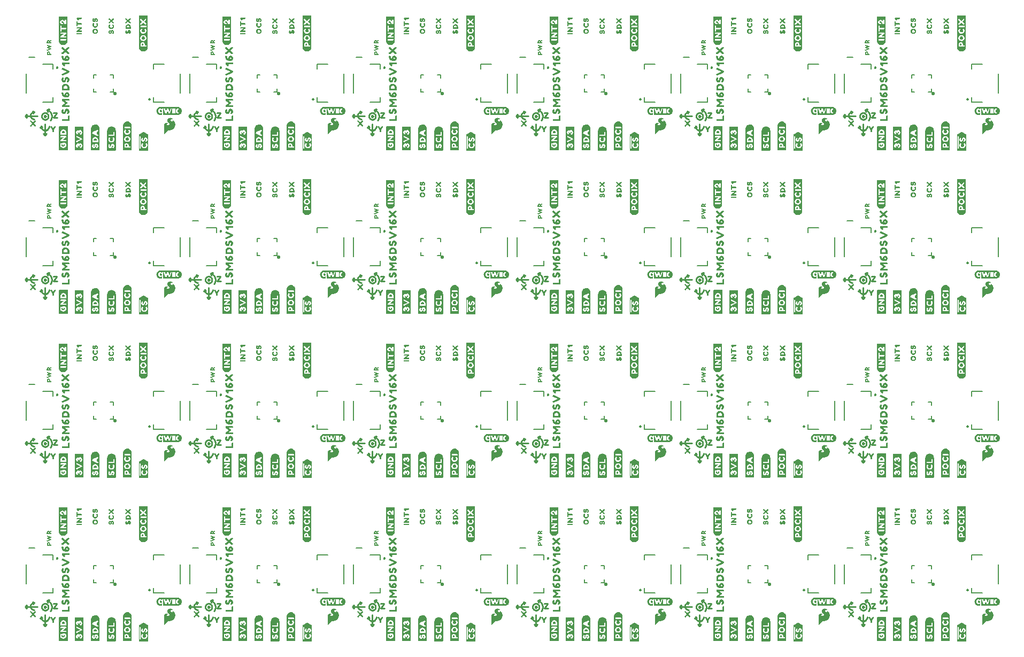
<source format=gto>
G04 EAGLE Gerber RS-274X export*
G75*
%MOMM*%
%FSLAX34Y34*%
%LPD*%
%INSilkscreen Top*%
%IPPOS*%
%AMOC8*
5,1,8,0,0,1.08239X$1,22.5*%
G01*
%ADD10C,0.254000*%
%ADD11C,0.203200*%
%ADD12C,0.560987*%
%ADD13C,0.152400*%

G36*
X967944Y954866D02*
X967944Y954866D01*
X967947Y954863D01*
X969347Y955063D01*
X969352Y955068D01*
X969356Y955065D01*
X969955Y955265D01*
X970654Y955465D01*
X970658Y955470D01*
X970662Y955468D01*
X971262Y955768D01*
X971265Y955775D01*
X971271Y955774D01*
X972271Y956574D01*
X972272Y956578D01*
X972275Y956577D01*
X973275Y957577D01*
X973276Y957589D01*
X973284Y957590D01*
X974184Y959390D01*
X974183Y959397D01*
X974187Y959398D01*
X974387Y960098D01*
X974386Y960103D01*
X974389Y960105D01*
X974489Y960804D01*
X974589Y961404D01*
X974586Y961409D01*
X974589Y961412D01*
X974589Y1011612D01*
X974553Y1011659D01*
X974550Y1011657D01*
X974548Y1011661D01*
X973948Y1011761D01*
X973943Y1011758D01*
X973940Y1011761D01*
X961040Y1011761D01*
X960993Y1011725D01*
X960994Y1011723D01*
X960992Y1011722D01*
X960892Y1011222D01*
X960893Y1011219D01*
X960893Y1011218D01*
X960895Y1011215D01*
X960891Y1011212D01*
X960891Y961612D01*
X960894Y961607D01*
X960891Y961604D01*
X960991Y961004D01*
X961091Y960305D01*
X961191Y959605D01*
X961199Y959597D01*
X961196Y959590D01*
X962096Y957790D01*
X962103Y957787D01*
X962102Y957781D01*
X962502Y957281D01*
X962506Y957280D01*
X962505Y957277D01*
X963505Y956277D01*
X963512Y956276D01*
X963513Y956271D01*
X964113Y955871D01*
X964117Y955871D01*
X964118Y955868D01*
X965318Y955268D01*
X965323Y955269D01*
X965324Y955265D01*
X965924Y955065D01*
X965931Y955067D01*
X965933Y955063D01*
X967333Y954863D01*
X967338Y954866D01*
X967340Y954863D01*
X967940Y954863D01*
X967944Y954866D01*
G37*
G36*
X190704Y954866D02*
X190704Y954866D01*
X190707Y954863D01*
X192107Y955063D01*
X192112Y955068D01*
X192116Y955065D01*
X192715Y955265D01*
X193414Y955465D01*
X193418Y955470D01*
X193422Y955468D01*
X194022Y955768D01*
X194025Y955775D01*
X194031Y955774D01*
X195031Y956574D01*
X195032Y956578D01*
X195035Y956577D01*
X196035Y957577D01*
X196036Y957589D01*
X196044Y957590D01*
X196944Y959390D01*
X196943Y959397D01*
X196947Y959398D01*
X197147Y960098D01*
X197146Y960103D01*
X197149Y960105D01*
X197249Y960804D01*
X197349Y961404D01*
X197346Y961409D01*
X197349Y961412D01*
X197349Y1011612D01*
X197313Y1011659D01*
X197310Y1011657D01*
X197308Y1011661D01*
X196708Y1011761D01*
X196703Y1011758D01*
X196700Y1011761D01*
X183800Y1011761D01*
X183753Y1011725D01*
X183754Y1011723D01*
X183752Y1011722D01*
X183652Y1011222D01*
X183653Y1011219D01*
X183653Y1011218D01*
X183655Y1011215D01*
X183651Y1011212D01*
X183651Y961612D01*
X183654Y961607D01*
X183651Y961604D01*
X183751Y961004D01*
X183851Y960305D01*
X183951Y959605D01*
X183959Y959597D01*
X183956Y959590D01*
X184856Y957790D01*
X184863Y957787D01*
X184862Y957781D01*
X185262Y957281D01*
X185266Y957280D01*
X185265Y957277D01*
X186265Y956277D01*
X186272Y956276D01*
X186273Y956271D01*
X186873Y955871D01*
X186877Y955871D01*
X186878Y955868D01*
X188078Y955268D01*
X188083Y955269D01*
X188084Y955265D01*
X188684Y955065D01*
X188691Y955067D01*
X188693Y955063D01*
X190093Y954863D01*
X190098Y954866D01*
X190100Y954863D01*
X190700Y954863D01*
X190704Y954866D01*
G37*
G36*
X449784Y954866D02*
X449784Y954866D01*
X449787Y954863D01*
X451187Y955063D01*
X451192Y955068D01*
X451196Y955065D01*
X451795Y955265D01*
X452494Y955465D01*
X452498Y955470D01*
X452502Y955468D01*
X453102Y955768D01*
X453105Y955775D01*
X453111Y955774D01*
X454111Y956574D01*
X454112Y956578D01*
X454115Y956577D01*
X455115Y957577D01*
X455116Y957589D01*
X455124Y957590D01*
X456024Y959390D01*
X456023Y959397D01*
X456027Y959398D01*
X456227Y960098D01*
X456226Y960103D01*
X456229Y960105D01*
X456329Y960804D01*
X456429Y961404D01*
X456426Y961409D01*
X456429Y961412D01*
X456429Y1011612D01*
X456393Y1011659D01*
X456390Y1011657D01*
X456388Y1011661D01*
X455788Y1011761D01*
X455783Y1011758D01*
X455780Y1011761D01*
X442880Y1011761D01*
X442833Y1011725D01*
X442834Y1011723D01*
X442832Y1011722D01*
X442732Y1011222D01*
X442733Y1011219D01*
X442733Y1011218D01*
X442735Y1011215D01*
X442731Y1011212D01*
X442731Y961612D01*
X442734Y961607D01*
X442731Y961604D01*
X442831Y961004D01*
X442931Y960305D01*
X443031Y959605D01*
X443039Y959597D01*
X443036Y959590D01*
X443936Y957790D01*
X443943Y957787D01*
X443942Y957781D01*
X444342Y957281D01*
X444346Y957280D01*
X444345Y957277D01*
X445345Y956277D01*
X445352Y956276D01*
X445353Y956271D01*
X445953Y955871D01*
X445957Y955871D01*
X445958Y955868D01*
X447158Y955268D01*
X447163Y955269D01*
X447164Y955265D01*
X447764Y955065D01*
X447771Y955067D01*
X447773Y955063D01*
X449173Y954863D01*
X449178Y954866D01*
X449180Y954863D01*
X449780Y954863D01*
X449784Y954866D01*
G37*
G36*
X1227024Y954866D02*
X1227024Y954866D01*
X1227027Y954863D01*
X1228427Y955063D01*
X1228432Y955068D01*
X1228436Y955065D01*
X1229035Y955265D01*
X1229734Y955465D01*
X1229738Y955470D01*
X1229742Y955468D01*
X1230342Y955768D01*
X1230345Y955775D01*
X1230351Y955774D01*
X1231351Y956574D01*
X1231352Y956578D01*
X1231355Y956577D01*
X1232355Y957577D01*
X1232356Y957589D01*
X1232364Y957590D01*
X1233264Y959390D01*
X1233263Y959397D01*
X1233267Y959398D01*
X1233467Y960098D01*
X1233466Y960103D01*
X1233469Y960105D01*
X1233569Y960804D01*
X1233669Y961404D01*
X1233666Y961409D01*
X1233669Y961412D01*
X1233669Y1011612D01*
X1233633Y1011659D01*
X1233630Y1011657D01*
X1233628Y1011661D01*
X1233028Y1011761D01*
X1233023Y1011758D01*
X1233020Y1011761D01*
X1220120Y1011761D01*
X1220073Y1011725D01*
X1220074Y1011723D01*
X1220072Y1011722D01*
X1219972Y1011222D01*
X1219973Y1011219D01*
X1219973Y1011218D01*
X1219975Y1011215D01*
X1219971Y1011212D01*
X1219971Y961612D01*
X1219974Y961607D01*
X1219971Y961604D01*
X1220071Y961004D01*
X1220171Y960305D01*
X1220271Y959605D01*
X1220279Y959597D01*
X1220276Y959590D01*
X1221176Y957790D01*
X1221183Y957787D01*
X1221182Y957781D01*
X1221582Y957281D01*
X1221586Y957280D01*
X1221585Y957277D01*
X1222585Y956277D01*
X1222592Y956276D01*
X1222593Y956271D01*
X1223193Y955871D01*
X1223197Y955871D01*
X1223198Y955868D01*
X1224398Y955268D01*
X1224403Y955269D01*
X1224404Y955265D01*
X1225004Y955065D01*
X1225011Y955067D01*
X1225013Y955063D01*
X1226413Y954863D01*
X1226418Y954866D01*
X1226420Y954863D01*
X1227020Y954863D01*
X1227024Y954866D01*
G37*
G36*
X1486104Y954866D02*
X1486104Y954866D01*
X1486107Y954863D01*
X1487507Y955063D01*
X1487512Y955068D01*
X1487516Y955065D01*
X1488115Y955265D01*
X1488814Y955465D01*
X1488818Y955470D01*
X1488822Y955468D01*
X1489422Y955768D01*
X1489425Y955775D01*
X1489431Y955774D01*
X1490431Y956574D01*
X1490432Y956578D01*
X1490435Y956577D01*
X1491435Y957577D01*
X1491436Y957589D01*
X1491444Y957590D01*
X1492344Y959390D01*
X1492343Y959397D01*
X1492347Y959398D01*
X1492547Y960098D01*
X1492546Y960103D01*
X1492549Y960105D01*
X1492649Y960804D01*
X1492749Y961404D01*
X1492746Y961409D01*
X1492749Y961412D01*
X1492749Y1011612D01*
X1492713Y1011659D01*
X1492710Y1011657D01*
X1492708Y1011661D01*
X1492108Y1011761D01*
X1492103Y1011758D01*
X1492100Y1011761D01*
X1479200Y1011761D01*
X1479153Y1011725D01*
X1479154Y1011723D01*
X1479152Y1011722D01*
X1479052Y1011222D01*
X1479053Y1011219D01*
X1479053Y1011218D01*
X1479055Y1011215D01*
X1479051Y1011212D01*
X1479051Y961612D01*
X1479054Y961607D01*
X1479051Y961604D01*
X1479151Y961004D01*
X1479251Y960305D01*
X1479351Y959605D01*
X1479359Y959597D01*
X1479356Y959590D01*
X1480256Y957790D01*
X1480263Y957787D01*
X1480262Y957781D01*
X1480662Y957281D01*
X1480666Y957280D01*
X1480665Y957277D01*
X1481665Y956277D01*
X1481672Y956276D01*
X1481673Y956271D01*
X1482273Y955871D01*
X1482277Y955871D01*
X1482278Y955868D01*
X1483478Y955268D01*
X1483483Y955269D01*
X1483484Y955265D01*
X1484084Y955065D01*
X1484091Y955067D01*
X1484093Y955063D01*
X1485493Y954863D01*
X1485498Y954866D01*
X1485500Y954863D01*
X1486100Y954863D01*
X1486104Y954866D01*
G37*
G36*
X708864Y954866D02*
X708864Y954866D01*
X708867Y954863D01*
X710267Y955063D01*
X710272Y955068D01*
X710276Y955065D01*
X710875Y955265D01*
X711574Y955465D01*
X711578Y955470D01*
X711582Y955468D01*
X712182Y955768D01*
X712185Y955775D01*
X712191Y955774D01*
X713191Y956574D01*
X713192Y956578D01*
X713195Y956577D01*
X714195Y957577D01*
X714196Y957589D01*
X714204Y957590D01*
X715104Y959390D01*
X715103Y959397D01*
X715107Y959398D01*
X715307Y960098D01*
X715306Y960103D01*
X715309Y960105D01*
X715409Y960804D01*
X715509Y961404D01*
X715506Y961409D01*
X715509Y961412D01*
X715509Y1011612D01*
X715473Y1011659D01*
X715470Y1011657D01*
X715468Y1011661D01*
X714868Y1011761D01*
X714863Y1011758D01*
X714860Y1011761D01*
X701960Y1011761D01*
X701913Y1011725D01*
X701914Y1011723D01*
X701912Y1011722D01*
X701812Y1011222D01*
X701813Y1011219D01*
X701813Y1011218D01*
X701815Y1011215D01*
X701811Y1011212D01*
X701811Y961612D01*
X701814Y961607D01*
X701811Y961604D01*
X701911Y961004D01*
X702011Y960305D01*
X702111Y959605D01*
X702119Y959597D01*
X702116Y959590D01*
X703016Y957790D01*
X703023Y957787D01*
X703022Y957781D01*
X703422Y957281D01*
X703426Y957280D01*
X703425Y957277D01*
X704425Y956277D01*
X704432Y956276D01*
X704433Y956271D01*
X705033Y955871D01*
X705037Y955871D01*
X705038Y955868D01*
X706238Y955268D01*
X706243Y955269D01*
X706244Y955265D01*
X706844Y955065D01*
X706851Y955067D01*
X706853Y955063D01*
X708253Y954863D01*
X708258Y954866D01*
X708260Y954863D01*
X708860Y954863D01*
X708864Y954866D01*
G37*
G36*
X967944Y177626D02*
X967944Y177626D01*
X967947Y177623D01*
X969347Y177823D01*
X969352Y177828D01*
X969356Y177825D01*
X969955Y178025D01*
X970654Y178225D01*
X970658Y178230D01*
X970662Y178228D01*
X971262Y178528D01*
X971265Y178535D01*
X971271Y178534D01*
X972271Y179334D01*
X972272Y179338D01*
X972275Y179337D01*
X973275Y180337D01*
X973276Y180349D01*
X973284Y180350D01*
X974184Y182150D01*
X974183Y182157D01*
X974187Y182158D01*
X974387Y182858D01*
X974386Y182863D01*
X974389Y182865D01*
X974489Y183564D01*
X974589Y184164D01*
X974586Y184169D01*
X974589Y184172D01*
X974589Y234372D01*
X974553Y234419D01*
X974550Y234417D01*
X974548Y234421D01*
X973948Y234521D01*
X973943Y234518D01*
X973940Y234521D01*
X961040Y234521D01*
X960993Y234485D01*
X960994Y234483D01*
X960992Y234482D01*
X960892Y233982D01*
X960893Y233979D01*
X960893Y233978D01*
X960895Y233975D01*
X960891Y233972D01*
X960891Y184372D01*
X960894Y184367D01*
X960891Y184364D01*
X960991Y183764D01*
X961091Y183065D01*
X961191Y182365D01*
X961199Y182357D01*
X961196Y182350D01*
X962096Y180550D01*
X962103Y180547D01*
X962102Y180541D01*
X962502Y180041D01*
X962506Y180040D01*
X962505Y180037D01*
X963505Y179037D01*
X963512Y179036D01*
X963513Y179031D01*
X964113Y178631D01*
X964117Y178631D01*
X964118Y178628D01*
X965318Y178028D01*
X965323Y178029D01*
X965324Y178025D01*
X965924Y177825D01*
X965931Y177827D01*
X965933Y177823D01*
X967333Y177623D01*
X967338Y177626D01*
X967340Y177623D01*
X967940Y177623D01*
X967944Y177626D01*
G37*
G36*
X1486104Y695786D02*
X1486104Y695786D01*
X1486107Y695783D01*
X1487507Y695983D01*
X1487512Y695988D01*
X1487516Y695985D01*
X1488115Y696185D01*
X1488814Y696385D01*
X1488818Y696390D01*
X1488822Y696388D01*
X1489422Y696688D01*
X1489425Y696695D01*
X1489431Y696694D01*
X1490431Y697494D01*
X1490432Y697498D01*
X1490435Y697497D01*
X1491435Y698497D01*
X1491436Y698509D01*
X1491444Y698510D01*
X1492344Y700310D01*
X1492343Y700317D01*
X1492347Y700318D01*
X1492547Y701018D01*
X1492546Y701023D01*
X1492549Y701025D01*
X1492649Y701724D01*
X1492749Y702324D01*
X1492746Y702329D01*
X1492749Y702332D01*
X1492749Y752532D01*
X1492713Y752579D01*
X1492710Y752577D01*
X1492708Y752581D01*
X1492108Y752681D01*
X1492103Y752678D01*
X1492100Y752681D01*
X1479200Y752681D01*
X1479153Y752645D01*
X1479154Y752643D01*
X1479152Y752642D01*
X1479052Y752142D01*
X1479053Y752139D01*
X1479053Y752138D01*
X1479055Y752135D01*
X1479051Y752132D01*
X1479051Y702532D01*
X1479054Y702527D01*
X1479051Y702524D01*
X1479151Y701924D01*
X1479251Y701225D01*
X1479351Y700525D01*
X1479359Y700517D01*
X1479356Y700510D01*
X1480256Y698710D01*
X1480263Y698707D01*
X1480262Y698701D01*
X1480662Y698201D01*
X1480666Y698200D01*
X1480665Y698197D01*
X1481665Y697197D01*
X1481672Y697196D01*
X1481673Y697191D01*
X1482273Y696791D01*
X1482277Y696791D01*
X1482278Y696788D01*
X1483478Y696188D01*
X1483483Y696189D01*
X1483484Y696185D01*
X1484084Y695985D01*
X1484091Y695987D01*
X1484093Y695983D01*
X1485493Y695783D01*
X1485498Y695786D01*
X1485500Y695783D01*
X1486100Y695783D01*
X1486104Y695786D01*
G37*
G36*
X967944Y695786D02*
X967944Y695786D01*
X967947Y695783D01*
X969347Y695983D01*
X969352Y695988D01*
X969356Y695985D01*
X969955Y696185D01*
X970654Y696385D01*
X970658Y696390D01*
X970662Y696388D01*
X971262Y696688D01*
X971265Y696695D01*
X971271Y696694D01*
X972271Y697494D01*
X972272Y697498D01*
X972275Y697497D01*
X973275Y698497D01*
X973276Y698509D01*
X973284Y698510D01*
X974184Y700310D01*
X974183Y700317D01*
X974187Y700318D01*
X974387Y701018D01*
X974386Y701023D01*
X974389Y701025D01*
X974489Y701724D01*
X974589Y702324D01*
X974586Y702329D01*
X974589Y702332D01*
X974589Y752532D01*
X974553Y752579D01*
X974550Y752577D01*
X974548Y752581D01*
X973948Y752681D01*
X973943Y752678D01*
X973940Y752681D01*
X961040Y752681D01*
X960993Y752645D01*
X960994Y752643D01*
X960992Y752642D01*
X960892Y752142D01*
X960893Y752139D01*
X960893Y752138D01*
X960895Y752135D01*
X960891Y752132D01*
X960891Y702532D01*
X960894Y702527D01*
X960891Y702524D01*
X960991Y701924D01*
X961091Y701225D01*
X961191Y700525D01*
X961199Y700517D01*
X961196Y700510D01*
X962096Y698710D01*
X962103Y698707D01*
X962102Y698701D01*
X962502Y698201D01*
X962506Y698200D01*
X962505Y698197D01*
X963505Y697197D01*
X963512Y697196D01*
X963513Y697191D01*
X964113Y696791D01*
X964117Y696791D01*
X964118Y696788D01*
X965318Y696188D01*
X965323Y696189D01*
X965324Y696185D01*
X965924Y695985D01*
X965931Y695987D01*
X965933Y695983D01*
X967333Y695783D01*
X967338Y695786D01*
X967340Y695783D01*
X967940Y695783D01*
X967944Y695786D01*
G37*
G36*
X967944Y436706D02*
X967944Y436706D01*
X967947Y436703D01*
X969347Y436903D01*
X969352Y436908D01*
X969356Y436905D01*
X969955Y437105D01*
X970654Y437305D01*
X970658Y437310D01*
X970662Y437308D01*
X971262Y437608D01*
X971265Y437615D01*
X971271Y437614D01*
X972271Y438414D01*
X972272Y438418D01*
X972275Y438417D01*
X973275Y439417D01*
X973276Y439429D01*
X973284Y439430D01*
X974184Y441230D01*
X974183Y441237D01*
X974187Y441238D01*
X974387Y441938D01*
X974386Y441943D01*
X974389Y441945D01*
X974489Y442644D01*
X974589Y443244D01*
X974586Y443249D01*
X974589Y443252D01*
X974589Y493452D01*
X974553Y493499D01*
X974550Y493497D01*
X974548Y493501D01*
X973948Y493601D01*
X973943Y493598D01*
X973940Y493601D01*
X961040Y493601D01*
X960993Y493565D01*
X960994Y493563D01*
X960992Y493562D01*
X960892Y493062D01*
X960893Y493059D01*
X960893Y493058D01*
X960895Y493055D01*
X960891Y493052D01*
X960891Y443452D01*
X960894Y443447D01*
X960891Y443444D01*
X960991Y442844D01*
X961091Y442145D01*
X961191Y441445D01*
X961199Y441437D01*
X961196Y441430D01*
X962096Y439630D01*
X962103Y439627D01*
X962102Y439621D01*
X962502Y439121D01*
X962506Y439120D01*
X962505Y439117D01*
X963505Y438117D01*
X963512Y438116D01*
X963513Y438111D01*
X964113Y437711D01*
X964117Y437711D01*
X964118Y437708D01*
X965318Y437108D01*
X965323Y437109D01*
X965324Y437105D01*
X965924Y436905D01*
X965931Y436907D01*
X965933Y436903D01*
X967333Y436703D01*
X967338Y436706D01*
X967340Y436703D01*
X967940Y436703D01*
X967944Y436706D01*
G37*
G36*
X190704Y436706D02*
X190704Y436706D01*
X190707Y436703D01*
X192107Y436903D01*
X192112Y436908D01*
X192116Y436905D01*
X192715Y437105D01*
X193414Y437305D01*
X193418Y437310D01*
X193422Y437308D01*
X194022Y437608D01*
X194025Y437615D01*
X194031Y437614D01*
X195031Y438414D01*
X195032Y438418D01*
X195035Y438417D01*
X196035Y439417D01*
X196036Y439429D01*
X196044Y439430D01*
X196944Y441230D01*
X196943Y441237D01*
X196947Y441238D01*
X197147Y441938D01*
X197146Y441943D01*
X197149Y441945D01*
X197249Y442644D01*
X197349Y443244D01*
X197346Y443249D01*
X197349Y443252D01*
X197349Y493452D01*
X197313Y493499D01*
X197310Y493497D01*
X197308Y493501D01*
X196708Y493601D01*
X196703Y493598D01*
X196700Y493601D01*
X183800Y493601D01*
X183753Y493565D01*
X183754Y493563D01*
X183752Y493562D01*
X183652Y493062D01*
X183653Y493059D01*
X183653Y493058D01*
X183655Y493055D01*
X183651Y493052D01*
X183651Y443452D01*
X183654Y443447D01*
X183651Y443444D01*
X183751Y442844D01*
X183851Y442145D01*
X183951Y441445D01*
X183959Y441437D01*
X183956Y441430D01*
X184856Y439630D01*
X184863Y439627D01*
X184862Y439621D01*
X185262Y439121D01*
X185266Y439120D01*
X185265Y439117D01*
X186265Y438117D01*
X186272Y438116D01*
X186273Y438111D01*
X186873Y437711D01*
X186877Y437711D01*
X186878Y437708D01*
X188078Y437108D01*
X188083Y437109D01*
X188084Y437105D01*
X188684Y436905D01*
X188691Y436907D01*
X188693Y436903D01*
X190093Y436703D01*
X190098Y436706D01*
X190100Y436703D01*
X190700Y436703D01*
X190704Y436706D01*
G37*
G36*
X708864Y436706D02*
X708864Y436706D01*
X708867Y436703D01*
X710267Y436903D01*
X710272Y436908D01*
X710276Y436905D01*
X710875Y437105D01*
X711574Y437305D01*
X711578Y437310D01*
X711582Y437308D01*
X712182Y437608D01*
X712185Y437615D01*
X712191Y437614D01*
X713191Y438414D01*
X713192Y438418D01*
X713195Y438417D01*
X714195Y439417D01*
X714196Y439429D01*
X714204Y439430D01*
X715104Y441230D01*
X715103Y441237D01*
X715107Y441238D01*
X715307Y441938D01*
X715306Y441943D01*
X715309Y441945D01*
X715409Y442644D01*
X715509Y443244D01*
X715506Y443249D01*
X715509Y443252D01*
X715509Y493452D01*
X715473Y493499D01*
X715470Y493497D01*
X715468Y493501D01*
X714868Y493601D01*
X714863Y493598D01*
X714860Y493601D01*
X701960Y493601D01*
X701913Y493565D01*
X701914Y493563D01*
X701912Y493562D01*
X701812Y493062D01*
X701813Y493059D01*
X701813Y493058D01*
X701815Y493055D01*
X701811Y493052D01*
X701811Y443452D01*
X701814Y443447D01*
X701811Y443444D01*
X701911Y442844D01*
X702011Y442145D01*
X702111Y441445D01*
X702119Y441437D01*
X702116Y441430D01*
X703016Y439630D01*
X703023Y439627D01*
X703022Y439621D01*
X703422Y439121D01*
X703426Y439120D01*
X703425Y439117D01*
X704425Y438117D01*
X704432Y438116D01*
X704433Y438111D01*
X705033Y437711D01*
X705037Y437711D01*
X705038Y437708D01*
X706238Y437108D01*
X706243Y437109D01*
X706244Y437105D01*
X706844Y436905D01*
X706851Y436907D01*
X706853Y436903D01*
X708253Y436703D01*
X708258Y436706D01*
X708260Y436703D01*
X708860Y436703D01*
X708864Y436706D01*
G37*
G36*
X449784Y436706D02*
X449784Y436706D01*
X449787Y436703D01*
X451187Y436903D01*
X451192Y436908D01*
X451196Y436905D01*
X451795Y437105D01*
X452494Y437305D01*
X452498Y437310D01*
X452502Y437308D01*
X453102Y437608D01*
X453105Y437615D01*
X453111Y437614D01*
X454111Y438414D01*
X454112Y438418D01*
X454115Y438417D01*
X455115Y439417D01*
X455116Y439429D01*
X455124Y439430D01*
X456024Y441230D01*
X456023Y441237D01*
X456027Y441238D01*
X456227Y441938D01*
X456226Y441943D01*
X456229Y441945D01*
X456329Y442644D01*
X456429Y443244D01*
X456426Y443249D01*
X456429Y443252D01*
X456429Y493452D01*
X456393Y493499D01*
X456390Y493497D01*
X456388Y493501D01*
X455788Y493601D01*
X455783Y493598D01*
X455780Y493601D01*
X442880Y493601D01*
X442833Y493565D01*
X442834Y493563D01*
X442832Y493562D01*
X442732Y493062D01*
X442733Y493059D01*
X442733Y493058D01*
X442735Y493055D01*
X442731Y493052D01*
X442731Y443452D01*
X442734Y443447D01*
X442731Y443444D01*
X442831Y442844D01*
X442931Y442145D01*
X443031Y441445D01*
X443039Y441437D01*
X443036Y441430D01*
X443936Y439630D01*
X443943Y439627D01*
X443942Y439621D01*
X444342Y439121D01*
X444346Y439120D01*
X444345Y439117D01*
X445345Y438117D01*
X445352Y438116D01*
X445353Y438111D01*
X445953Y437711D01*
X445957Y437711D01*
X445958Y437708D01*
X447158Y437108D01*
X447163Y437109D01*
X447164Y437105D01*
X447764Y436905D01*
X447771Y436907D01*
X447773Y436903D01*
X449173Y436703D01*
X449178Y436706D01*
X449180Y436703D01*
X449780Y436703D01*
X449784Y436706D01*
G37*
G36*
X708864Y695786D02*
X708864Y695786D01*
X708867Y695783D01*
X710267Y695983D01*
X710272Y695988D01*
X710276Y695985D01*
X710875Y696185D01*
X711574Y696385D01*
X711578Y696390D01*
X711582Y696388D01*
X712182Y696688D01*
X712185Y696695D01*
X712191Y696694D01*
X713191Y697494D01*
X713192Y697498D01*
X713195Y697497D01*
X714195Y698497D01*
X714196Y698509D01*
X714204Y698510D01*
X715104Y700310D01*
X715103Y700317D01*
X715107Y700318D01*
X715307Y701018D01*
X715306Y701023D01*
X715309Y701025D01*
X715409Y701724D01*
X715509Y702324D01*
X715506Y702329D01*
X715509Y702332D01*
X715509Y752532D01*
X715473Y752579D01*
X715470Y752577D01*
X715468Y752581D01*
X714868Y752681D01*
X714863Y752678D01*
X714860Y752681D01*
X701960Y752681D01*
X701913Y752645D01*
X701914Y752643D01*
X701912Y752642D01*
X701812Y752142D01*
X701813Y752139D01*
X701813Y752138D01*
X701815Y752135D01*
X701811Y752132D01*
X701811Y702532D01*
X701814Y702527D01*
X701811Y702524D01*
X701911Y701924D01*
X702011Y701225D01*
X702111Y700525D01*
X702119Y700517D01*
X702116Y700510D01*
X703016Y698710D01*
X703023Y698707D01*
X703022Y698701D01*
X703422Y698201D01*
X703426Y698200D01*
X703425Y698197D01*
X704425Y697197D01*
X704432Y697196D01*
X704433Y697191D01*
X705033Y696791D01*
X705037Y696791D01*
X705038Y696788D01*
X706238Y696188D01*
X706243Y696189D01*
X706244Y696185D01*
X706844Y695985D01*
X706851Y695987D01*
X706853Y695983D01*
X708253Y695783D01*
X708258Y695786D01*
X708260Y695783D01*
X708860Y695783D01*
X708864Y695786D01*
G37*
G36*
X449784Y695786D02*
X449784Y695786D01*
X449787Y695783D01*
X451187Y695983D01*
X451192Y695988D01*
X451196Y695985D01*
X451795Y696185D01*
X452494Y696385D01*
X452498Y696390D01*
X452502Y696388D01*
X453102Y696688D01*
X453105Y696695D01*
X453111Y696694D01*
X454111Y697494D01*
X454112Y697498D01*
X454115Y697497D01*
X455115Y698497D01*
X455116Y698509D01*
X455124Y698510D01*
X456024Y700310D01*
X456023Y700317D01*
X456027Y700318D01*
X456227Y701018D01*
X456226Y701023D01*
X456229Y701025D01*
X456329Y701724D01*
X456429Y702324D01*
X456426Y702329D01*
X456429Y702332D01*
X456429Y752532D01*
X456393Y752579D01*
X456390Y752577D01*
X456388Y752581D01*
X455788Y752681D01*
X455783Y752678D01*
X455780Y752681D01*
X442880Y752681D01*
X442833Y752645D01*
X442834Y752643D01*
X442832Y752642D01*
X442732Y752142D01*
X442733Y752139D01*
X442733Y752138D01*
X442735Y752135D01*
X442731Y752132D01*
X442731Y702532D01*
X442734Y702527D01*
X442731Y702524D01*
X442831Y701924D01*
X442931Y701225D01*
X443031Y700525D01*
X443039Y700517D01*
X443036Y700510D01*
X443936Y698710D01*
X443943Y698707D01*
X443942Y698701D01*
X444342Y698201D01*
X444346Y698200D01*
X444345Y698197D01*
X445345Y697197D01*
X445352Y697196D01*
X445353Y697191D01*
X445953Y696791D01*
X445957Y696791D01*
X445958Y696788D01*
X447158Y696188D01*
X447163Y696189D01*
X447164Y696185D01*
X447764Y695985D01*
X447771Y695987D01*
X447773Y695983D01*
X449173Y695783D01*
X449178Y695786D01*
X449180Y695783D01*
X449780Y695783D01*
X449784Y695786D01*
G37*
G36*
X1486104Y436706D02*
X1486104Y436706D01*
X1486107Y436703D01*
X1487507Y436903D01*
X1487512Y436908D01*
X1487516Y436905D01*
X1488115Y437105D01*
X1488814Y437305D01*
X1488818Y437310D01*
X1488822Y437308D01*
X1489422Y437608D01*
X1489425Y437615D01*
X1489431Y437614D01*
X1490431Y438414D01*
X1490432Y438418D01*
X1490435Y438417D01*
X1491435Y439417D01*
X1491436Y439429D01*
X1491444Y439430D01*
X1492344Y441230D01*
X1492343Y441237D01*
X1492347Y441238D01*
X1492547Y441938D01*
X1492546Y441943D01*
X1492549Y441945D01*
X1492649Y442644D01*
X1492749Y443244D01*
X1492746Y443249D01*
X1492749Y443252D01*
X1492749Y493452D01*
X1492713Y493499D01*
X1492710Y493497D01*
X1492708Y493501D01*
X1492108Y493601D01*
X1492103Y493598D01*
X1492100Y493601D01*
X1479200Y493601D01*
X1479153Y493565D01*
X1479154Y493563D01*
X1479152Y493562D01*
X1479052Y493062D01*
X1479053Y493059D01*
X1479053Y493058D01*
X1479055Y493055D01*
X1479051Y493052D01*
X1479051Y443452D01*
X1479054Y443447D01*
X1479051Y443444D01*
X1479151Y442844D01*
X1479251Y442145D01*
X1479351Y441445D01*
X1479359Y441437D01*
X1479356Y441430D01*
X1480256Y439630D01*
X1480263Y439627D01*
X1480262Y439621D01*
X1480662Y439121D01*
X1480666Y439120D01*
X1480665Y439117D01*
X1481665Y438117D01*
X1481672Y438116D01*
X1481673Y438111D01*
X1482273Y437711D01*
X1482277Y437711D01*
X1482278Y437708D01*
X1483478Y437108D01*
X1483483Y437109D01*
X1483484Y437105D01*
X1484084Y436905D01*
X1484091Y436907D01*
X1484093Y436903D01*
X1485493Y436703D01*
X1485498Y436706D01*
X1485500Y436703D01*
X1486100Y436703D01*
X1486104Y436706D01*
G37*
G36*
X708864Y177626D02*
X708864Y177626D01*
X708867Y177623D01*
X710267Y177823D01*
X710272Y177828D01*
X710276Y177825D01*
X710875Y178025D01*
X711574Y178225D01*
X711578Y178230D01*
X711582Y178228D01*
X712182Y178528D01*
X712185Y178535D01*
X712191Y178534D01*
X713191Y179334D01*
X713192Y179338D01*
X713195Y179337D01*
X714195Y180337D01*
X714196Y180349D01*
X714204Y180350D01*
X715104Y182150D01*
X715103Y182157D01*
X715107Y182158D01*
X715307Y182858D01*
X715306Y182863D01*
X715309Y182865D01*
X715409Y183564D01*
X715509Y184164D01*
X715506Y184169D01*
X715509Y184172D01*
X715509Y234372D01*
X715473Y234419D01*
X715470Y234417D01*
X715468Y234421D01*
X714868Y234521D01*
X714863Y234518D01*
X714860Y234521D01*
X701960Y234521D01*
X701913Y234485D01*
X701914Y234483D01*
X701912Y234482D01*
X701812Y233982D01*
X701813Y233979D01*
X701813Y233978D01*
X701815Y233975D01*
X701811Y233972D01*
X701811Y184372D01*
X701814Y184367D01*
X701811Y184364D01*
X701911Y183764D01*
X702011Y183065D01*
X702111Y182365D01*
X702119Y182357D01*
X702116Y182350D01*
X703016Y180550D01*
X703023Y180547D01*
X703022Y180541D01*
X703422Y180041D01*
X703426Y180040D01*
X703425Y180037D01*
X704425Y179037D01*
X704432Y179036D01*
X704433Y179031D01*
X705033Y178631D01*
X705037Y178631D01*
X705038Y178628D01*
X706238Y178028D01*
X706243Y178029D01*
X706244Y178025D01*
X706844Y177825D01*
X706851Y177827D01*
X706853Y177823D01*
X708253Y177623D01*
X708258Y177626D01*
X708260Y177623D01*
X708860Y177623D01*
X708864Y177626D01*
G37*
G36*
X1227024Y695786D02*
X1227024Y695786D01*
X1227027Y695783D01*
X1228427Y695983D01*
X1228432Y695988D01*
X1228436Y695985D01*
X1229035Y696185D01*
X1229734Y696385D01*
X1229738Y696390D01*
X1229742Y696388D01*
X1230342Y696688D01*
X1230345Y696695D01*
X1230351Y696694D01*
X1231351Y697494D01*
X1231352Y697498D01*
X1231355Y697497D01*
X1232355Y698497D01*
X1232356Y698509D01*
X1232364Y698510D01*
X1233264Y700310D01*
X1233263Y700317D01*
X1233267Y700318D01*
X1233467Y701018D01*
X1233466Y701023D01*
X1233469Y701025D01*
X1233569Y701724D01*
X1233669Y702324D01*
X1233666Y702329D01*
X1233669Y702332D01*
X1233669Y752532D01*
X1233633Y752579D01*
X1233630Y752577D01*
X1233628Y752581D01*
X1233028Y752681D01*
X1233023Y752678D01*
X1233020Y752681D01*
X1220120Y752681D01*
X1220073Y752645D01*
X1220074Y752643D01*
X1220072Y752642D01*
X1219972Y752142D01*
X1219973Y752139D01*
X1219973Y752138D01*
X1219975Y752135D01*
X1219971Y752132D01*
X1219971Y702532D01*
X1219974Y702527D01*
X1219971Y702524D01*
X1220071Y701924D01*
X1220171Y701225D01*
X1220271Y700525D01*
X1220279Y700517D01*
X1220276Y700510D01*
X1221176Y698710D01*
X1221183Y698707D01*
X1221182Y698701D01*
X1221582Y698201D01*
X1221586Y698200D01*
X1221585Y698197D01*
X1222585Y697197D01*
X1222592Y697196D01*
X1222593Y697191D01*
X1223193Y696791D01*
X1223197Y696791D01*
X1223198Y696788D01*
X1224398Y696188D01*
X1224403Y696189D01*
X1224404Y696185D01*
X1225004Y695985D01*
X1225011Y695987D01*
X1225013Y695983D01*
X1226413Y695783D01*
X1226418Y695786D01*
X1226420Y695783D01*
X1227020Y695783D01*
X1227024Y695786D01*
G37*
G36*
X449784Y177626D02*
X449784Y177626D01*
X449787Y177623D01*
X451187Y177823D01*
X451192Y177828D01*
X451196Y177825D01*
X451795Y178025D01*
X452494Y178225D01*
X452498Y178230D01*
X452502Y178228D01*
X453102Y178528D01*
X453105Y178535D01*
X453111Y178534D01*
X454111Y179334D01*
X454112Y179338D01*
X454115Y179337D01*
X455115Y180337D01*
X455116Y180349D01*
X455124Y180350D01*
X456024Y182150D01*
X456023Y182157D01*
X456027Y182158D01*
X456227Y182858D01*
X456226Y182863D01*
X456229Y182865D01*
X456329Y183564D01*
X456429Y184164D01*
X456426Y184169D01*
X456429Y184172D01*
X456429Y234372D01*
X456393Y234419D01*
X456390Y234417D01*
X456388Y234421D01*
X455788Y234521D01*
X455783Y234518D01*
X455780Y234521D01*
X442880Y234521D01*
X442833Y234485D01*
X442834Y234483D01*
X442832Y234482D01*
X442732Y233982D01*
X442733Y233979D01*
X442733Y233978D01*
X442735Y233975D01*
X442731Y233972D01*
X442731Y184372D01*
X442734Y184367D01*
X442731Y184364D01*
X442831Y183764D01*
X442931Y183065D01*
X443031Y182365D01*
X443039Y182357D01*
X443036Y182350D01*
X443936Y180550D01*
X443943Y180547D01*
X443942Y180541D01*
X444342Y180041D01*
X444346Y180040D01*
X444345Y180037D01*
X445345Y179037D01*
X445352Y179036D01*
X445353Y179031D01*
X445953Y178631D01*
X445957Y178631D01*
X445958Y178628D01*
X447158Y178028D01*
X447163Y178029D01*
X447164Y178025D01*
X447764Y177825D01*
X447771Y177827D01*
X447773Y177823D01*
X449173Y177623D01*
X449178Y177626D01*
X449180Y177623D01*
X449780Y177623D01*
X449784Y177626D01*
G37*
G36*
X190704Y695786D02*
X190704Y695786D01*
X190707Y695783D01*
X192107Y695983D01*
X192112Y695988D01*
X192116Y695985D01*
X192715Y696185D01*
X193414Y696385D01*
X193418Y696390D01*
X193422Y696388D01*
X194022Y696688D01*
X194025Y696695D01*
X194031Y696694D01*
X195031Y697494D01*
X195032Y697498D01*
X195035Y697497D01*
X196035Y698497D01*
X196036Y698509D01*
X196044Y698510D01*
X196944Y700310D01*
X196943Y700317D01*
X196947Y700318D01*
X197147Y701018D01*
X197146Y701023D01*
X197149Y701025D01*
X197249Y701724D01*
X197349Y702324D01*
X197346Y702329D01*
X197349Y702332D01*
X197349Y752532D01*
X197313Y752579D01*
X197310Y752577D01*
X197308Y752581D01*
X196708Y752681D01*
X196703Y752678D01*
X196700Y752681D01*
X183800Y752681D01*
X183753Y752645D01*
X183754Y752643D01*
X183752Y752642D01*
X183652Y752142D01*
X183653Y752139D01*
X183653Y752138D01*
X183655Y752135D01*
X183651Y752132D01*
X183651Y702532D01*
X183654Y702527D01*
X183651Y702524D01*
X183751Y701924D01*
X183851Y701225D01*
X183951Y700525D01*
X183959Y700517D01*
X183956Y700510D01*
X184856Y698710D01*
X184863Y698707D01*
X184862Y698701D01*
X185262Y698201D01*
X185266Y698200D01*
X185265Y698197D01*
X186265Y697197D01*
X186272Y697196D01*
X186273Y697191D01*
X186873Y696791D01*
X186877Y696791D01*
X186878Y696788D01*
X188078Y696188D01*
X188083Y696189D01*
X188084Y696185D01*
X188684Y695985D01*
X188691Y695987D01*
X188693Y695983D01*
X190093Y695783D01*
X190098Y695786D01*
X190100Y695783D01*
X190700Y695783D01*
X190704Y695786D01*
G37*
G36*
X1227024Y436706D02*
X1227024Y436706D01*
X1227027Y436703D01*
X1228427Y436903D01*
X1228432Y436908D01*
X1228436Y436905D01*
X1229035Y437105D01*
X1229734Y437305D01*
X1229738Y437310D01*
X1229742Y437308D01*
X1230342Y437608D01*
X1230345Y437615D01*
X1230351Y437614D01*
X1231351Y438414D01*
X1231352Y438418D01*
X1231355Y438417D01*
X1232355Y439417D01*
X1232356Y439429D01*
X1232364Y439430D01*
X1233264Y441230D01*
X1233263Y441237D01*
X1233267Y441238D01*
X1233467Y441938D01*
X1233466Y441943D01*
X1233469Y441945D01*
X1233569Y442644D01*
X1233669Y443244D01*
X1233666Y443249D01*
X1233669Y443252D01*
X1233669Y493452D01*
X1233633Y493499D01*
X1233630Y493497D01*
X1233628Y493501D01*
X1233028Y493601D01*
X1233023Y493598D01*
X1233020Y493601D01*
X1220120Y493601D01*
X1220073Y493565D01*
X1220074Y493563D01*
X1220072Y493562D01*
X1219972Y493062D01*
X1219973Y493059D01*
X1219973Y493058D01*
X1219975Y493055D01*
X1219971Y493052D01*
X1219971Y443452D01*
X1219974Y443447D01*
X1219971Y443444D01*
X1220071Y442844D01*
X1220171Y442145D01*
X1220271Y441445D01*
X1220279Y441437D01*
X1220276Y441430D01*
X1221176Y439630D01*
X1221183Y439627D01*
X1221182Y439621D01*
X1221582Y439121D01*
X1221586Y439120D01*
X1221585Y439117D01*
X1222585Y438117D01*
X1222592Y438116D01*
X1222593Y438111D01*
X1223193Y437711D01*
X1223197Y437711D01*
X1223198Y437708D01*
X1224398Y437108D01*
X1224403Y437109D01*
X1224404Y437105D01*
X1225004Y436905D01*
X1225011Y436907D01*
X1225013Y436903D01*
X1226413Y436703D01*
X1226418Y436706D01*
X1226420Y436703D01*
X1227020Y436703D01*
X1227024Y436706D01*
G37*
G36*
X190704Y177626D02*
X190704Y177626D01*
X190707Y177623D01*
X192107Y177823D01*
X192112Y177828D01*
X192116Y177825D01*
X192715Y178025D01*
X193414Y178225D01*
X193418Y178230D01*
X193422Y178228D01*
X194022Y178528D01*
X194025Y178535D01*
X194031Y178534D01*
X195031Y179334D01*
X195032Y179338D01*
X195035Y179337D01*
X196035Y180337D01*
X196036Y180349D01*
X196044Y180350D01*
X196944Y182150D01*
X196943Y182157D01*
X196947Y182158D01*
X197147Y182858D01*
X197146Y182863D01*
X197149Y182865D01*
X197249Y183564D01*
X197349Y184164D01*
X197346Y184169D01*
X197349Y184172D01*
X197349Y234372D01*
X197313Y234419D01*
X197310Y234417D01*
X197308Y234421D01*
X196708Y234521D01*
X196703Y234518D01*
X196700Y234521D01*
X183800Y234521D01*
X183753Y234485D01*
X183754Y234483D01*
X183752Y234482D01*
X183652Y233982D01*
X183653Y233979D01*
X183653Y233978D01*
X183655Y233975D01*
X183651Y233972D01*
X183651Y184372D01*
X183654Y184367D01*
X183651Y184364D01*
X183751Y183764D01*
X183851Y183065D01*
X183951Y182365D01*
X183959Y182357D01*
X183956Y182350D01*
X184856Y180550D01*
X184863Y180547D01*
X184862Y180541D01*
X185262Y180041D01*
X185266Y180040D01*
X185265Y180037D01*
X186265Y179037D01*
X186272Y179036D01*
X186273Y179031D01*
X186873Y178631D01*
X186877Y178631D01*
X186878Y178628D01*
X188078Y178028D01*
X188083Y178029D01*
X188084Y178025D01*
X188684Y177825D01*
X188691Y177827D01*
X188693Y177823D01*
X190093Y177623D01*
X190098Y177626D01*
X190100Y177623D01*
X190700Y177623D01*
X190704Y177626D01*
G37*
G36*
X1227024Y177626D02*
X1227024Y177626D01*
X1227027Y177623D01*
X1228427Y177823D01*
X1228432Y177828D01*
X1228436Y177825D01*
X1229035Y178025D01*
X1229734Y178225D01*
X1229738Y178230D01*
X1229742Y178228D01*
X1230342Y178528D01*
X1230345Y178535D01*
X1230351Y178534D01*
X1231351Y179334D01*
X1231352Y179338D01*
X1231355Y179337D01*
X1232355Y180337D01*
X1232356Y180349D01*
X1232364Y180350D01*
X1233264Y182150D01*
X1233263Y182157D01*
X1233267Y182158D01*
X1233467Y182858D01*
X1233466Y182863D01*
X1233469Y182865D01*
X1233569Y183564D01*
X1233669Y184164D01*
X1233666Y184169D01*
X1233669Y184172D01*
X1233669Y234372D01*
X1233633Y234419D01*
X1233630Y234417D01*
X1233628Y234421D01*
X1233028Y234521D01*
X1233023Y234518D01*
X1233020Y234521D01*
X1220120Y234521D01*
X1220073Y234485D01*
X1220074Y234483D01*
X1220072Y234482D01*
X1219972Y233982D01*
X1219973Y233979D01*
X1219973Y233978D01*
X1219975Y233975D01*
X1219971Y233972D01*
X1219971Y184372D01*
X1219974Y184367D01*
X1219971Y184364D01*
X1220071Y183764D01*
X1220171Y183065D01*
X1220271Y182365D01*
X1220279Y182357D01*
X1220276Y182350D01*
X1221176Y180550D01*
X1221183Y180547D01*
X1221182Y180541D01*
X1221582Y180041D01*
X1221586Y180040D01*
X1221585Y180037D01*
X1222585Y179037D01*
X1222592Y179036D01*
X1222593Y179031D01*
X1223193Y178631D01*
X1223197Y178631D01*
X1223198Y178628D01*
X1224398Y178028D01*
X1224403Y178029D01*
X1224404Y178025D01*
X1225004Y177825D01*
X1225011Y177827D01*
X1225013Y177823D01*
X1226413Y177623D01*
X1226418Y177626D01*
X1226420Y177623D01*
X1227020Y177623D01*
X1227024Y177626D01*
G37*
G36*
X1486104Y177626D02*
X1486104Y177626D01*
X1486107Y177623D01*
X1487507Y177823D01*
X1487512Y177828D01*
X1487516Y177825D01*
X1488115Y178025D01*
X1488814Y178225D01*
X1488818Y178230D01*
X1488822Y178228D01*
X1489422Y178528D01*
X1489425Y178535D01*
X1489431Y178534D01*
X1490431Y179334D01*
X1490432Y179338D01*
X1490435Y179337D01*
X1491435Y180337D01*
X1491436Y180349D01*
X1491444Y180350D01*
X1492344Y182150D01*
X1492343Y182157D01*
X1492347Y182158D01*
X1492547Y182858D01*
X1492546Y182863D01*
X1492549Y182865D01*
X1492649Y183564D01*
X1492749Y184164D01*
X1492746Y184169D01*
X1492749Y184172D01*
X1492749Y234372D01*
X1492713Y234419D01*
X1492710Y234417D01*
X1492708Y234421D01*
X1492108Y234521D01*
X1492103Y234518D01*
X1492100Y234521D01*
X1479200Y234521D01*
X1479153Y234485D01*
X1479154Y234483D01*
X1479152Y234482D01*
X1479052Y233982D01*
X1479053Y233979D01*
X1479053Y233978D01*
X1479055Y233975D01*
X1479051Y233972D01*
X1479051Y184372D01*
X1479054Y184367D01*
X1479051Y184364D01*
X1479151Y183764D01*
X1479251Y183065D01*
X1479351Y182365D01*
X1479359Y182357D01*
X1479356Y182350D01*
X1480256Y180550D01*
X1480263Y180547D01*
X1480262Y180541D01*
X1480662Y180041D01*
X1480666Y180040D01*
X1480665Y180037D01*
X1481665Y179037D01*
X1481672Y179036D01*
X1481673Y179031D01*
X1482273Y178631D01*
X1482277Y178631D01*
X1482278Y178628D01*
X1483478Y178028D01*
X1483483Y178029D01*
X1483484Y178025D01*
X1484084Y177825D01*
X1484091Y177827D01*
X1484093Y177823D01*
X1485493Y177623D01*
X1485498Y177626D01*
X1485500Y177623D01*
X1486100Y177623D01*
X1486104Y177626D01*
G37*
G36*
X171847Y21051D02*
X171847Y21051D01*
X171845Y21054D01*
X171849Y21056D01*
X171949Y21656D01*
X171946Y21661D01*
X171949Y21664D01*
X171949Y60364D01*
X171946Y60369D01*
X171949Y60372D01*
X171849Y60972D01*
X171845Y60975D01*
X171847Y60978D01*
X171647Y61678D01*
X171646Y61679D01*
X171647Y61680D01*
X171447Y62279D01*
X171247Y62978D01*
X171236Y62986D01*
X171238Y62995D01*
X170840Y63493D01*
X170441Y64091D01*
X170438Y64092D01*
X170438Y64095D01*
X170038Y64595D01*
X170034Y64596D01*
X170035Y64599D01*
X169535Y65099D01*
X169528Y65100D01*
X169527Y65105D01*
X168927Y65505D01*
X168926Y65505D01*
X168925Y65506D01*
X168425Y65806D01*
X168422Y65806D01*
X168422Y65808D01*
X167822Y66108D01*
X167820Y66108D01*
X167819Y66109D01*
X167119Y66409D01*
X167111Y66407D01*
X167108Y66413D01*
X166508Y66513D01*
X166507Y66512D01*
X166507Y66513D01*
X165107Y66713D01*
X165102Y66710D01*
X165100Y66713D01*
X164500Y66713D01*
X164496Y66710D01*
X164493Y66713D01*
X163793Y66613D01*
X163789Y66609D01*
X163786Y66611D01*
X163086Y66411D01*
X163085Y66410D01*
X163084Y66411D01*
X162484Y66211D01*
X162481Y66206D01*
X162478Y66208D01*
X161878Y65908D01*
X161876Y65904D01*
X161873Y65905D01*
X161273Y65505D01*
X161272Y65502D01*
X161269Y65502D01*
X160769Y65102D01*
X160768Y65098D01*
X160765Y65099D01*
X159765Y64099D01*
X159765Y64095D01*
X159762Y64095D01*
X159362Y63595D01*
X159361Y63587D01*
X159356Y63586D01*
X158756Y62386D01*
X158757Y62379D01*
X158753Y62378D01*
X158553Y61679D01*
X158353Y61080D01*
X158355Y61073D01*
X158351Y61071D01*
X158251Y60371D01*
X158254Y60366D01*
X158251Y60364D01*
X158251Y21164D01*
X158287Y21117D01*
X158290Y21119D01*
X158292Y21115D01*
X158892Y21015D01*
X158897Y21018D01*
X158900Y21015D01*
X171800Y21015D01*
X171847Y21051D01*
G37*
G36*
X949087Y280131D02*
X949087Y280131D01*
X949085Y280134D01*
X949089Y280136D01*
X949189Y280736D01*
X949186Y280741D01*
X949189Y280744D01*
X949189Y319444D01*
X949186Y319449D01*
X949189Y319452D01*
X949089Y320052D01*
X949085Y320055D01*
X949087Y320058D01*
X948887Y320758D01*
X948886Y320759D01*
X948887Y320760D01*
X948687Y321359D01*
X948487Y322058D01*
X948476Y322066D01*
X948478Y322075D01*
X948080Y322573D01*
X947681Y323171D01*
X947678Y323172D01*
X947678Y323175D01*
X947278Y323675D01*
X947274Y323676D01*
X947275Y323679D01*
X946775Y324179D01*
X946768Y324180D01*
X946767Y324185D01*
X946167Y324585D01*
X946166Y324585D01*
X946165Y324586D01*
X945665Y324886D01*
X945662Y324886D01*
X945662Y324888D01*
X945062Y325188D01*
X945060Y325188D01*
X945059Y325189D01*
X944359Y325489D01*
X944351Y325487D01*
X944348Y325493D01*
X943748Y325593D01*
X943747Y325592D01*
X943747Y325593D01*
X942347Y325793D01*
X942342Y325790D01*
X942340Y325793D01*
X941740Y325793D01*
X941736Y325790D01*
X941733Y325793D01*
X941033Y325693D01*
X941029Y325689D01*
X941026Y325691D01*
X940326Y325491D01*
X940325Y325490D01*
X940324Y325491D01*
X939724Y325291D01*
X939721Y325286D01*
X939718Y325288D01*
X939118Y324988D01*
X939116Y324984D01*
X939113Y324985D01*
X938513Y324585D01*
X938512Y324582D01*
X938509Y324582D01*
X938009Y324182D01*
X938008Y324178D01*
X938005Y324179D01*
X937005Y323179D01*
X937005Y323175D01*
X937002Y323175D01*
X936602Y322675D01*
X936601Y322667D01*
X936596Y322666D01*
X935996Y321466D01*
X935997Y321459D01*
X935993Y321458D01*
X935793Y320759D01*
X935593Y320160D01*
X935595Y320153D01*
X935591Y320151D01*
X935491Y319451D01*
X935494Y319446D01*
X935491Y319444D01*
X935491Y280244D01*
X935527Y280197D01*
X935530Y280199D01*
X935532Y280195D01*
X936132Y280095D01*
X936137Y280098D01*
X936140Y280095D01*
X949040Y280095D01*
X949087Y280131D01*
G37*
G36*
X1467247Y280131D02*
X1467247Y280131D01*
X1467245Y280134D01*
X1467249Y280136D01*
X1467349Y280736D01*
X1467346Y280741D01*
X1467349Y280744D01*
X1467349Y319444D01*
X1467346Y319449D01*
X1467349Y319452D01*
X1467249Y320052D01*
X1467245Y320055D01*
X1467247Y320058D01*
X1467047Y320758D01*
X1467046Y320759D01*
X1467047Y320760D01*
X1466847Y321359D01*
X1466647Y322058D01*
X1466636Y322066D01*
X1466638Y322075D01*
X1466240Y322573D01*
X1465841Y323171D01*
X1465838Y323172D01*
X1465838Y323175D01*
X1465438Y323675D01*
X1465434Y323676D01*
X1465435Y323679D01*
X1464935Y324179D01*
X1464928Y324180D01*
X1464927Y324185D01*
X1464327Y324585D01*
X1464326Y324585D01*
X1464325Y324586D01*
X1463825Y324886D01*
X1463822Y324886D01*
X1463822Y324888D01*
X1463222Y325188D01*
X1463220Y325188D01*
X1463219Y325189D01*
X1462519Y325489D01*
X1462511Y325487D01*
X1462508Y325493D01*
X1461908Y325593D01*
X1461907Y325592D01*
X1461907Y325593D01*
X1460507Y325793D01*
X1460502Y325790D01*
X1460500Y325793D01*
X1459900Y325793D01*
X1459896Y325790D01*
X1459893Y325793D01*
X1459193Y325693D01*
X1459189Y325689D01*
X1459186Y325691D01*
X1458486Y325491D01*
X1458485Y325490D01*
X1458484Y325491D01*
X1457884Y325291D01*
X1457881Y325286D01*
X1457878Y325288D01*
X1457278Y324988D01*
X1457276Y324984D01*
X1457273Y324985D01*
X1456673Y324585D01*
X1456672Y324582D01*
X1456669Y324582D01*
X1456169Y324182D01*
X1456168Y324178D01*
X1456165Y324179D01*
X1455165Y323179D01*
X1455165Y323175D01*
X1455162Y323175D01*
X1454762Y322675D01*
X1454761Y322667D01*
X1454756Y322666D01*
X1454156Y321466D01*
X1454157Y321459D01*
X1454153Y321458D01*
X1453953Y320759D01*
X1453753Y320160D01*
X1453755Y320153D01*
X1453751Y320151D01*
X1453651Y319451D01*
X1453654Y319446D01*
X1453651Y319444D01*
X1453651Y280244D01*
X1453687Y280197D01*
X1453690Y280199D01*
X1453692Y280195D01*
X1454292Y280095D01*
X1454297Y280098D01*
X1454300Y280095D01*
X1467200Y280095D01*
X1467247Y280131D01*
G37*
G36*
X171847Y798291D02*
X171847Y798291D01*
X171845Y798294D01*
X171849Y798296D01*
X171949Y798896D01*
X171946Y798901D01*
X171949Y798904D01*
X171949Y837604D01*
X171946Y837609D01*
X171949Y837612D01*
X171849Y838212D01*
X171845Y838215D01*
X171847Y838218D01*
X171647Y838918D01*
X171646Y838919D01*
X171647Y838920D01*
X171447Y839519D01*
X171247Y840218D01*
X171236Y840226D01*
X171238Y840235D01*
X170840Y840733D01*
X170441Y841331D01*
X170438Y841332D01*
X170438Y841335D01*
X170038Y841835D01*
X170034Y841836D01*
X170035Y841839D01*
X169535Y842339D01*
X169528Y842340D01*
X169527Y842345D01*
X168927Y842745D01*
X168926Y842745D01*
X168925Y842746D01*
X168425Y843046D01*
X168422Y843046D01*
X168422Y843048D01*
X167822Y843348D01*
X167820Y843348D01*
X167819Y843349D01*
X167119Y843649D01*
X167111Y843647D01*
X167108Y843653D01*
X166508Y843753D01*
X166507Y843752D01*
X166507Y843753D01*
X165107Y843953D01*
X165102Y843950D01*
X165100Y843953D01*
X164500Y843953D01*
X164496Y843950D01*
X164493Y843953D01*
X163793Y843853D01*
X163789Y843849D01*
X163786Y843851D01*
X163086Y843651D01*
X163085Y843650D01*
X163084Y843651D01*
X162484Y843451D01*
X162481Y843446D01*
X162478Y843448D01*
X161878Y843148D01*
X161876Y843144D01*
X161873Y843145D01*
X161273Y842745D01*
X161272Y842742D01*
X161269Y842742D01*
X160769Y842342D01*
X160768Y842338D01*
X160765Y842339D01*
X159765Y841339D01*
X159765Y841335D01*
X159762Y841335D01*
X159362Y840835D01*
X159361Y840827D01*
X159356Y840826D01*
X158756Y839626D01*
X158757Y839619D01*
X158753Y839618D01*
X158553Y838919D01*
X158353Y838320D01*
X158355Y838313D01*
X158351Y838311D01*
X158251Y837611D01*
X158254Y837606D01*
X158251Y837604D01*
X158251Y798404D01*
X158287Y798357D01*
X158290Y798359D01*
X158292Y798355D01*
X158892Y798255D01*
X158897Y798258D01*
X158900Y798255D01*
X171800Y798255D01*
X171847Y798291D01*
G37*
G36*
X1208167Y798291D02*
X1208167Y798291D01*
X1208165Y798294D01*
X1208169Y798296D01*
X1208269Y798896D01*
X1208266Y798901D01*
X1208269Y798904D01*
X1208269Y837604D01*
X1208266Y837609D01*
X1208269Y837612D01*
X1208169Y838212D01*
X1208165Y838215D01*
X1208167Y838218D01*
X1207967Y838918D01*
X1207966Y838919D01*
X1207967Y838920D01*
X1207767Y839519D01*
X1207567Y840218D01*
X1207556Y840226D01*
X1207558Y840235D01*
X1207160Y840733D01*
X1206761Y841331D01*
X1206758Y841332D01*
X1206758Y841335D01*
X1206358Y841835D01*
X1206354Y841836D01*
X1206355Y841839D01*
X1205855Y842339D01*
X1205848Y842340D01*
X1205847Y842345D01*
X1205247Y842745D01*
X1205246Y842745D01*
X1205245Y842746D01*
X1204745Y843046D01*
X1204742Y843046D01*
X1204742Y843048D01*
X1204142Y843348D01*
X1204140Y843348D01*
X1204139Y843349D01*
X1203439Y843649D01*
X1203431Y843647D01*
X1203428Y843653D01*
X1202828Y843753D01*
X1202827Y843752D01*
X1202827Y843753D01*
X1201427Y843953D01*
X1201422Y843950D01*
X1201420Y843953D01*
X1200820Y843953D01*
X1200816Y843950D01*
X1200813Y843953D01*
X1200113Y843853D01*
X1200109Y843849D01*
X1200106Y843851D01*
X1199406Y843651D01*
X1199405Y843650D01*
X1199404Y843651D01*
X1198804Y843451D01*
X1198801Y843446D01*
X1198798Y843448D01*
X1198198Y843148D01*
X1198196Y843144D01*
X1198193Y843145D01*
X1197593Y842745D01*
X1197592Y842742D01*
X1197589Y842742D01*
X1197089Y842342D01*
X1197088Y842338D01*
X1197085Y842339D01*
X1196085Y841339D01*
X1196085Y841335D01*
X1196082Y841335D01*
X1195682Y840835D01*
X1195681Y840827D01*
X1195676Y840826D01*
X1195076Y839626D01*
X1195077Y839619D01*
X1195073Y839618D01*
X1194873Y838919D01*
X1194673Y838320D01*
X1194675Y838313D01*
X1194671Y838311D01*
X1194571Y837611D01*
X1194574Y837606D01*
X1194571Y837604D01*
X1194571Y798404D01*
X1194607Y798357D01*
X1194610Y798359D01*
X1194612Y798355D01*
X1195212Y798255D01*
X1195217Y798258D01*
X1195220Y798255D01*
X1208120Y798255D01*
X1208167Y798291D01*
G37*
G36*
X690007Y798291D02*
X690007Y798291D01*
X690005Y798294D01*
X690009Y798296D01*
X690109Y798896D01*
X690106Y798901D01*
X690109Y798904D01*
X690109Y837604D01*
X690106Y837609D01*
X690109Y837612D01*
X690009Y838212D01*
X690005Y838215D01*
X690007Y838218D01*
X689807Y838918D01*
X689806Y838919D01*
X689807Y838920D01*
X689607Y839519D01*
X689407Y840218D01*
X689396Y840226D01*
X689398Y840235D01*
X689000Y840733D01*
X688601Y841331D01*
X688598Y841332D01*
X688598Y841335D01*
X688198Y841835D01*
X688194Y841836D01*
X688195Y841839D01*
X687695Y842339D01*
X687688Y842340D01*
X687687Y842345D01*
X687087Y842745D01*
X687086Y842745D01*
X687085Y842746D01*
X686585Y843046D01*
X686582Y843046D01*
X686582Y843048D01*
X685982Y843348D01*
X685980Y843348D01*
X685979Y843349D01*
X685279Y843649D01*
X685271Y843647D01*
X685268Y843653D01*
X684668Y843753D01*
X684667Y843752D01*
X684667Y843753D01*
X683267Y843953D01*
X683262Y843950D01*
X683260Y843953D01*
X682660Y843953D01*
X682656Y843950D01*
X682653Y843953D01*
X681953Y843853D01*
X681949Y843849D01*
X681946Y843851D01*
X681246Y843651D01*
X681245Y843650D01*
X681244Y843651D01*
X680644Y843451D01*
X680641Y843446D01*
X680638Y843448D01*
X680038Y843148D01*
X680036Y843144D01*
X680033Y843145D01*
X679433Y842745D01*
X679432Y842742D01*
X679429Y842742D01*
X678929Y842342D01*
X678928Y842338D01*
X678925Y842339D01*
X677925Y841339D01*
X677925Y841335D01*
X677922Y841335D01*
X677522Y840835D01*
X677521Y840827D01*
X677516Y840826D01*
X676916Y839626D01*
X676917Y839619D01*
X676913Y839618D01*
X676713Y838919D01*
X676513Y838320D01*
X676515Y838313D01*
X676511Y838311D01*
X676411Y837611D01*
X676414Y837606D01*
X676411Y837604D01*
X676411Y798404D01*
X676447Y798357D01*
X676450Y798359D01*
X676452Y798355D01*
X677052Y798255D01*
X677057Y798258D01*
X677060Y798255D01*
X689960Y798255D01*
X690007Y798291D01*
G37*
G36*
X430927Y21051D02*
X430927Y21051D01*
X430925Y21054D01*
X430929Y21056D01*
X431029Y21656D01*
X431026Y21661D01*
X431029Y21664D01*
X431029Y60364D01*
X431026Y60369D01*
X431029Y60372D01*
X430929Y60972D01*
X430925Y60975D01*
X430927Y60978D01*
X430727Y61678D01*
X430726Y61679D01*
X430727Y61680D01*
X430527Y62279D01*
X430327Y62978D01*
X430316Y62986D01*
X430318Y62995D01*
X429920Y63493D01*
X429521Y64091D01*
X429518Y64092D01*
X429518Y64095D01*
X429118Y64595D01*
X429114Y64596D01*
X429115Y64599D01*
X428615Y65099D01*
X428608Y65100D01*
X428607Y65105D01*
X428007Y65505D01*
X428006Y65505D01*
X428005Y65506D01*
X427505Y65806D01*
X427502Y65806D01*
X427502Y65808D01*
X426902Y66108D01*
X426900Y66108D01*
X426899Y66109D01*
X426199Y66409D01*
X426191Y66407D01*
X426188Y66413D01*
X425588Y66513D01*
X425587Y66512D01*
X425587Y66513D01*
X424187Y66713D01*
X424182Y66710D01*
X424180Y66713D01*
X423580Y66713D01*
X423576Y66710D01*
X423573Y66713D01*
X422873Y66613D01*
X422869Y66609D01*
X422866Y66611D01*
X422166Y66411D01*
X422165Y66410D01*
X422164Y66411D01*
X421564Y66211D01*
X421561Y66206D01*
X421558Y66208D01*
X420958Y65908D01*
X420956Y65904D01*
X420953Y65905D01*
X420353Y65505D01*
X420352Y65502D01*
X420349Y65502D01*
X419849Y65102D01*
X419848Y65098D01*
X419845Y65099D01*
X418845Y64099D01*
X418845Y64095D01*
X418842Y64095D01*
X418442Y63595D01*
X418441Y63587D01*
X418436Y63586D01*
X417836Y62386D01*
X417837Y62379D01*
X417833Y62378D01*
X417633Y61679D01*
X417433Y61080D01*
X417435Y61073D01*
X417431Y61071D01*
X417331Y60371D01*
X417334Y60366D01*
X417331Y60364D01*
X417331Y21164D01*
X417367Y21117D01*
X417370Y21119D01*
X417372Y21115D01*
X417972Y21015D01*
X417977Y21018D01*
X417980Y21015D01*
X430880Y21015D01*
X430927Y21051D01*
G37*
G36*
X949087Y21051D02*
X949087Y21051D01*
X949085Y21054D01*
X949089Y21056D01*
X949189Y21656D01*
X949186Y21661D01*
X949189Y21664D01*
X949189Y60364D01*
X949186Y60369D01*
X949189Y60372D01*
X949089Y60972D01*
X949085Y60975D01*
X949087Y60978D01*
X948887Y61678D01*
X948886Y61679D01*
X948887Y61680D01*
X948687Y62279D01*
X948487Y62978D01*
X948476Y62986D01*
X948478Y62995D01*
X948080Y63493D01*
X947681Y64091D01*
X947678Y64092D01*
X947678Y64095D01*
X947278Y64595D01*
X947274Y64596D01*
X947275Y64599D01*
X946775Y65099D01*
X946768Y65100D01*
X946767Y65105D01*
X946167Y65505D01*
X946166Y65505D01*
X946165Y65506D01*
X945665Y65806D01*
X945662Y65806D01*
X945662Y65808D01*
X945062Y66108D01*
X945060Y66108D01*
X945059Y66109D01*
X944359Y66409D01*
X944351Y66407D01*
X944348Y66413D01*
X943748Y66513D01*
X943747Y66512D01*
X943747Y66513D01*
X942347Y66713D01*
X942342Y66710D01*
X942340Y66713D01*
X941740Y66713D01*
X941736Y66710D01*
X941733Y66713D01*
X941033Y66613D01*
X941029Y66609D01*
X941026Y66611D01*
X940326Y66411D01*
X940325Y66410D01*
X940324Y66411D01*
X939724Y66211D01*
X939721Y66206D01*
X939718Y66208D01*
X939118Y65908D01*
X939116Y65904D01*
X939113Y65905D01*
X938513Y65505D01*
X938512Y65502D01*
X938509Y65502D01*
X938009Y65102D01*
X938008Y65098D01*
X938005Y65099D01*
X937005Y64099D01*
X937005Y64095D01*
X937002Y64095D01*
X936602Y63595D01*
X936601Y63587D01*
X936596Y63586D01*
X935996Y62386D01*
X935997Y62379D01*
X935993Y62378D01*
X935793Y61679D01*
X935593Y61080D01*
X935595Y61073D01*
X935591Y61071D01*
X935491Y60371D01*
X935494Y60366D01*
X935491Y60364D01*
X935491Y21164D01*
X935527Y21117D01*
X935530Y21119D01*
X935532Y21115D01*
X936132Y21015D01*
X936137Y21018D01*
X936140Y21015D01*
X949040Y21015D01*
X949087Y21051D01*
G37*
G36*
X1467247Y798291D02*
X1467247Y798291D01*
X1467245Y798294D01*
X1467249Y798296D01*
X1467349Y798896D01*
X1467346Y798901D01*
X1467349Y798904D01*
X1467349Y837604D01*
X1467346Y837609D01*
X1467349Y837612D01*
X1467249Y838212D01*
X1467245Y838215D01*
X1467247Y838218D01*
X1467047Y838918D01*
X1467046Y838919D01*
X1467047Y838920D01*
X1466847Y839519D01*
X1466647Y840218D01*
X1466636Y840226D01*
X1466638Y840235D01*
X1466240Y840733D01*
X1465841Y841331D01*
X1465838Y841332D01*
X1465838Y841335D01*
X1465438Y841835D01*
X1465434Y841836D01*
X1465435Y841839D01*
X1464935Y842339D01*
X1464928Y842340D01*
X1464927Y842345D01*
X1464327Y842745D01*
X1464326Y842745D01*
X1464325Y842746D01*
X1463825Y843046D01*
X1463822Y843046D01*
X1463822Y843048D01*
X1463222Y843348D01*
X1463220Y843348D01*
X1463219Y843349D01*
X1462519Y843649D01*
X1462511Y843647D01*
X1462508Y843653D01*
X1461908Y843753D01*
X1461907Y843752D01*
X1461907Y843753D01*
X1460507Y843953D01*
X1460502Y843950D01*
X1460500Y843953D01*
X1459900Y843953D01*
X1459896Y843950D01*
X1459893Y843953D01*
X1459193Y843853D01*
X1459189Y843849D01*
X1459186Y843851D01*
X1458486Y843651D01*
X1458485Y843650D01*
X1458484Y843651D01*
X1457884Y843451D01*
X1457881Y843446D01*
X1457878Y843448D01*
X1457278Y843148D01*
X1457276Y843144D01*
X1457273Y843145D01*
X1456673Y842745D01*
X1456672Y842742D01*
X1456669Y842742D01*
X1456169Y842342D01*
X1456168Y842338D01*
X1456165Y842339D01*
X1455165Y841339D01*
X1455165Y841335D01*
X1455162Y841335D01*
X1454762Y840835D01*
X1454761Y840827D01*
X1454756Y840826D01*
X1454156Y839626D01*
X1454157Y839619D01*
X1454153Y839618D01*
X1453953Y838919D01*
X1453753Y838320D01*
X1453755Y838313D01*
X1453751Y838311D01*
X1453651Y837611D01*
X1453654Y837606D01*
X1453651Y837604D01*
X1453651Y798404D01*
X1453687Y798357D01*
X1453690Y798359D01*
X1453692Y798355D01*
X1454292Y798255D01*
X1454297Y798258D01*
X1454300Y798255D01*
X1467200Y798255D01*
X1467247Y798291D01*
G37*
G36*
X949087Y798291D02*
X949087Y798291D01*
X949085Y798294D01*
X949089Y798296D01*
X949189Y798896D01*
X949186Y798901D01*
X949189Y798904D01*
X949189Y837604D01*
X949186Y837609D01*
X949189Y837612D01*
X949089Y838212D01*
X949085Y838215D01*
X949087Y838218D01*
X948887Y838918D01*
X948886Y838919D01*
X948887Y838920D01*
X948687Y839519D01*
X948487Y840218D01*
X948476Y840226D01*
X948478Y840235D01*
X948080Y840733D01*
X947681Y841331D01*
X947678Y841332D01*
X947678Y841335D01*
X947278Y841835D01*
X947274Y841836D01*
X947275Y841839D01*
X946775Y842339D01*
X946768Y842340D01*
X946767Y842345D01*
X946167Y842745D01*
X946166Y842745D01*
X946165Y842746D01*
X945665Y843046D01*
X945662Y843046D01*
X945662Y843048D01*
X945062Y843348D01*
X945060Y843348D01*
X945059Y843349D01*
X944359Y843649D01*
X944351Y843647D01*
X944348Y843653D01*
X943748Y843753D01*
X943747Y843752D01*
X943747Y843753D01*
X942347Y843953D01*
X942342Y843950D01*
X942340Y843953D01*
X941740Y843953D01*
X941736Y843950D01*
X941733Y843953D01*
X941033Y843853D01*
X941029Y843849D01*
X941026Y843851D01*
X940326Y843651D01*
X940325Y843650D01*
X940324Y843651D01*
X939724Y843451D01*
X939721Y843446D01*
X939718Y843448D01*
X939118Y843148D01*
X939116Y843144D01*
X939113Y843145D01*
X938513Y842745D01*
X938512Y842742D01*
X938509Y842742D01*
X938009Y842342D01*
X938008Y842338D01*
X938005Y842339D01*
X937005Y841339D01*
X937005Y841335D01*
X937002Y841335D01*
X936602Y840835D01*
X936601Y840827D01*
X936596Y840826D01*
X935996Y839626D01*
X935997Y839619D01*
X935993Y839618D01*
X935793Y838919D01*
X935593Y838320D01*
X935595Y838313D01*
X935591Y838311D01*
X935491Y837611D01*
X935494Y837606D01*
X935491Y837604D01*
X935491Y798404D01*
X935527Y798357D01*
X935530Y798359D01*
X935532Y798355D01*
X936132Y798255D01*
X936137Y798258D01*
X936140Y798255D01*
X949040Y798255D01*
X949087Y798291D01*
G37*
G36*
X430927Y798291D02*
X430927Y798291D01*
X430925Y798294D01*
X430929Y798296D01*
X431029Y798896D01*
X431026Y798901D01*
X431029Y798904D01*
X431029Y837604D01*
X431026Y837609D01*
X431029Y837612D01*
X430929Y838212D01*
X430925Y838215D01*
X430927Y838218D01*
X430727Y838918D01*
X430726Y838919D01*
X430727Y838920D01*
X430527Y839519D01*
X430327Y840218D01*
X430316Y840226D01*
X430318Y840235D01*
X429920Y840733D01*
X429521Y841331D01*
X429518Y841332D01*
X429518Y841335D01*
X429118Y841835D01*
X429114Y841836D01*
X429115Y841839D01*
X428615Y842339D01*
X428608Y842340D01*
X428607Y842345D01*
X428007Y842745D01*
X428006Y842745D01*
X428005Y842746D01*
X427505Y843046D01*
X427502Y843046D01*
X427502Y843048D01*
X426902Y843348D01*
X426900Y843348D01*
X426899Y843349D01*
X426199Y843649D01*
X426191Y843647D01*
X426188Y843653D01*
X425588Y843753D01*
X425587Y843752D01*
X425587Y843753D01*
X424187Y843953D01*
X424182Y843950D01*
X424180Y843953D01*
X423580Y843953D01*
X423576Y843950D01*
X423573Y843953D01*
X422873Y843853D01*
X422869Y843849D01*
X422866Y843851D01*
X422166Y843651D01*
X422165Y843650D01*
X422164Y843651D01*
X421564Y843451D01*
X421561Y843446D01*
X421558Y843448D01*
X420958Y843148D01*
X420956Y843144D01*
X420953Y843145D01*
X420353Y842745D01*
X420352Y842742D01*
X420349Y842742D01*
X419849Y842342D01*
X419848Y842338D01*
X419845Y842339D01*
X418845Y841339D01*
X418845Y841335D01*
X418842Y841335D01*
X418442Y840835D01*
X418441Y840827D01*
X418436Y840826D01*
X417836Y839626D01*
X417837Y839619D01*
X417833Y839618D01*
X417633Y838919D01*
X417433Y838320D01*
X417435Y838313D01*
X417431Y838311D01*
X417331Y837611D01*
X417334Y837606D01*
X417331Y837604D01*
X417331Y798404D01*
X417367Y798357D01*
X417370Y798359D01*
X417372Y798355D01*
X417972Y798255D01*
X417977Y798258D01*
X417980Y798255D01*
X430880Y798255D01*
X430927Y798291D01*
G37*
G36*
X1208167Y280131D02*
X1208167Y280131D01*
X1208165Y280134D01*
X1208169Y280136D01*
X1208269Y280736D01*
X1208266Y280741D01*
X1208269Y280744D01*
X1208269Y319444D01*
X1208266Y319449D01*
X1208269Y319452D01*
X1208169Y320052D01*
X1208165Y320055D01*
X1208167Y320058D01*
X1207967Y320758D01*
X1207966Y320759D01*
X1207967Y320760D01*
X1207767Y321359D01*
X1207567Y322058D01*
X1207556Y322066D01*
X1207558Y322075D01*
X1207160Y322573D01*
X1206761Y323171D01*
X1206758Y323172D01*
X1206758Y323175D01*
X1206358Y323675D01*
X1206354Y323676D01*
X1206355Y323679D01*
X1205855Y324179D01*
X1205848Y324180D01*
X1205847Y324185D01*
X1205247Y324585D01*
X1205246Y324585D01*
X1205245Y324586D01*
X1204745Y324886D01*
X1204742Y324886D01*
X1204742Y324888D01*
X1204142Y325188D01*
X1204140Y325188D01*
X1204139Y325189D01*
X1203439Y325489D01*
X1203431Y325487D01*
X1203428Y325493D01*
X1202828Y325593D01*
X1202827Y325592D01*
X1202827Y325593D01*
X1201427Y325793D01*
X1201422Y325790D01*
X1201420Y325793D01*
X1200820Y325793D01*
X1200816Y325790D01*
X1200813Y325793D01*
X1200113Y325693D01*
X1200109Y325689D01*
X1200106Y325691D01*
X1199406Y325491D01*
X1199405Y325490D01*
X1199404Y325491D01*
X1198804Y325291D01*
X1198801Y325286D01*
X1198798Y325288D01*
X1198198Y324988D01*
X1198196Y324984D01*
X1198193Y324985D01*
X1197593Y324585D01*
X1197592Y324582D01*
X1197589Y324582D01*
X1197089Y324182D01*
X1197088Y324178D01*
X1197085Y324179D01*
X1196085Y323179D01*
X1196085Y323175D01*
X1196082Y323175D01*
X1195682Y322675D01*
X1195681Y322667D01*
X1195676Y322666D01*
X1195076Y321466D01*
X1195077Y321459D01*
X1195073Y321458D01*
X1194873Y320759D01*
X1194673Y320160D01*
X1194675Y320153D01*
X1194671Y320151D01*
X1194571Y319451D01*
X1194574Y319446D01*
X1194571Y319444D01*
X1194571Y280244D01*
X1194607Y280197D01*
X1194610Y280199D01*
X1194612Y280195D01*
X1195212Y280095D01*
X1195217Y280098D01*
X1195220Y280095D01*
X1208120Y280095D01*
X1208167Y280131D01*
G37*
G36*
X690007Y280131D02*
X690007Y280131D01*
X690005Y280134D01*
X690009Y280136D01*
X690109Y280736D01*
X690106Y280741D01*
X690109Y280744D01*
X690109Y319444D01*
X690106Y319449D01*
X690109Y319452D01*
X690009Y320052D01*
X690005Y320055D01*
X690007Y320058D01*
X689807Y320758D01*
X689806Y320759D01*
X689807Y320760D01*
X689607Y321359D01*
X689407Y322058D01*
X689396Y322066D01*
X689398Y322075D01*
X689000Y322573D01*
X688601Y323171D01*
X688598Y323172D01*
X688598Y323175D01*
X688198Y323675D01*
X688194Y323676D01*
X688195Y323679D01*
X687695Y324179D01*
X687688Y324180D01*
X687687Y324185D01*
X687087Y324585D01*
X687086Y324585D01*
X687085Y324586D01*
X686585Y324886D01*
X686582Y324886D01*
X686582Y324888D01*
X685982Y325188D01*
X685980Y325188D01*
X685979Y325189D01*
X685279Y325489D01*
X685271Y325487D01*
X685268Y325493D01*
X684668Y325593D01*
X684667Y325592D01*
X684667Y325593D01*
X683267Y325793D01*
X683262Y325790D01*
X683260Y325793D01*
X682660Y325793D01*
X682656Y325790D01*
X682653Y325793D01*
X681953Y325693D01*
X681949Y325689D01*
X681946Y325691D01*
X681246Y325491D01*
X681245Y325490D01*
X681244Y325491D01*
X680644Y325291D01*
X680641Y325286D01*
X680638Y325288D01*
X680038Y324988D01*
X680036Y324984D01*
X680033Y324985D01*
X679433Y324585D01*
X679432Y324582D01*
X679429Y324582D01*
X678929Y324182D01*
X678928Y324178D01*
X678925Y324179D01*
X677925Y323179D01*
X677925Y323175D01*
X677922Y323175D01*
X677522Y322675D01*
X677521Y322667D01*
X677516Y322666D01*
X676916Y321466D01*
X676917Y321459D01*
X676913Y321458D01*
X676713Y320759D01*
X676513Y320160D01*
X676515Y320153D01*
X676511Y320151D01*
X676411Y319451D01*
X676414Y319446D01*
X676411Y319444D01*
X676411Y280244D01*
X676447Y280197D01*
X676450Y280199D01*
X676452Y280195D01*
X677052Y280095D01*
X677057Y280098D01*
X677060Y280095D01*
X689960Y280095D01*
X690007Y280131D01*
G37*
G36*
X1467247Y539211D02*
X1467247Y539211D01*
X1467245Y539214D01*
X1467249Y539216D01*
X1467349Y539816D01*
X1467346Y539821D01*
X1467349Y539824D01*
X1467349Y578524D01*
X1467346Y578529D01*
X1467349Y578532D01*
X1467249Y579132D01*
X1467245Y579135D01*
X1467247Y579138D01*
X1467047Y579838D01*
X1467046Y579839D01*
X1467047Y579840D01*
X1466847Y580439D01*
X1466647Y581138D01*
X1466636Y581146D01*
X1466638Y581155D01*
X1466240Y581653D01*
X1465841Y582251D01*
X1465838Y582252D01*
X1465838Y582255D01*
X1465438Y582755D01*
X1465434Y582756D01*
X1465435Y582759D01*
X1464935Y583259D01*
X1464928Y583260D01*
X1464927Y583265D01*
X1464327Y583665D01*
X1464326Y583665D01*
X1464325Y583666D01*
X1463825Y583966D01*
X1463822Y583966D01*
X1463822Y583968D01*
X1463222Y584268D01*
X1463220Y584268D01*
X1463219Y584269D01*
X1462519Y584569D01*
X1462511Y584567D01*
X1462508Y584573D01*
X1461908Y584673D01*
X1461907Y584672D01*
X1461907Y584673D01*
X1460507Y584873D01*
X1460502Y584870D01*
X1460500Y584873D01*
X1459900Y584873D01*
X1459896Y584870D01*
X1459893Y584873D01*
X1459193Y584773D01*
X1459189Y584769D01*
X1459186Y584771D01*
X1458486Y584571D01*
X1458485Y584570D01*
X1458484Y584571D01*
X1457884Y584371D01*
X1457881Y584366D01*
X1457878Y584368D01*
X1457278Y584068D01*
X1457276Y584064D01*
X1457273Y584065D01*
X1456673Y583665D01*
X1456672Y583662D01*
X1456669Y583662D01*
X1456169Y583262D01*
X1456168Y583258D01*
X1456165Y583259D01*
X1455165Y582259D01*
X1455165Y582255D01*
X1455162Y582255D01*
X1454762Y581755D01*
X1454761Y581747D01*
X1454756Y581746D01*
X1454156Y580546D01*
X1454157Y580539D01*
X1454153Y580538D01*
X1453953Y579839D01*
X1453753Y579240D01*
X1453755Y579233D01*
X1453751Y579231D01*
X1453651Y578531D01*
X1453654Y578526D01*
X1453651Y578524D01*
X1453651Y539324D01*
X1453687Y539277D01*
X1453690Y539279D01*
X1453692Y539275D01*
X1454292Y539175D01*
X1454297Y539178D01*
X1454300Y539175D01*
X1467200Y539175D01*
X1467247Y539211D01*
G37*
G36*
X430927Y280131D02*
X430927Y280131D01*
X430925Y280134D01*
X430929Y280136D01*
X431029Y280736D01*
X431026Y280741D01*
X431029Y280744D01*
X431029Y319444D01*
X431026Y319449D01*
X431029Y319452D01*
X430929Y320052D01*
X430925Y320055D01*
X430927Y320058D01*
X430727Y320758D01*
X430726Y320759D01*
X430727Y320760D01*
X430527Y321359D01*
X430327Y322058D01*
X430316Y322066D01*
X430318Y322075D01*
X429920Y322573D01*
X429521Y323171D01*
X429518Y323172D01*
X429518Y323175D01*
X429118Y323675D01*
X429114Y323676D01*
X429115Y323679D01*
X428615Y324179D01*
X428608Y324180D01*
X428607Y324185D01*
X428007Y324585D01*
X428006Y324585D01*
X428005Y324586D01*
X427505Y324886D01*
X427502Y324886D01*
X427502Y324888D01*
X426902Y325188D01*
X426900Y325188D01*
X426899Y325189D01*
X426199Y325489D01*
X426191Y325487D01*
X426188Y325493D01*
X425588Y325593D01*
X425587Y325592D01*
X425587Y325593D01*
X424187Y325793D01*
X424182Y325790D01*
X424180Y325793D01*
X423580Y325793D01*
X423576Y325790D01*
X423573Y325793D01*
X422873Y325693D01*
X422869Y325689D01*
X422866Y325691D01*
X422166Y325491D01*
X422165Y325490D01*
X422164Y325491D01*
X421564Y325291D01*
X421561Y325286D01*
X421558Y325288D01*
X420958Y324988D01*
X420956Y324984D01*
X420953Y324985D01*
X420353Y324585D01*
X420352Y324582D01*
X420349Y324582D01*
X419849Y324182D01*
X419848Y324178D01*
X419845Y324179D01*
X418845Y323179D01*
X418845Y323175D01*
X418842Y323175D01*
X418442Y322675D01*
X418441Y322667D01*
X418436Y322666D01*
X417836Y321466D01*
X417837Y321459D01*
X417833Y321458D01*
X417633Y320759D01*
X417433Y320160D01*
X417435Y320153D01*
X417431Y320151D01*
X417331Y319451D01*
X417334Y319446D01*
X417331Y319444D01*
X417331Y280244D01*
X417367Y280197D01*
X417370Y280199D01*
X417372Y280195D01*
X417972Y280095D01*
X417977Y280098D01*
X417980Y280095D01*
X430880Y280095D01*
X430927Y280131D01*
G37*
G36*
X171847Y280131D02*
X171847Y280131D01*
X171845Y280134D01*
X171849Y280136D01*
X171949Y280736D01*
X171946Y280741D01*
X171949Y280744D01*
X171949Y319444D01*
X171946Y319449D01*
X171949Y319452D01*
X171849Y320052D01*
X171845Y320055D01*
X171847Y320058D01*
X171647Y320758D01*
X171646Y320759D01*
X171647Y320760D01*
X171447Y321359D01*
X171247Y322058D01*
X171236Y322066D01*
X171238Y322075D01*
X170840Y322573D01*
X170441Y323171D01*
X170438Y323172D01*
X170438Y323175D01*
X170038Y323675D01*
X170034Y323676D01*
X170035Y323679D01*
X169535Y324179D01*
X169528Y324180D01*
X169527Y324185D01*
X168927Y324585D01*
X168926Y324585D01*
X168925Y324586D01*
X168425Y324886D01*
X168422Y324886D01*
X168422Y324888D01*
X167822Y325188D01*
X167820Y325188D01*
X167819Y325189D01*
X167119Y325489D01*
X167111Y325487D01*
X167108Y325493D01*
X166508Y325593D01*
X166507Y325592D01*
X166507Y325593D01*
X165107Y325793D01*
X165102Y325790D01*
X165100Y325793D01*
X164500Y325793D01*
X164496Y325790D01*
X164493Y325793D01*
X163793Y325693D01*
X163789Y325689D01*
X163786Y325691D01*
X163086Y325491D01*
X163085Y325490D01*
X163084Y325491D01*
X162484Y325291D01*
X162481Y325286D01*
X162478Y325288D01*
X161878Y324988D01*
X161876Y324984D01*
X161873Y324985D01*
X161273Y324585D01*
X161272Y324582D01*
X161269Y324582D01*
X160769Y324182D01*
X160768Y324178D01*
X160765Y324179D01*
X159765Y323179D01*
X159765Y323175D01*
X159762Y323175D01*
X159362Y322675D01*
X159361Y322667D01*
X159356Y322666D01*
X158756Y321466D01*
X158757Y321459D01*
X158753Y321458D01*
X158553Y320759D01*
X158353Y320160D01*
X158355Y320153D01*
X158351Y320151D01*
X158251Y319451D01*
X158254Y319446D01*
X158251Y319444D01*
X158251Y280244D01*
X158287Y280197D01*
X158290Y280199D01*
X158292Y280195D01*
X158892Y280095D01*
X158897Y280098D01*
X158900Y280095D01*
X171800Y280095D01*
X171847Y280131D01*
G37*
G36*
X949087Y539211D02*
X949087Y539211D01*
X949085Y539214D01*
X949089Y539216D01*
X949189Y539816D01*
X949186Y539821D01*
X949189Y539824D01*
X949189Y578524D01*
X949186Y578529D01*
X949189Y578532D01*
X949089Y579132D01*
X949085Y579135D01*
X949087Y579138D01*
X948887Y579838D01*
X948886Y579839D01*
X948887Y579840D01*
X948687Y580439D01*
X948487Y581138D01*
X948476Y581146D01*
X948478Y581155D01*
X948080Y581653D01*
X947681Y582251D01*
X947678Y582252D01*
X947678Y582255D01*
X947278Y582755D01*
X947274Y582756D01*
X947275Y582759D01*
X946775Y583259D01*
X946768Y583260D01*
X946767Y583265D01*
X946167Y583665D01*
X946166Y583665D01*
X946165Y583666D01*
X945665Y583966D01*
X945662Y583966D01*
X945662Y583968D01*
X945062Y584268D01*
X945060Y584268D01*
X945059Y584269D01*
X944359Y584569D01*
X944351Y584567D01*
X944348Y584573D01*
X943748Y584673D01*
X943747Y584672D01*
X943747Y584673D01*
X942347Y584873D01*
X942342Y584870D01*
X942340Y584873D01*
X941740Y584873D01*
X941736Y584870D01*
X941733Y584873D01*
X941033Y584773D01*
X941029Y584769D01*
X941026Y584771D01*
X940326Y584571D01*
X940325Y584570D01*
X940324Y584571D01*
X939724Y584371D01*
X939721Y584366D01*
X939718Y584368D01*
X939118Y584068D01*
X939116Y584064D01*
X939113Y584065D01*
X938513Y583665D01*
X938512Y583662D01*
X938509Y583662D01*
X938009Y583262D01*
X938008Y583258D01*
X938005Y583259D01*
X937005Y582259D01*
X937005Y582255D01*
X937002Y582255D01*
X936602Y581755D01*
X936601Y581747D01*
X936596Y581746D01*
X935996Y580546D01*
X935997Y580539D01*
X935993Y580538D01*
X935793Y579839D01*
X935593Y579240D01*
X935595Y579233D01*
X935591Y579231D01*
X935491Y578531D01*
X935494Y578526D01*
X935491Y578524D01*
X935491Y539324D01*
X935527Y539277D01*
X935530Y539279D01*
X935532Y539275D01*
X936132Y539175D01*
X936137Y539178D01*
X936140Y539175D01*
X949040Y539175D01*
X949087Y539211D01*
G37*
G36*
X690007Y21051D02*
X690007Y21051D01*
X690005Y21054D01*
X690009Y21056D01*
X690109Y21656D01*
X690106Y21661D01*
X690109Y21664D01*
X690109Y60364D01*
X690106Y60369D01*
X690109Y60372D01*
X690009Y60972D01*
X690005Y60975D01*
X690007Y60978D01*
X689807Y61678D01*
X689806Y61679D01*
X689807Y61680D01*
X689607Y62279D01*
X689407Y62978D01*
X689396Y62986D01*
X689398Y62995D01*
X689000Y63493D01*
X688601Y64091D01*
X688598Y64092D01*
X688598Y64095D01*
X688198Y64595D01*
X688194Y64596D01*
X688195Y64599D01*
X687695Y65099D01*
X687688Y65100D01*
X687687Y65105D01*
X687087Y65505D01*
X687086Y65505D01*
X687085Y65506D01*
X686585Y65806D01*
X686582Y65806D01*
X686582Y65808D01*
X685982Y66108D01*
X685980Y66108D01*
X685979Y66109D01*
X685279Y66409D01*
X685271Y66407D01*
X685268Y66413D01*
X684668Y66513D01*
X684667Y66512D01*
X684667Y66513D01*
X683267Y66713D01*
X683262Y66710D01*
X683260Y66713D01*
X682660Y66713D01*
X682656Y66710D01*
X682653Y66713D01*
X681953Y66613D01*
X681949Y66609D01*
X681946Y66611D01*
X681246Y66411D01*
X681245Y66410D01*
X681244Y66411D01*
X680644Y66211D01*
X680641Y66206D01*
X680638Y66208D01*
X680038Y65908D01*
X680036Y65904D01*
X680033Y65905D01*
X679433Y65505D01*
X679432Y65502D01*
X679429Y65502D01*
X678929Y65102D01*
X678928Y65098D01*
X678925Y65099D01*
X677925Y64099D01*
X677925Y64095D01*
X677922Y64095D01*
X677522Y63595D01*
X677521Y63587D01*
X677516Y63586D01*
X676916Y62386D01*
X676917Y62379D01*
X676913Y62378D01*
X676713Y61679D01*
X676513Y61080D01*
X676515Y61073D01*
X676511Y61071D01*
X676411Y60371D01*
X676414Y60366D01*
X676411Y60364D01*
X676411Y21164D01*
X676447Y21117D01*
X676450Y21119D01*
X676452Y21115D01*
X677052Y21015D01*
X677057Y21018D01*
X677060Y21015D01*
X689960Y21015D01*
X690007Y21051D01*
G37*
G36*
X430927Y539211D02*
X430927Y539211D01*
X430925Y539214D01*
X430929Y539216D01*
X431029Y539816D01*
X431026Y539821D01*
X431029Y539824D01*
X431029Y578524D01*
X431026Y578529D01*
X431029Y578532D01*
X430929Y579132D01*
X430925Y579135D01*
X430927Y579138D01*
X430727Y579838D01*
X430726Y579839D01*
X430727Y579840D01*
X430527Y580439D01*
X430327Y581138D01*
X430316Y581146D01*
X430318Y581155D01*
X429920Y581653D01*
X429521Y582251D01*
X429518Y582252D01*
X429518Y582255D01*
X429118Y582755D01*
X429114Y582756D01*
X429115Y582759D01*
X428615Y583259D01*
X428608Y583260D01*
X428607Y583265D01*
X428007Y583665D01*
X428006Y583665D01*
X428005Y583666D01*
X427505Y583966D01*
X427502Y583966D01*
X427502Y583968D01*
X426902Y584268D01*
X426900Y584268D01*
X426899Y584269D01*
X426199Y584569D01*
X426191Y584567D01*
X426188Y584573D01*
X425588Y584673D01*
X425587Y584672D01*
X425587Y584673D01*
X424187Y584873D01*
X424182Y584870D01*
X424180Y584873D01*
X423580Y584873D01*
X423576Y584870D01*
X423573Y584873D01*
X422873Y584773D01*
X422869Y584769D01*
X422866Y584771D01*
X422166Y584571D01*
X422165Y584570D01*
X422164Y584571D01*
X421564Y584371D01*
X421561Y584366D01*
X421558Y584368D01*
X420958Y584068D01*
X420956Y584064D01*
X420953Y584065D01*
X420353Y583665D01*
X420352Y583662D01*
X420349Y583662D01*
X419849Y583262D01*
X419848Y583258D01*
X419845Y583259D01*
X418845Y582259D01*
X418845Y582255D01*
X418842Y582255D01*
X418442Y581755D01*
X418441Y581747D01*
X418436Y581746D01*
X417836Y580546D01*
X417837Y580539D01*
X417833Y580538D01*
X417633Y579839D01*
X417433Y579240D01*
X417435Y579233D01*
X417431Y579231D01*
X417331Y578531D01*
X417334Y578526D01*
X417331Y578524D01*
X417331Y539324D01*
X417367Y539277D01*
X417370Y539279D01*
X417372Y539275D01*
X417972Y539175D01*
X417977Y539178D01*
X417980Y539175D01*
X430880Y539175D01*
X430927Y539211D01*
G37*
G36*
X171847Y539211D02*
X171847Y539211D01*
X171845Y539214D01*
X171849Y539216D01*
X171949Y539816D01*
X171946Y539821D01*
X171949Y539824D01*
X171949Y578524D01*
X171946Y578529D01*
X171949Y578532D01*
X171849Y579132D01*
X171845Y579135D01*
X171847Y579138D01*
X171647Y579838D01*
X171646Y579839D01*
X171647Y579840D01*
X171447Y580439D01*
X171247Y581138D01*
X171236Y581146D01*
X171238Y581155D01*
X170840Y581653D01*
X170441Y582251D01*
X170438Y582252D01*
X170438Y582255D01*
X170038Y582755D01*
X170034Y582756D01*
X170035Y582759D01*
X169535Y583259D01*
X169528Y583260D01*
X169527Y583265D01*
X168927Y583665D01*
X168926Y583665D01*
X168925Y583666D01*
X168425Y583966D01*
X168422Y583966D01*
X168422Y583968D01*
X167822Y584268D01*
X167820Y584268D01*
X167819Y584269D01*
X167119Y584569D01*
X167111Y584567D01*
X167108Y584573D01*
X166508Y584673D01*
X166507Y584672D01*
X166507Y584673D01*
X165107Y584873D01*
X165102Y584870D01*
X165100Y584873D01*
X164500Y584873D01*
X164496Y584870D01*
X164493Y584873D01*
X163793Y584773D01*
X163789Y584769D01*
X163786Y584771D01*
X163086Y584571D01*
X163085Y584570D01*
X163084Y584571D01*
X162484Y584371D01*
X162481Y584366D01*
X162478Y584368D01*
X161878Y584068D01*
X161876Y584064D01*
X161873Y584065D01*
X161273Y583665D01*
X161272Y583662D01*
X161269Y583662D01*
X160769Y583262D01*
X160768Y583258D01*
X160765Y583259D01*
X159765Y582259D01*
X159765Y582255D01*
X159762Y582255D01*
X159362Y581755D01*
X159361Y581747D01*
X159356Y581746D01*
X158756Y580546D01*
X158757Y580539D01*
X158753Y580538D01*
X158553Y579839D01*
X158353Y579240D01*
X158355Y579233D01*
X158351Y579231D01*
X158251Y578531D01*
X158254Y578526D01*
X158251Y578524D01*
X158251Y539324D01*
X158287Y539277D01*
X158290Y539279D01*
X158292Y539275D01*
X158892Y539175D01*
X158897Y539178D01*
X158900Y539175D01*
X171800Y539175D01*
X171847Y539211D01*
G37*
G36*
X1208167Y539211D02*
X1208167Y539211D01*
X1208165Y539214D01*
X1208169Y539216D01*
X1208269Y539816D01*
X1208266Y539821D01*
X1208269Y539824D01*
X1208269Y578524D01*
X1208266Y578529D01*
X1208269Y578532D01*
X1208169Y579132D01*
X1208165Y579135D01*
X1208167Y579138D01*
X1207967Y579838D01*
X1207966Y579839D01*
X1207967Y579840D01*
X1207767Y580439D01*
X1207567Y581138D01*
X1207556Y581146D01*
X1207558Y581155D01*
X1207160Y581653D01*
X1206761Y582251D01*
X1206758Y582252D01*
X1206758Y582255D01*
X1206358Y582755D01*
X1206354Y582756D01*
X1206355Y582759D01*
X1205855Y583259D01*
X1205848Y583260D01*
X1205847Y583265D01*
X1205247Y583665D01*
X1205246Y583665D01*
X1205245Y583666D01*
X1204745Y583966D01*
X1204742Y583966D01*
X1204742Y583968D01*
X1204142Y584268D01*
X1204140Y584268D01*
X1204139Y584269D01*
X1203439Y584569D01*
X1203431Y584567D01*
X1203428Y584573D01*
X1202828Y584673D01*
X1202827Y584672D01*
X1202827Y584673D01*
X1201427Y584873D01*
X1201422Y584870D01*
X1201420Y584873D01*
X1200820Y584873D01*
X1200816Y584870D01*
X1200813Y584873D01*
X1200113Y584773D01*
X1200109Y584769D01*
X1200106Y584771D01*
X1199406Y584571D01*
X1199405Y584570D01*
X1199404Y584571D01*
X1198804Y584371D01*
X1198801Y584366D01*
X1198798Y584368D01*
X1198198Y584068D01*
X1198196Y584064D01*
X1198193Y584065D01*
X1197593Y583665D01*
X1197592Y583662D01*
X1197589Y583662D01*
X1197089Y583262D01*
X1197088Y583258D01*
X1197085Y583259D01*
X1196085Y582259D01*
X1196085Y582255D01*
X1196082Y582255D01*
X1195682Y581755D01*
X1195681Y581747D01*
X1195676Y581746D01*
X1195076Y580546D01*
X1195077Y580539D01*
X1195073Y580538D01*
X1194873Y579839D01*
X1194673Y579240D01*
X1194675Y579233D01*
X1194671Y579231D01*
X1194571Y578531D01*
X1194574Y578526D01*
X1194571Y578524D01*
X1194571Y539324D01*
X1194607Y539277D01*
X1194610Y539279D01*
X1194612Y539275D01*
X1195212Y539175D01*
X1195217Y539178D01*
X1195220Y539175D01*
X1208120Y539175D01*
X1208167Y539211D01*
G37*
G36*
X690007Y539211D02*
X690007Y539211D01*
X690005Y539214D01*
X690009Y539216D01*
X690109Y539816D01*
X690106Y539821D01*
X690109Y539824D01*
X690109Y578524D01*
X690106Y578529D01*
X690109Y578532D01*
X690009Y579132D01*
X690005Y579135D01*
X690007Y579138D01*
X689807Y579838D01*
X689806Y579839D01*
X689807Y579840D01*
X689607Y580439D01*
X689407Y581138D01*
X689396Y581146D01*
X689398Y581155D01*
X689000Y581653D01*
X688601Y582251D01*
X688598Y582252D01*
X688598Y582255D01*
X688198Y582755D01*
X688194Y582756D01*
X688195Y582759D01*
X687695Y583259D01*
X687688Y583260D01*
X687687Y583265D01*
X687087Y583665D01*
X687086Y583665D01*
X687085Y583666D01*
X686585Y583966D01*
X686582Y583966D01*
X686582Y583968D01*
X685982Y584268D01*
X685980Y584268D01*
X685979Y584269D01*
X685279Y584569D01*
X685271Y584567D01*
X685268Y584573D01*
X684668Y584673D01*
X684667Y584672D01*
X684667Y584673D01*
X683267Y584873D01*
X683262Y584870D01*
X683260Y584873D01*
X682660Y584873D01*
X682656Y584870D01*
X682653Y584873D01*
X681953Y584773D01*
X681949Y584769D01*
X681946Y584771D01*
X681246Y584571D01*
X681245Y584570D01*
X681244Y584571D01*
X680644Y584371D01*
X680641Y584366D01*
X680638Y584368D01*
X680038Y584068D01*
X680036Y584064D01*
X680033Y584065D01*
X679433Y583665D01*
X679432Y583662D01*
X679429Y583662D01*
X678929Y583262D01*
X678928Y583258D01*
X678925Y583259D01*
X677925Y582259D01*
X677925Y582255D01*
X677922Y582255D01*
X677522Y581755D01*
X677521Y581747D01*
X677516Y581746D01*
X676916Y580546D01*
X676917Y580539D01*
X676913Y580538D01*
X676713Y579839D01*
X676513Y579240D01*
X676515Y579233D01*
X676511Y579231D01*
X676411Y578531D01*
X676414Y578526D01*
X676411Y578524D01*
X676411Y539324D01*
X676447Y539277D01*
X676450Y539279D01*
X676452Y539275D01*
X677052Y539175D01*
X677057Y539178D01*
X677060Y539175D01*
X689960Y539175D01*
X690007Y539211D01*
G37*
G36*
X1467247Y21051D02*
X1467247Y21051D01*
X1467245Y21054D01*
X1467249Y21056D01*
X1467349Y21656D01*
X1467346Y21661D01*
X1467349Y21664D01*
X1467349Y60364D01*
X1467346Y60369D01*
X1467349Y60372D01*
X1467249Y60972D01*
X1467245Y60975D01*
X1467247Y60978D01*
X1467047Y61678D01*
X1467046Y61679D01*
X1467047Y61680D01*
X1466847Y62279D01*
X1466647Y62978D01*
X1466636Y62986D01*
X1466638Y62995D01*
X1466240Y63493D01*
X1465841Y64091D01*
X1465838Y64092D01*
X1465838Y64095D01*
X1465438Y64595D01*
X1465434Y64596D01*
X1465435Y64599D01*
X1464935Y65099D01*
X1464928Y65100D01*
X1464927Y65105D01*
X1464327Y65505D01*
X1464326Y65505D01*
X1464325Y65506D01*
X1463825Y65806D01*
X1463822Y65806D01*
X1463822Y65808D01*
X1463222Y66108D01*
X1463220Y66108D01*
X1463219Y66109D01*
X1462519Y66409D01*
X1462511Y66407D01*
X1462508Y66413D01*
X1461908Y66513D01*
X1461907Y66512D01*
X1461907Y66513D01*
X1460507Y66713D01*
X1460502Y66710D01*
X1460500Y66713D01*
X1459900Y66713D01*
X1459896Y66710D01*
X1459893Y66713D01*
X1459193Y66613D01*
X1459189Y66609D01*
X1459186Y66611D01*
X1458486Y66411D01*
X1458485Y66410D01*
X1458484Y66411D01*
X1457884Y66211D01*
X1457881Y66206D01*
X1457878Y66208D01*
X1457278Y65908D01*
X1457276Y65904D01*
X1457273Y65905D01*
X1456673Y65505D01*
X1456672Y65502D01*
X1456669Y65502D01*
X1456169Y65102D01*
X1456168Y65098D01*
X1456165Y65099D01*
X1455165Y64099D01*
X1455165Y64095D01*
X1455162Y64095D01*
X1454762Y63595D01*
X1454761Y63587D01*
X1454756Y63586D01*
X1454156Y62386D01*
X1454157Y62379D01*
X1454153Y62378D01*
X1453953Y61679D01*
X1453753Y61080D01*
X1453755Y61073D01*
X1453751Y61071D01*
X1453651Y60371D01*
X1453654Y60366D01*
X1453651Y60364D01*
X1453651Y21164D01*
X1453687Y21117D01*
X1453690Y21119D01*
X1453692Y21115D01*
X1454292Y21015D01*
X1454297Y21018D01*
X1454300Y21015D01*
X1467200Y21015D01*
X1467247Y21051D01*
G37*
G36*
X1208167Y21051D02*
X1208167Y21051D01*
X1208165Y21054D01*
X1208169Y21056D01*
X1208269Y21656D01*
X1208266Y21661D01*
X1208269Y21664D01*
X1208269Y60364D01*
X1208266Y60369D01*
X1208269Y60372D01*
X1208169Y60972D01*
X1208165Y60975D01*
X1208167Y60978D01*
X1207967Y61678D01*
X1207966Y61679D01*
X1207967Y61680D01*
X1207767Y62279D01*
X1207567Y62978D01*
X1207556Y62986D01*
X1207558Y62995D01*
X1207160Y63493D01*
X1206761Y64091D01*
X1206758Y64092D01*
X1206758Y64095D01*
X1206358Y64595D01*
X1206354Y64596D01*
X1206355Y64599D01*
X1205855Y65099D01*
X1205848Y65100D01*
X1205847Y65105D01*
X1205247Y65505D01*
X1205246Y65505D01*
X1205245Y65506D01*
X1204745Y65806D01*
X1204742Y65806D01*
X1204742Y65808D01*
X1204142Y66108D01*
X1204140Y66108D01*
X1204139Y66109D01*
X1203439Y66409D01*
X1203431Y66407D01*
X1203428Y66413D01*
X1202828Y66513D01*
X1202827Y66512D01*
X1202827Y66513D01*
X1201427Y66713D01*
X1201422Y66710D01*
X1201420Y66713D01*
X1200820Y66713D01*
X1200816Y66710D01*
X1200813Y66713D01*
X1200113Y66613D01*
X1200109Y66609D01*
X1200106Y66611D01*
X1199406Y66411D01*
X1199405Y66410D01*
X1199404Y66411D01*
X1198804Y66211D01*
X1198801Y66206D01*
X1198798Y66208D01*
X1198198Y65908D01*
X1198196Y65904D01*
X1198193Y65905D01*
X1197593Y65505D01*
X1197592Y65502D01*
X1197589Y65502D01*
X1197089Y65102D01*
X1197088Y65098D01*
X1197085Y65099D01*
X1196085Y64099D01*
X1196085Y64095D01*
X1196082Y64095D01*
X1195682Y63595D01*
X1195681Y63587D01*
X1195676Y63586D01*
X1195076Y62386D01*
X1195077Y62379D01*
X1195073Y62378D01*
X1194873Y61679D01*
X1194673Y61080D01*
X1194675Y61073D01*
X1194671Y61071D01*
X1194571Y60371D01*
X1194574Y60366D01*
X1194571Y60364D01*
X1194571Y21164D01*
X1194607Y21117D01*
X1194610Y21119D01*
X1194612Y21115D01*
X1195212Y21015D01*
X1195217Y21018D01*
X1195220Y21015D01*
X1208120Y21015D01*
X1208167Y21051D01*
G37*
G36*
X1100324Y964884D02*
X1100324Y964884D01*
X1100327Y964881D01*
X1101027Y964981D01*
X1101032Y964986D01*
X1101036Y964983D01*
X1101635Y965183D01*
X1102334Y965383D01*
X1102338Y965388D01*
X1102342Y965386D01*
X1103542Y965986D01*
X1103545Y965993D01*
X1103551Y965992D01*
X1104051Y966392D01*
X1104052Y966396D01*
X1104055Y966395D01*
X1104553Y966893D01*
X1105051Y967292D01*
X1105053Y967302D01*
X1105061Y967303D01*
X1105861Y968503D01*
X1105861Y968509D01*
X1105864Y968512D01*
X1105863Y968513D01*
X1105867Y968514D01*
X1106066Y969111D01*
X1106364Y969708D01*
X1106362Y969719D01*
X1106369Y969723D01*
X1106469Y970422D01*
X1106569Y971022D01*
X1106568Y971023D01*
X1106569Y971023D01*
X1106669Y971723D01*
X1106666Y971728D01*
X1106669Y971730D01*
X1106669Y1010330D01*
X1106633Y1010377D01*
X1106626Y1010372D01*
X1106620Y1010379D01*
X1093020Y1010379D01*
X1092973Y1010343D01*
X1092978Y1010336D01*
X1092971Y1010330D01*
X1092971Y971430D01*
X1092974Y971426D01*
X1092971Y971423D01*
X1093171Y970023D01*
X1093176Y970018D01*
X1093173Y970014D01*
X1093373Y969414D01*
X1093378Y969411D01*
X1093376Y969408D01*
X1093976Y968208D01*
X1093980Y968206D01*
X1093979Y968203D01*
X1094379Y967603D01*
X1094382Y967602D01*
X1094382Y967599D01*
X1094782Y967099D01*
X1094786Y967098D01*
X1094785Y967095D01*
X1095285Y966595D01*
X1095289Y966595D01*
X1095289Y966592D01*
X1095789Y966192D01*
X1095793Y966191D01*
X1095793Y966189D01*
X1096393Y965789D01*
X1096397Y965789D01*
X1096398Y965786D01*
X1096998Y965486D01*
X1097003Y965487D01*
X1097004Y965483D01*
X1097604Y965283D01*
X1097606Y965284D01*
X1097606Y965283D01*
X1098306Y965083D01*
X1098311Y965085D01*
X1098313Y965081D01*
X1099012Y964981D01*
X1099612Y964881D01*
X1099617Y964884D01*
X1099620Y964881D01*
X1100320Y964881D01*
X1100324Y964884D01*
G37*
G36*
X64004Y964884D02*
X64004Y964884D01*
X64007Y964881D01*
X64707Y964981D01*
X64712Y964986D01*
X64716Y964983D01*
X65315Y965183D01*
X66014Y965383D01*
X66018Y965388D01*
X66022Y965386D01*
X67222Y965986D01*
X67225Y965993D01*
X67231Y965992D01*
X67731Y966392D01*
X67732Y966396D01*
X67735Y966395D01*
X68233Y966893D01*
X68731Y967292D01*
X68733Y967302D01*
X68741Y967303D01*
X69541Y968503D01*
X69541Y968509D01*
X69544Y968512D01*
X69543Y968513D01*
X69547Y968514D01*
X69746Y969111D01*
X70044Y969708D01*
X70042Y969719D01*
X70049Y969723D01*
X70149Y970422D01*
X70249Y971022D01*
X70248Y971023D01*
X70249Y971023D01*
X70349Y971723D01*
X70346Y971728D01*
X70349Y971730D01*
X70349Y1010330D01*
X70313Y1010377D01*
X70306Y1010372D01*
X70300Y1010379D01*
X56700Y1010379D01*
X56653Y1010343D01*
X56658Y1010336D01*
X56651Y1010330D01*
X56651Y971430D01*
X56654Y971426D01*
X56651Y971423D01*
X56851Y970023D01*
X56856Y970018D01*
X56853Y970014D01*
X57053Y969414D01*
X57058Y969411D01*
X57056Y969408D01*
X57656Y968208D01*
X57660Y968206D01*
X57659Y968203D01*
X58059Y967603D01*
X58062Y967602D01*
X58062Y967599D01*
X58462Y967099D01*
X58466Y967098D01*
X58465Y967095D01*
X58965Y966595D01*
X58969Y966595D01*
X58969Y966592D01*
X59469Y966192D01*
X59473Y966191D01*
X59473Y966189D01*
X60073Y965789D01*
X60077Y965789D01*
X60078Y965786D01*
X60678Y965486D01*
X60683Y965487D01*
X60684Y965483D01*
X61284Y965283D01*
X61286Y965284D01*
X61286Y965283D01*
X61986Y965083D01*
X61991Y965085D01*
X61993Y965081D01*
X62692Y964981D01*
X63292Y964881D01*
X63297Y964884D01*
X63300Y964881D01*
X64000Y964881D01*
X64004Y964884D01*
G37*
G36*
X841244Y964884D02*
X841244Y964884D01*
X841247Y964881D01*
X841947Y964981D01*
X841952Y964986D01*
X841956Y964983D01*
X842555Y965183D01*
X843254Y965383D01*
X843258Y965388D01*
X843262Y965386D01*
X844462Y965986D01*
X844465Y965993D01*
X844471Y965992D01*
X844971Y966392D01*
X844972Y966396D01*
X844975Y966395D01*
X845473Y966893D01*
X845971Y967292D01*
X845973Y967302D01*
X845981Y967303D01*
X846781Y968503D01*
X846781Y968509D01*
X846784Y968512D01*
X846783Y968513D01*
X846787Y968514D01*
X846986Y969111D01*
X847284Y969708D01*
X847282Y969719D01*
X847289Y969723D01*
X847389Y970422D01*
X847489Y971022D01*
X847488Y971023D01*
X847489Y971023D01*
X847589Y971723D01*
X847586Y971728D01*
X847589Y971730D01*
X847589Y1010330D01*
X847553Y1010377D01*
X847546Y1010372D01*
X847540Y1010379D01*
X833940Y1010379D01*
X833893Y1010343D01*
X833898Y1010336D01*
X833891Y1010330D01*
X833891Y971430D01*
X833894Y971426D01*
X833891Y971423D01*
X834091Y970023D01*
X834096Y970018D01*
X834093Y970014D01*
X834293Y969414D01*
X834298Y969411D01*
X834296Y969408D01*
X834896Y968208D01*
X834900Y968206D01*
X834899Y968203D01*
X835299Y967603D01*
X835302Y967602D01*
X835302Y967599D01*
X835702Y967099D01*
X835706Y967098D01*
X835705Y967095D01*
X836205Y966595D01*
X836209Y966595D01*
X836209Y966592D01*
X836709Y966192D01*
X836713Y966191D01*
X836713Y966189D01*
X837313Y965789D01*
X837317Y965789D01*
X837318Y965786D01*
X837918Y965486D01*
X837923Y965487D01*
X837924Y965483D01*
X838524Y965283D01*
X838526Y965284D01*
X838526Y965283D01*
X839226Y965083D01*
X839231Y965085D01*
X839233Y965081D01*
X839932Y964981D01*
X840532Y964881D01*
X840537Y964884D01*
X840540Y964881D01*
X841240Y964881D01*
X841244Y964884D01*
G37*
G36*
X1359404Y964884D02*
X1359404Y964884D01*
X1359407Y964881D01*
X1360107Y964981D01*
X1360112Y964986D01*
X1360116Y964983D01*
X1360715Y965183D01*
X1361414Y965383D01*
X1361418Y965388D01*
X1361422Y965386D01*
X1362622Y965986D01*
X1362625Y965993D01*
X1362631Y965992D01*
X1363131Y966392D01*
X1363132Y966396D01*
X1363135Y966395D01*
X1363633Y966893D01*
X1364131Y967292D01*
X1364133Y967302D01*
X1364141Y967303D01*
X1364941Y968503D01*
X1364941Y968509D01*
X1364944Y968512D01*
X1364943Y968513D01*
X1364947Y968514D01*
X1365146Y969111D01*
X1365444Y969708D01*
X1365442Y969719D01*
X1365449Y969723D01*
X1365549Y970422D01*
X1365649Y971022D01*
X1365648Y971023D01*
X1365649Y971023D01*
X1365749Y971723D01*
X1365746Y971728D01*
X1365749Y971730D01*
X1365749Y1010330D01*
X1365713Y1010377D01*
X1365706Y1010372D01*
X1365700Y1010379D01*
X1352100Y1010379D01*
X1352053Y1010343D01*
X1352058Y1010336D01*
X1352051Y1010330D01*
X1352051Y971430D01*
X1352054Y971426D01*
X1352051Y971423D01*
X1352251Y970023D01*
X1352256Y970018D01*
X1352253Y970014D01*
X1352453Y969414D01*
X1352458Y969411D01*
X1352456Y969408D01*
X1353056Y968208D01*
X1353060Y968206D01*
X1353059Y968203D01*
X1353459Y967603D01*
X1353462Y967602D01*
X1353462Y967599D01*
X1353862Y967099D01*
X1353866Y967098D01*
X1353865Y967095D01*
X1354365Y966595D01*
X1354369Y966595D01*
X1354369Y966592D01*
X1354869Y966192D01*
X1354873Y966191D01*
X1354873Y966189D01*
X1355473Y965789D01*
X1355477Y965789D01*
X1355478Y965786D01*
X1356078Y965486D01*
X1356083Y965487D01*
X1356084Y965483D01*
X1356684Y965283D01*
X1356686Y965284D01*
X1356686Y965283D01*
X1357386Y965083D01*
X1357391Y965085D01*
X1357393Y965081D01*
X1358092Y964981D01*
X1358692Y964881D01*
X1358697Y964884D01*
X1358700Y964881D01*
X1359400Y964881D01*
X1359404Y964884D01*
G37*
G36*
X582164Y964884D02*
X582164Y964884D01*
X582167Y964881D01*
X582867Y964981D01*
X582872Y964986D01*
X582876Y964983D01*
X583475Y965183D01*
X584174Y965383D01*
X584178Y965388D01*
X584182Y965386D01*
X585382Y965986D01*
X585385Y965993D01*
X585391Y965992D01*
X585891Y966392D01*
X585892Y966396D01*
X585895Y966395D01*
X586393Y966893D01*
X586891Y967292D01*
X586893Y967302D01*
X586901Y967303D01*
X587701Y968503D01*
X587701Y968509D01*
X587704Y968512D01*
X587703Y968513D01*
X587707Y968514D01*
X587906Y969111D01*
X588204Y969708D01*
X588202Y969719D01*
X588209Y969723D01*
X588309Y970422D01*
X588409Y971022D01*
X588408Y971023D01*
X588409Y971023D01*
X588509Y971723D01*
X588506Y971728D01*
X588509Y971730D01*
X588509Y1010330D01*
X588473Y1010377D01*
X588466Y1010372D01*
X588460Y1010379D01*
X574860Y1010379D01*
X574813Y1010343D01*
X574818Y1010336D01*
X574811Y1010330D01*
X574811Y971430D01*
X574814Y971426D01*
X574811Y971423D01*
X575011Y970023D01*
X575016Y970018D01*
X575013Y970014D01*
X575213Y969414D01*
X575218Y969411D01*
X575216Y969408D01*
X575816Y968208D01*
X575820Y968206D01*
X575819Y968203D01*
X576219Y967603D01*
X576222Y967602D01*
X576222Y967599D01*
X576622Y967099D01*
X576626Y967098D01*
X576625Y967095D01*
X577125Y966595D01*
X577129Y966595D01*
X577129Y966592D01*
X577629Y966192D01*
X577633Y966191D01*
X577633Y966189D01*
X578233Y965789D01*
X578237Y965789D01*
X578238Y965786D01*
X578838Y965486D01*
X578843Y965487D01*
X578844Y965483D01*
X579444Y965283D01*
X579446Y965284D01*
X579446Y965283D01*
X580146Y965083D01*
X580151Y965085D01*
X580153Y965081D01*
X580852Y964981D01*
X581452Y964881D01*
X581457Y964884D01*
X581460Y964881D01*
X582160Y964881D01*
X582164Y964884D01*
G37*
G36*
X323084Y964884D02*
X323084Y964884D01*
X323087Y964881D01*
X323787Y964981D01*
X323792Y964986D01*
X323796Y964983D01*
X324395Y965183D01*
X325094Y965383D01*
X325098Y965388D01*
X325102Y965386D01*
X326302Y965986D01*
X326305Y965993D01*
X326311Y965992D01*
X326811Y966392D01*
X326812Y966396D01*
X326815Y966395D01*
X327313Y966893D01*
X327811Y967292D01*
X327813Y967302D01*
X327821Y967303D01*
X328621Y968503D01*
X328621Y968509D01*
X328624Y968512D01*
X328623Y968513D01*
X328627Y968514D01*
X328826Y969111D01*
X329124Y969708D01*
X329122Y969719D01*
X329129Y969723D01*
X329229Y970422D01*
X329329Y971022D01*
X329328Y971023D01*
X329329Y971023D01*
X329429Y971723D01*
X329426Y971728D01*
X329429Y971730D01*
X329429Y1010330D01*
X329393Y1010377D01*
X329386Y1010372D01*
X329380Y1010379D01*
X315780Y1010379D01*
X315733Y1010343D01*
X315738Y1010336D01*
X315731Y1010330D01*
X315731Y971430D01*
X315734Y971426D01*
X315731Y971423D01*
X315931Y970023D01*
X315936Y970018D01*
X315933Y970014D01*
X316133Y969414D01*
X316138Y969411D01*
X316136Y969408D01*
X316736Y968208D01*
X316740Y968206D01*
X316739Y968203D01*
X317139Y967603D01*
X317142Y967602D01*
X317142Y967599D01*
X317542Y967099D01*
X317546Y967098D01*
X317545Y967095D01*
X318045Y966595D01*
X318049Y966595D01*
X318049Y966592D01*
X318549Y966192D01*
X318553Y966191D01*
X318553Y966189D01*
X319153Y965789D01*
X319157Y965789D01*
X319158Y965786D01*
X319758Y965486D01*
X319763Y965487D01*
X319764Y965483D01*
X320364Y965283D01*
X320366Y965284D01*
X320366Y965283D01*
X321066Y965083D01*
X321071Y965085D01*
X321073Y965081D01*
X321772Y964981D01*
X322372Y964881D01*
X322377Y964884D01*
X322380Y964881D01*
X323080Y964881D01*
X323084Y964884D01*
G37*
G36*
X1100324Y446724D02*
X1100324Y446724D01*
X1100327Y446721D01*
X1101027Y446821D01*
X1101032Y446826D01*
X1101036Y446823D01*
X1101635Y447023D01*
X1102334Y447223D01*
X1102338Y447228D01*
X1102342Y447226D01*
X1103542Y447826D01*
X1103545Y447833D01*
X1103551Y447832D01*
X1104051Y448232D01*
X1104052Y448236D01*
X1104055Y448235D01*
X1104553Y448733D01*
X1105051Y449132D01*
X1105053Y449142D01*
X1105061Y449143D01*
X1105861Y450343D01*
X1105861Y450349D01*
X1105864Y450352D01*
X1105863Y450353D01*
X1105867Y450354D01*
X1106066Y450951D01*
X1106364Y451548D01*
X1106362Y451559D01*
X1106369Y451563D01*
X1106469Y452262D01*
X1106569Y452862D01*
X1106568Y452863D01*
X1106569Y452863D01*
X1106669Y453563D01*
X1106666Y453568D01*
X1106669Y453570D01*
X1106669Y492170D01*
X1106633Y492217D01*
X1106626Y492212D01*
X1106620Y492219D01*
X1093020Y492219D01*
X1092973Y492183D01*
X1092978Y492176D01*
X1092971Y492170D01*
X1092971Y453270D01*
X1092974Y453266D01*
X1092971Y453263D01*
X1093171Y451863D01*
X1093176Y451858D01*
X1093173Y451854D01*
X1093373Y451254D01*
X1093378Y451251D01*
X1093376Y451248D01*
X1093976Y450048D01*
X1093980Y450046D01*
X1093979Y450043D01*
X1094379Y449443D01*
X1094382Y449442D01*
X1094382Y449439D01*
X1094782Y448939D01*
X1094786Y448938D01*
X1094785Y448935D01*
X1095285Y448435D01*
X1095289Y448435D01*
X1095289Y448432D01*
X1095789Y448032D01*
X1095793Y448031D01*
X1095793Y448029D01*
X1096393Y447629D01*
X1096397Y447629D01*
X1096398Y447626D01*
X1096998Y447326D01*
X1097003Y447327D01*
X1097004Y447323D01*
X1097604Y447123D01*
X1097606Y447124D01*
X1097606Y447123D01*
X1098306Y446923D01*
X1098311Y446925D01*
X1098313Y446921D01*
X1099012Y446821D01*
X1099612Y446721D01*
X1099617Y446724D01*
X1099620Y446721D01*
X1100320Y446721D01*
X1100324Y446724D01*
G37*
G36*
X64004Y187644D02*
X64004Y187644D01*
X64007Y187641D01*
X64707Y187741D01*
X64712Y187746D01*
X64716Y187743D01*
X65315Y187943D01*
X66014Y188143D01*
X66018Y188148D01*
X66022Y188146D01*
X67222Y188746D01*
X67225Y188753D01*
X67231Y188752D01*
X67731Y189152D01*
X67732Y189156D01*
X67735Y189155D01*
X68233Y189653D01*
X68731Y190052D01*
X68733Y190062D01*
X68741Y190063D01*
X69541Y191263D01*
X69541Y191269D01*
X69544Y191272D01*
X69543Y191273D01*
X69547Y191274D01*
X69746Y191871D01*
X70044Y192468D01*
X70042Y192479D01*
X70049Y192483D01*
X70149Y193182D01*
X70249Y193782D01*
X70248Y193783D01*
X70249Y193783D01*
X70349Y194483D01*
X70346Y194488D01*
X70349Y194490D01*
X70349Y233090D01*
X70313Y233137D01*
X70306Y233132D01*
X70300Y233139D01*
X56700Y233139D01*
X56653Y233103D01*
X56658Y233096D01*
X56651Y233090D01*
X56651Y194190D01*
X56654Y194186D01*
X56651Y194183D01*
X56851Y192783D01*
X56856Y192778D01*
X56853Y192774D01*
X57053Y192174D01*
X57058Y192171D01*
X57056Y192168D01*
X57656Y190968D01*
X57660Y190966D01*
X57659Y190963D01*
X58059Y190363D01*
X58062Y190362D01*
X58062Y190359D01*
X58462Y189859D01*
X58466Y189858D01*
X58465Y189855D01*
X58965Y189355D01*
X58969Y189355D01*
X58969Y189352D01*
X59469Y188952D01*
X59473Y188951D01*
X59473Y188949D01*
X60073Y188549D01*
X60077Y188549D01*
X60078Y188546D01*
X60678Y188246D01*
X60683Y188247D01*
X60684Y188243D01*
X61284Y188043D01*
X61286Y188044D01*
X61286Y188043D01*
X61986Y187843D01*
X61991Y187845D01*
X61993Y187841D01*
X62692Y187741D01*
X63292Y187641D01*
X63297Y187644D01*
X63300Y187641D01*
X64000Y187641D01*
X64004Y187644D01*
G37*
G36*
X1100324Y187644D02*
X1100324Y187644D01*
X1100327Y187641D01*
X1101027Y187741D01*
X1101032Y187746D01*
X1101036Y187743D01*
X1101635Y187943D01*
X1102334Y188143D01*
X1102338Y188148D01*
X1102342Y188146D01*
X1103542Y188746D01*
X1103545Y188753D01*
X1103551Y188752D01*
X1104051Y189152D01*
X1104052Y189156D01*
X1104055Y189155D01*
X1104553Y189653D01*
X1105051Y190052D01*
X1105053Y190062D01*
X1105061Y190063D01*
X1105861Y191263D01*
X1105861Y191269D01*
X1105864Y191272D01*
X1105863Y191273D01*
X1105867Y191274D01*
X1106066Y191871D01*
X1106364Y192468D01*
X1106362Y192479D01*
X1106369Y192483D01*
X1106469Y193182D01*
X1106569Y193782D01*
X1106568Y193783D01*
X1106569Y193783D01*
X1106669Y194483D01*
X1106666Y194488D01*
X1106669Y194490D01*
X1106669Y233090D01*
X1106633Y233137D01*
X1106626Y233132D01*
X1106620Y233139D01*
X1093020Y233139D01*
X1092973Y233103D01*
X1092978Y233096D01*
X1092971Y233090D01*
X1092971Y194190D01*
X1092974Y194186D01*
X1092971Y194183D01*
X1093171Y192783D01*
X1093176Y192778D01*
X1093173Y192774D01*
X1093373Y192174D01*
X1093378Y192171D01*
X1093376Y192168D01*
X1093976Y190968D01*
X1093980Y190966D01*
X1093979Y190963D01*
X1094379Y190363D01*
X1094382Y190362D01*
X1094382Y190359D01*
X1094782Y189859D01*
X1094786Y189858D01*
X1094785Y189855D01*
X1095285Y189355D01*
X1095289Y189355D01*
X1095289Y189352D01*
X1095789Y188952D01*
X1095793Y188951D01*
X1095793Y188949D01*
X1096393Y188549D01*
X1096397Y188549D01*
X1096398Y188546D01*
X1096998Y188246D01*
X1097003Y188247D01*
X1097004Y188243D01*
X1097604Y188043D01*
X1097606Y188044D01*
X1097606Y188043D01*
X1098306Y187843D01*
X1098311Y187845D01*
X1098313Y187841D01*
X1099012Y187741D01*
X1099612Y187641D01*
X1099617Y187644D01*
X1099620Y187641D01*
X1100320Y187641D01*
X1100324Y187644D01*
G37*
G36*
X582164Y187644D02*
X582164Y187644D01*
X582167Y187641D01*
X582867Y187741D01*
X582872Y187746D01*
X582876Y187743D01*
X583475Y187943D01*
X584174Y188143D01*
X584178Y188148D01*
X584182Y188146D01*
X585382Y188746D01*
X585385Y188753D01*
X585391Y188752D01*
X585891Y189152D01*
X585892Y189156D01*
X585895Y189155D01*
X586393Y189653D01*
X586891Y190052D01*
X586893Y190062D01*
X586901Y190063D01*
X587701Y191263D01*
X587701Y191269D01*
X587704Y191272D01*
X587703Y191273D01*
X587707Y191274D01*
X587906Y191871D01*
X588204Y192468D01*
X588202Y192479D01*
X588209Y192483D01*
X588309Y193182D01*
X588409Y193782D01*
X588408Y193783D01*
X588409Y193783D01*
X588509Y194483D01*
X588506Y194488D01*
X588509Y194490D01*
X588509Y233090D01*
X588473Y233137D01*
X588466Y233132D01*
X588460Y233139D01*
X574860Y233139D01*
X574813Y233103D01*
X574818Y233096D01*
X574811Y233090D01*
X574811Y194190D01*
X574814Y194186D01*
X574811Y194183D01*
X575011Y192783D01*
X575016Y192778D01*
X575013Y192774D01*
X575213Y192174D01*
X575218Y192171D01*
X575216Y192168D01*
X575816Y190968D01*
X575820Y190966D01*
X575819Y190963D01*
X576219Y190363D01*
X576222Y190362D01*
X576222Y190359D01*
X576622Y189859D01*
X576626Y189858D01*
X576625Y189855D01*
X577125Y189355D01*
X577129Y189355D01*
X577129Y189352D01*
X577629Y188952D01*
X577633Y188951D01*
X577633Y188949D01*
X578233Y188549D01*
X578237Y188549D01*
X578238Y188546D01*
X578838Y188246D01*
X578843Y188247D01*
X578844Y188243D01*
X579444Y188043D01*
X579446Y188044D01*
X579446Y188043D01*
X580146Y187843D01*
X580151Y187845D01*
X580153Y187841D01*
X580852Y187741D01*
X581452Y187641D01*
X581457Y187644D01*
X581460Y187641D01*
X582160Y187641D01*
X582164Y187644D01*
G37*
G36*
X323084Y446724D02*
X323084Y446724D01*
X323087Y446721D01*
X323787Y446821D01*
X323792Y446826D01*
X323796Y446823D01*
X324395Y447023D01*
X325094Y447223D01*
X325098Y447228D01*
X325102Y447226D01*
X326302Y447826D01*
X326305Y447833D01*
X326311Y447832D01*
X326811Y448232D01*
X326812Y448236D01*
X326815Y448235D01*
X327313Y448733D01*
X327811Y449132D01*
X327813Y449142D01*
X327821Y449143D01*
X328621Y450343D01*
X328621Y450349D01*
X328624Y450352D01*
X328623Y450353D01*
X328627Y450354D01*
X328826Y450951D01*
X329124Y451548D01*
X329122Y451559D01*
X329129Y451563D01*
X329229Y452262D01*
X329329Y452862D01*
X329328Y452863D01*
X329329Y452863D01*
X329429Y453563D01*
X329426Y453568D01*
X329429Y453570D01*
X329429Y492170D01*
X329393Y492217D01*
X329386Y492212D01*
X329380Y492219D01*
X315780Y492219D01*
X315733Y492183D01*
X315738Y492176D01*
X315731Y492170D01*
X315731Y453270D01*
X315734Y453266D01*
X315731Y453263D01*
X315931Y451863D01*
X315936Y451858D01*
X315933Y451854D01*
X316133Y451254D01*
X316138Y451251D01*
X316136Y451248D01*
X316736Y450048D01*
X316740Y450046D01*
X316739Y450043D01*
X317139Y449443D01*
X317142Y449442D01*
X317142Y449439D01*
X317542Y448939D01*
X317546Y448938D01*
X317545Y448935D01*
X318045Y448435D01*
X318049Y448435D01*
X318049Y448432D01*
X318549Y448032D01*
X318553Y448031D01*
X318553Y448029D01*
X319153Y447629D01*
X319157Y447629D01*
X319158Y447626D01*
X319758Y447326D01*
X319763Y447327D01*
X319764Y447323D01*
X320364Y447123D01*
X320366Y447124D01*
X320366Y447123D01*
X321066Y446923D01*
X321071Y446925D01*
X321073Y446921D01*
X321772Y446821D01*
X322372Y446721D01*
X322377Y446724D01*
X322380Y446721D01*
X323080Y446721D01*
X323084Y446724D01*
G37*
G36*
X841244Y446724D02*
X841244Y446724D01*
X841247Y446721D01*
X841947Y446821D01*
X841952Y446826D01*
X841956Y446823D01*
X842555Y447023D01*
X843254Y447223D01*
X843258Y447228D01*
X843262Y447226D01*
X844462Y447826D01*
X844465Y447833D01*
X844471Y447832D01*
X844971Y448232D01*
X844972Y448236D01*
X844975Y448235D01*
X845473Y448733D01*
X845971Y449132D01*
X845973Y449142D01*
X845981Y449143D01*
X846781Y450343D01*
X846781Y450349D01*
X846784Y450352D01*
X846783Y450353D01*
X846787Y450354D01*
X846986Y450951D01*
X847284Y451548D01*
X847282Y451559D01*
X847289Y451563D01*
X847389Y452262D01*
X847489Y452862D01*
X847488Y452863D01*
X847489Y452863D01*
X847589Y453563D01*
X847586Y453568D01*
X847589Y453570D01*
X847589Y492170D01*
X847553Y492217D01*
X847546Y492212D01*
X847540Y492219D01*
X833940Y492219D01*
X833893Y492183D01*
X833898Y492176D01*
X833891Y492170D01*
X833891Y453270D01*
X833894Y453266D01*
X833891Y453263D01*
X834091Y451863D01*
X834096Y451858D01*
X834093Y451854D01*
X834293Y451254D01*
X834298Y451251D01*
X834296Y451248D01*
X834896Y450048D01*
X834900Y450046D01*
X834899Y450043D01*
X835299Y449443D01*
X835302Y449442D01*
X835302Y449439D01*
X835702Y448939D01*
X835706Y448938D01*
X835705Y448935D01*
X836205Y448435D01*
X836209Y448435D01*
X836209Y448432D01*
X836709Y448032D01*
X836713Y448031D01*
X836713Y448029D01*
X837313Y447629D01*
X837317Y447629D01*
X837318Y447626D01*
X837918Y447326D01*
X837923Y447327D01*
X837924Y447323D01*
X838524Y447123D01*
X838526Y447124D01*
X838526Y447123D01*
X839226Y446923D01*
X839231Y446925D01*
X839233Y446921D01*
X839932Y446821D01*
X840532Y446721D01*
X840537Y446724D01*
X840540Y446721D01*
X841240Y446721D01*
X841244Y446724D01*
G37*
G36*
X1359404Y446724D02*
X1359404Y446724D01*
X1359407Y446721D01*
X1360107Y446821D01*
X1360112Y446826D01*
X1360116Y446823D01*
X1360715Y447023D01*
X1361414Y447223D01*
X1361418Y447228D01*
X1361422Y447226D01*
X1362622Y447826D01*
X1362625Y447833D01*
X1362631Y447832D01*
X1363131Y448232D01*
X1363132Y448236D01*
X1363135Y448235D01*
X1363633Y448733D01*
X1364131Y449132D01*
X1364133Y449142D01*
X1364141Y449143D01*
X1364941Y450343D01*
X1364941Y450349D01*
X1364944Y450352D01*
X1364943Y450353D01*
X1364947Y450354D01*
X1365146Y450951D01*
X1365444Y451548D01*
X1365442Y451559D01*
X1365449Y451563D01*
X1365549Y452262D01*
X1365649Y452862D01*
X1365648Y452863D01*
X1365649Y452863D01*
X1365749Y453563D01*
X1365746Y453568D01*
X1365749Y453570D01*
X1365749Y492170D01*
X1365713Y492217D01*
X1365706Y492212D01*
X1365700Y492219D01*
X1352100Y492219D01*
X1352053Y492183D01*
X1352058Y492176D01*
X1352051Y492170D01*
X1352051Y453270D01*
X1352054Y453266D01*
X1352051Y453263D01*
X1352251Y451863D01*
X1352256Y451858D01*
X1352253Y451854D01*
X1352453Y451254D01*
X1352458Y451251D01*
X1352456Y451248D01*
X1353056Y450048D01*
X1353060Y450046D01*
X1353059Y450043D01*
X1353459Y449443D01*
X1353462Y449442D01*
X1353462Y449439D01*
X1353862Y448939D01*
X1353866Y448938D01*
X1353865Y448935D01*
X1354365Y448435D01*
X1354369Y448435D01*
X1354369Y448432D01*
X1354869Y448032D01*
X1354873Y448031D01*
X1354873Y448029D01*
X1355473Y447629D01*
X1355477Y447629D01*
X1355478Y447626D01*
X1356078Y447326D01*
X1356083Y447327D01*
X1356084Y447323D01*
X1356684Y447123D01*
X1356686Y447124D01*
X1356686Y447123D01*
X1357386Y446923D01*
X1357391Y446925D01*
X1357393Y446921D01*
X1358092Y446821D01*
X1358692Y446721D01*
X1358697Y446724D01*
X1358700Y446721D01*
X1359400Y446721D01*
X1359404Y446724D01*
G37*
G36*
X64004Y446724D02*
X64004Y446724D01*
X64007Y446721D01*
X64707Y446821D01*
X64712Y446826D01*
X64716Y446823D01*
X65315Y447023D01*
X66014Y447223D01*
X66018Y447228D01*
X66022Y447226D01*
X67222Y447826D01*
X67225Y447833D01*
X67231Y447832D01*
X67731Y448232D01*
X67732Y448236D01*
X67735Y448235D01*
X68233Y448733D01*
X68731Y449132D01*
X68733Y449142D01*
X68741Y449143D01*
X69541Y450343D01*
X69541Y450349D01*
X69544Y450352D01*
X69543Y450353D01*
X69547Y450354D01*
X69746Y450951D01*
X70044Y451548D01*
X70042Y451559D01*
X70049Y451563D01*
X70149Y452262D01*
X70249Y452862D01*
X70248Y452863D01*
X70249Y452863D01*
X70349Y453563D01*
X70346Y453568D01*
X70349Y453570D01*
X70349Y492170D01*
X70313Y492217D01*
X70306Y492212D01*
X70300Y492219D01*
X56700Y492219D01*
X56653Y492183D01*
X56658Y492176D01*
X56651Y492170D01*
X56651Y453270D01*
X56654Y453266D01*
X56651Y453263D01*
X56851Y451863D01*
X56856Y451858D01*
X56853Y451854D01*
X57053Y451254D01*
X57058Y451251D01*
X57056Y451248D01*
X57656Y450048D01*
X57660Y450046D01*
X57659Y450043D01*
X58059Y449443D01*
X58062Y449442D01*
X58062Y449439D01*
X58462Y448939D01*
X58466Y448938D01*
X58465Y448935D01*
X58965Y448435D01*
X58969Y448435D01*
X58969Y448432D01*
X59469Y448032D01*
X59473Y448031D01*
X59473Y448029D01*
X60073Y447629D01*
X60077Y447629D01*
X60078Y447626D01*
X60678Y447326D01*
X60683Y447327D01*
X60684Y447323D01*
X61284Y447123D01*
X61286Y447124D01*
X61286Y447123D01*
X61986Y446923D01*
X61991Y446925D01*
X61993Y446921D01*
X62692Y446821D01*
X63292Y446721D01*
X63297Y446724D01*
X63300Y446721D01*
X64000Y446721D01*
X64004Y446724D01*
G37*
G36*
X841244Y705804D02*
X841244Y705804D01*
X841247Y705801D01*
X841947Y705901D01*
X841952Y705906D01*
X841956Y705903D01*
X842555Y706103D01*
X843254Y706303D01*
X843258Y706308D01*
X843262Y706306D01*
X844462Y706906D01*
X844465Y706913D01*
X844471Y706912D01*
X844971Y707312D01*
X844972Y707316D01*
X844975Y707315D01*
X845473Y707813D01*
X845971Y708212D01*
X845973Y708222D01*
X845981Y708223D01*
X846781Y709423D01*
X846781Y709429D01*
X846784Y709432D01*
X846783Y709433D01*
X846787Y709434D01*
X846986Y710031D01*
X847284Y710628D01*
X847282Y710639D01*
X847289Y710643D01*
X847389Y711342D01*
X847489Y711942D01*
X847488Y711943D01*
X847489Y711943D01*
X847589Y712643D01*
X847586Y712648D01*
X847589Y712650D01*
X847589Y751250D01*
X847553Y751297D01*
X847546Y751292D01*
X847540Y751299D01*
X833940Y751299D01*
X833893Y751263D01*
X833898Y751256D01*
X833891Y751250D01*
X833891Y712350D01*
X833894Y712346D01*
X833891Y712343D01*
X834091Y710943D01*
X834096Y710938D01*
X834093Y710934D01*
X834293Y710334D01*
X834298Y710331D01*
X834296Y710328D01*
X834896Y709128D01*
X834900Y709126D01*
X834899Y709123D01*
X835299Y708523D01*
X835302Y708522D01*
X835302Y708519D01*
X835702Y708019D01*
X835706Y708018D01*
X835705Y708015D01*
X836205Y707515D01*
X836209Y707515D01*
X836209Y707512D01*
X836709Y707112D01*
X836713Y707111D01*
X836713Y707109D01*
X837313Y706709D01*
X837317Y706709D01*
X837318Y706706D01*
X837918Y706406D01*
X837923Y706407D01*
X837924Y706403D01*
X838524Y706203D01*
X838526Y706204D01*
X838526Y706203D01*
X839226Y706003D01*
X839231Y706005D01*
X839233Y706001D01*
X839932Y705901D01*
X840532Y705801D01*
X840537Y705804D01*
X840540Y705801D01*
X841240Y705801D01*
X841244Y705804D01*
G37*
G36*
X1359404Y705804D02*
X1359404Y705804D01*
X1359407Y705801D01*
X1360107Y705901D01*
X1360112Y705906D01*
X1360116Y705903D01*
X1360715Y706103D01*
X1361414Y706303D01*
X1361418Y706308D01*
X1361422Y706306D01*
X1362622Y706906D01*
X1362625Y706913D01*
X1362631Y706912D01*
X1363131Y707312D01*
X1363132Y707316D01*
X1363135Y707315D01*
X1363633Y707813D01*
X1364131Y708212D01*
X1364133Y708222D01*
X1364141Y708223D01*
X1364941Y709423D01*
X1364941Y709429D01*
X1364944Y709432D01*
X1364943Y709433D01*
X1364947Y709434D01*
X1365146Y710031D01*
X1365444Y710628D01*
X1365442Y710639D01*
X1365449Y710643D01*
X1365549Y711342D01*
X1365649Y711942D01*
X1365648Y711943D01*
X1365649Y711943D01*
X1365749Y712643D01*
X1365746Y712648D01*
X1365749Y712650D01*
X1365749Y751250D01*
X1365713Y751297D01*
X1365706Y751292D01*
X1365700Y751299D01*
X1352100Y751299D01*
X1352053Y751263D01*
X1352058Y751256D01*
X1352051Y751250D01*
X1352051Y712350D01*
X1352054Y712346D01*
X1352051Y712343D01*
X1352251Y710943D01*
X1352256Y710938D01*
X1352253Y710934D01*
X1352453Y710334D01*
X1352458Y710331D01*
X1352456Y710328D01*
X1353056Y709128D01*
X1353060Y709126D01*
X1353059Y709123D01*
X1353459Y708523D01*
X1353462Y708522D01*
X1353462Y708519D01*
X1353862Y708019D01*
X1353866Y708018D01*
X1353865Y708015D01*
X1354365Y707515D01*
X1354369Y707515D01*
X1354369Y707512D01*
X1354869Y707112D01*
X1354873Y707111D01*
X1354873Y707109D01*
X1355473Y706709D01*
X1355477Y706709D01*
X1355478Y706706D01*
X1356078Y706406D01*
X1356083Y706407D01*
X1356084Y706403D01*
X1356684Y706203D01*
X1356686Y706204D01*
X1356686Y706203D01*
X1357386Y706003D01*
X1357391Y706005D01*
X1357393Y706001D01*
X1358092Y705901D01*
X1358692Y705801D01*
X1358697Y705804D01*
X1358700Y705801D01*
X1359400Y705801D01*
X1359404Y705804D01*
G37*
G36*
X582164Y705804D02*
X582164Y705804D01*
X582167Y705801D01*
X582867Y705901D01*
X582872Y705906D01*
X582876Y705903D01*
X583475Y706103D01*
X584174Y706303D01*
X584178Y706308D01*
X584182Y706306D01*
X585382Y706906D01*
X585385Y706913D01*
X585391Y706912D01*
X585891Y707312D01*
X585892Y707316D01*
X585895Y707315D01*
X586393Y707813D01*
X586891Y708212D01*
X586893Y708222D01*
X586901Y708223D01*
X587701Y709423D01*
X587701Y709429D01*
X587704Y709432D01*
X587703Y709433D01*
X587707Y709434D01*
X587906Y710031D01*
X588204Y710628D01*
X588202Y710639D01*
X588209Y710643D01*
X588309Y711342D01*
X588409Y711942D01*
X588408Y711943D01*
X588409Y711943D01*
X588509Y712643D01*
X588506Y712648D01*
X588509Y712650D01*
X588509Y751250D01*
X588473Y751297D01*
X588466Y751292D01*
X588460Y751299D01*
X574860Y751299D01*
X574813Y751263D01*
X574818Y751256D01*
X574811Y751250D01*
X574811Y712350D01*
X574814Y712346D01*
X574811Y712343D01*
X575011Y710943D01*
X575016Y710938D01*
X575013Y710934D01*
X575213Y710334D01*
X575218Y710331D01*
X575216Y710328D01*
X575816Y709128D01*
X575820Y709126D01*
X575819Y709123D01*
X576219Y708523D01*
X576222Y708522D01*
X576222Y708519D01*
X576622Y708019D01*
X576626Y708018D01*
X576625Y708015D01*
X577125Y707515D01*
X577129Y707515D01*
X577129Y707512D01*
X577629Y707112D01*
X577633Y707111D01*
X577633Y707109D01*
X578233Y706709D01*
X578237Y706709D01*
X578238Y706706D01*
X578838Y706406D01*
X578843Y706407D01*
X578844Y706403D01*
X579444Y706203D01*
X579446Y706204D01*
X579446Y706203D01*
X580146Y706003D01*
X580151Y706005D01*
X580153Y706001D01*
X580852Y705901D01*
X581452Y705801D01*
X581457Y705804D01*
X581460Y705801D01*
X582160Y705801D01*
X582164Y705804D01*
G37*
G36*
X1359404Y187644D02*
X1359404Y187644D01*
X1359407Y187641D01*
X1360107Y187741D01*
X1360112Y187746D01*
X1360116Y187743D01*
X1360715Y187943D01*
X1361414Y188143D01*
X1361418Y188148D01*
X1361422Y188146D01*
X1362622Y188746D01*
X1362625Y188753D01*
X1362631Y188752D01*
X1363131Y189152D01*
X1363132Y189156D01*
X1363135Y189155D01*
X1363633Y189653D01*
X1364131Y190052D01*
X1364133Y190062D01*
X1364141Y190063D01*
X1364941Y191263D01*
X1364941Y191269D01*
X1364944Y191272D01*
X1364943Y191273D01*
X1364947Y191274D01*
X1365146Y191871D01*
X1365444Y192468D01*
X1365442Y192479D01*
X1365449Y192483D01*
X1365549Y193182D01*
X1365649Y193782D01*
X1365648Y193783D01*
X1365649Y193783D01*
X1365749Y194483D01*
X1365746Y194488D01*
X1365749Y194490D01*
X1365749Y233090D01*
X1365713Y233137D01*
X1365706Y233132D01*
X1365700Y233139D01*
X1352100Y233139D01*
X1352053Y233103D01*
X1352058Y233096D01*
X1352051Y233090D01*
X1352051Y194190D01*
X1352054Y194186D01*
X1352051Y194183D01*
X1352251Y192783D01*
X1352256Y192778D01*
X1352253Y192774D01*
X1352453Y192174D01*
X1352458Y192171D01*
X1352456Y192168D01*
X1353056Y190968D01*
X1353060Y190966D01*
X1353059Y190963D01*
X1353459Y190363D01*
X1353462Y190362D01*
X1353462Y190359D01*
X1353862Y189859D01*
X1353866Y189858D01*
X1353865Y189855D01*
X1354365Y189355D01*
X1354369Y189355D01*
X1354369Y189352D01*
X1354869Y188952D01*
X1354873Y188951D01*
X1354873Y188949D01*
X1355473Y188549D01*
X1355477Y188549D01*
X1355478Y188546D01*
X1356078Y188246D01*
X1356083Y188247D01*
X1356084Y188243D01*
X1356684Y188043D01*
X1356686Y188044D01*
X1356686Y188043D01*
X1357386Y187843D01*
X1357391Y187845D01*
X1357393Y187841D01*
X1358092Y187741D01*
X1358692Y187641D01*
X1358697Y187644D01*
X1358700Y187641D01*
X1359400Y187641D01*
X1359404Y187644D01*
G37*
G36*
X323084Y705804D02*
X323084Y705804D01*
X323087Y705801D01*
X323787Y705901D01*
X323792Y705906D01*
X323796Y705903D01*
X324395Y706103D01*
X325094Y706303D01*
X325098Y706308D01*
X325102Y706306D01*
X326302Y706906D01*
X326305Y706913D01*
X326311Y706912D01*
X326811Y707312D01*
X326812Y707316D01*
X326815Y707315D01*
X327313Y707813D01*
X327811Y708212D01*
X327813Y708222D01*
X327821Y708223D01*
X328621Y709423D01*
X328621Y709429D01*
X328624Y709432D01*
X328623Y709433D01*
X328627Y709434D01*
X328826Y710031D01*
X329124Y710628D01*
X329122Y710639D01*
X329129Y710643D01*
X329229Y711342D01*
X329329Y711942D01*
X329328Y711943D01*
X329329Y711943D01*
X329429Y712643D01*
X329426Y712648D01*
X329429Y712650D01*
X329429Y751250D01*
X329393Y751297D01*
X329386Y751292D01*
X329380Y751299D01*
X315780Y751299D01*
X315733Y751263D01*
X315738Y751256D01*
X315731Y751250D01*
X315731Y712350D01*
X315734Y712346D01*
X315731Y712343D01*
X315931Y710943D01*
X315936Y710938D01*
X315933Y710934D01*
X316133Y710334D01*
X316138Y710331D01*
X316136Y710328D01*
X316736Y709128D01*
X316740Y709126D01*
X316739Y709123D01*
X317139Y708523D01*
X317142Y708522D01*
X317142Y708519D01*
X317542Y708019D01*
X317546Y708018D01*
X317545Y708015D01*
X318045Y707515D01*
X318049Y707515D01*
X318049Y707512D01*
X318549Y707112D01*
X318553Y707111D01*
X318553Y707109D01*
X319153Y706709D01*
X319157Y706709D01*
X319158Y706706D01*
X319758Y706406D01*
X319763Y706407D01*
X319764Y706403D01*
X320364Y706203D01*
X320366Y706204D01*
X320366Y706203D01*
X321066Y706003D01*
X321071Y706005D01*
X321073Y706001D01*
X321772Y705901D01*
X322372Y705801D01*
X322377Y705804D01*
X322380Y705801D01*
X323080Y705801D01*
X323084Y705804D01*
G37*
G36*
X64004Y705804D02*
X64004Y705804D01*
X64007Y705801D01*
X64707Y705901D01*
X64712Y705906D01*
X64716Y705903D01*
X65315Y706103D01*
X66014Y706303D01*
X66018Y706308D01*
X66022Y706306D01*
X67222Y706906D01*
X67225Y706913D01*
X67231Y706912D01*
X67731Y707312D01*
X67732Y707316D01*
X67735Y707315D01*
X68233Y707813D01*
X68731Y708212D01*
X68733Y708222D01*
X68741Y708223D01*
X69541Y709423D01*
X69541Y709429D01*
X69544Y709432D01*
X69543Y709433D01*
X69547Y709434D01*
X69746Y710031D01*
X70044Y710628D01*
X70042Y710639D01*
X70049Y710643D01*
X70149Y711342D01*
X70249Y711942D01*
X70248Y711943D01*
X70249Y711943D01*
X70349Y712643D01*
X70346Y712648D01*
X70349Y712650D01*
X70349Y751250D01*
X70313Y751297D01*
X70306Y751292D01*
X70300Y751299D01*
X56700Y751299D01*
X56653Y751263D01*
X56658Y751256D01*
X56651Y751250D01*
X56651Y712350D01*
X56654Y712346D01*
X56651Y712343D01*
X56851Y710943D01*
X56856Y710938D01*
X56853Y710934D01*
X57053Y710334D01*
X57058Y710331D01*
X57056Y710328D01*
X57656Y709128D01*
X57660Y709126D01*
X57659Y709123D01*
X58059Y708523D01*
X58062Y708522D01*
X58062Y708519D01*
X58462Y708019D01*
X58466Y708018D01*
X58465Y708015D01*
X58965Y707515D01*
X58969Y707515D01*
X58969Y707512D01*
X59469Y707112D01*
X59473Y707111D01*
X59473Y707109D01*
X60073Y706709D01*
X60077Y706709D01*
X60078Y706706D01*
X60678Y706406D01*
X60683Y706407D01*
X60684Y706403D01*
X61284Y706203D01*
X61286Y706204D01*
X61286Y706203D01*
X61986Y706003D01*
X61991Y706005D01*
X61993Y706001D01*
X62692Y705901D01*
X63292Y705801D01*
X63297Y705804D01*
X63300Y705801D01*
X64000Y705801D01*
X64004Y705804D01*
G37*
G36*
X1100324Y705804D02*
X1100324Y705804D01*
X1100327Y705801D01*
X1101027Y705901D01*
X1101032Y705906D01*
X1101036Y705903D01*
X1101635Y706103D01*
X1102334Y706303D01*
X1102338Y706308D01*
X1102342Y706306D01*
X1103542Y706906D01*
X1103545Y706913D01*
X1103551Y706912D01*
X1104051Y707312D01*
X1104052Y707316D01*
X1104055Y707315D01*
X1104553Y707813D01*
X1105051Y708212D01*
X1105053Y708222D01*
X1105061Y708223D01*
X1105861Y709423D01*
X1105861Y709429D01*
X1105864Y709432D01*
X1105863Y709433D01*
X1105867Y709434D01*
X1106066Y710031D01*
X1106364Y710628D01*
X1106362Y710639D01*
X1106369Y710643D01*
X1106469Y711342D01*
X1106569Y711942D01*
X1106568Y711943D01*
X1106569Y711943D01*
X1106669Y712643D01*
X1106666Y712648D01*
X1106669Y712650D01*
X1106669Y751250D01*
X1106633Y751297D01*
X1106626Y751292D01*
X1106620Y751299D01*
X1093020Y751299D01*
X1092973Y751263D01*
X1092978Y751256D01*
X1092971Y751250D01*
X1092971Y712350D01*
X1092974Y712346D01*
X1092971Y712343D01*
X1093171Y710943D01*
X1093176Y710938D01*
X1093173Y710934D01*
X1093373Y710334D01*
X1093378Y710331D01*
X1093376Y710328D01*
X1093976Y709128D01*
X1093980Y709126D01*
X1093979Y709123D01*
X1094379Y708523D01*
X1094382Y708522D01*
X1094382Y708519D01*
X1094782Y708019D01*
X1094786Y708018D01*
X1094785Y708015D01*
X1095285Y707515D01*
X1095289Y707515D01*
X1095289Y707512D01*
X1095789Y707112D01*
X1095793Y707111D01*
X1095793Y707109D01*
X1096393Y706709D01*
X1096397Y706709D01*
X1096398Y706706D01*
X1096998Y706406D01*
X1097003Y706407D01*
X1097004Y706403D01*
X1097604Y706203D01*
X1097606Y706204D01*
X1097606Y706203D01*
X1098306Y706003D01*
X1098311Y706005D01*
X1098313Y706001D01*
X1099012Y705901D01*
X1099612Y705801D01*
X1099617Y705804D01*
X1099620Y705801D01*
X1100320Y705801D01*
X1100324Y705804D01*
G37*
G36*
X582164Y446724D02*
X582164Y446724D01*
X582167Y446721D01*
X582867Y446821D01*
X582872Y446826D01*
X582876Y446823D01*
X583475Y447023D01*
X584174Y447223D01*
X584178Y447228D01*
X584182Y447226D01*
X585382Y447826D01*
X585385Y447833D01*
X585391Y447832D01*
X585891Y448232D01*
X585892Y448236D01*
X585895Y448235D01*
X586393Y448733D01*
X586891Y449132D01*
X586893Y449142D01*
X586901Y449143D01*
X587701Y450343D01*
X587701Y450349D01*
X587704Y450352D01*
X587703Y450353D01*
X587707Y450354D01*
X587906Y450951D01*
X588204Y451548D01*
X588202Y451559D01*
X588209Y451563D01*
X588309Y452262D01*
X588409Y452862D01*
X588408Y452863D01*
X588409Y452863D01*
X588509Y453563D01*
X588506Y453568D01*
X588509Y453570D01*
X588509Y492170D01*
X588473Y492217D01*
X588466Y492212D01*
X588460Y492219D01*
X574860Y492219D01*
X574813Y492183D01*
X574818Y492176D01*
X574811Y492170D01*
X574811Y453270D01*
X574814Y453266D01*
X574811Y453263D01*
X575011Y451863D01*
X575016Y451858D01*
X575013Y451854D01*
X575213Y451254D01*
X575218Y451251D01*
X575216Y451248D01*
X575816Y450048D01*
X575820Y450046D01*
X575819Y450043D01*
X576219Y449443D01*
X576222Y449442D01*
X576222Y449439D01*
X576622Y448939D01*
X576626Y448938D01*
X576625Y448935D01*
X577125Y448435D01*
X577129Y448435D01*
X577129Y448432D01*
X577629Y448032D01*
X577633Y448031D01*
X577633Y448029D01*
X578233Y447629D01*
X578237Y447629D01*
X578238Y447626D01*
X578838Y447326D01*
X578843Y447327D01*
X578844Y447323D01*
X579444Y447123D01*
X579446Y447124D01*
X579446Y447123D01*
X580146Y446923D01*
X580151Y446925D01*
X580153Y446921D01*
X580852Y446821D01*
X581452Y446721D01*
X581457Y446724D01*
X581460Y446721D01*
X582160Y446721D01*
X582164Y446724D01*
G37*
G36*
X323084Y187644D02*
X323084Y187644D01*
X323087Y187641D01*
X323787Y187741D01*
X323792Y187746D01*
X323796Y187743D01*
X324395Y187943D01*
X325094Y188143D01*
X325098Y188148D01*
X325102Y188146D01*
X326302Y188746D01*
X326305Y188753D01*
X326311Y188752D01*
X326811Y189152D01*
X326812Y189156D01*
X326815Y189155D01*
X327313Y189653D01*
X327811Y190052D01*
X327813Y190062D01*
X327821Y190063D01*
X328621Y191263D01*
X328621Y191269D01*
X328624Y191272D01*
X328623Y191273D01*
X328627Y191274D01*
X328826Y191871D01*
X329124Y192468D01*
X329122Y192479D01*
X329129Y192483D01*
X329229Y193182D01*
X329329Y193782D01*
X329328Y193783D01*
X329329Y193783D01*
X329429Y194483D01*
X329426Y194488D01*
X329429Y194490D01*
X329429Y233090D01*
X329393Y233137D01*
X329386Y233132D01*
X329380Y233139D01*
X315780Y233139D01*
X315733Y233103D01*
X315738Y233096D01*
X315731Y233090D01*
X315731Y194190D01*
X315734Y194186D01*
X315731Y194183D01*
X315931Y192783D01*
X315936Y192778D01*
X315933Y192774D01*
X316133Y192174D01*
X316138Y192171D01*
X316136Y192168D01*
X316736Y190968D01*
X316740Y190966D01*
X316739Y190963D01*
X317139Y190363D01*
X317142Y190362D01*
X317142Y190359D01*
X317542Y189859D01*
X317546Y189858D01*
X317545Y189855D01*
X318045Y189355D01*
X318049Y189355D01*
X318049Y189352D01*
X318549Y188952D01*
X318553Y188951D01*
X318553Y188949D01*
X319153Y188549D01*
X319157Y188549D01*
X319158Y188546D01*
X319758Y188246D01*
X319763Y188247D01*
X319764Y188243D01*
X320364Y188043D01*
X320366Y188044D01*
X320366Y188043D01*
X321066Y187843D01*
X321071Y187845D01*
X321073Y187841D01*
X321772Y187741D01*
X322372Y187641D01*
X322377Y187644D01*
X322380Y187641D01*
X323080Y187641D01*
X323084Y187644D01*
G37*
G36*
X841244Y187644D02*
X841244Y187644D01*
X841247Y187641D01*
X841947Y187741D01*
X841952Y187746D01*
X841956Y187743D01*
X842555Y187943D01*
X843254Y188143D01*
X843258Y188148D01*
X843262Y188146D01*
X844462Y188746D01*
X844465Y188753D01*
X844471Y188752D01*
X844971Y189152D01*
X844972Y189156D01*
X844975Y189155D01*
X845473Y189653D01*
X845971Y190052D01*
X845973Y190062D01*
X845981Y190063D01*
X846781Y191263D01*
X846781Y191269D01*
X846784Y191272D01*
X846783Y191273D01*
X846787Y191274D01*
X846986Y191871D01*
X847284Y192468D01*
X847282Y192479D01*
X847289Y192483D01*
X847389Y193182D01*
X847489Y193782D01*
X847488Y193783D01*
X847489Y193783D01*
X847589Y194483D01*
X847586Y194488D01*
X847589Y194490D01*
X847589Y233090D01*
X847553Y233137D01*
X847546Y233132D01*
X847540Y233139D01*
X833940Y233139D01*
X833893Y233103D01*
X833898Y233096D01*
X833891Y233090D01*
X833891Y194190D01*
X833894Y194186D01*
X833891Y194183D01*
X834091Y192783D01*
X834096Y192778D01*
X834093Y192774D01*
X834293Y192174D01*
X834298Y192171D01*
X834296Y192168D01*
X834896Y190968D01*
X834900Y190966D01*
X834899Y190963D01*
X835299Y190363D01*
X835302Y190362D01*
X835302Y190359D01*
X835702Y189859D01*
X835706Y189858D01*
X835705Y189855D01*
X836205Y189355D01*
X836209Y189355D01*
X836209Y189352D01*
X836709Y188952D01*
X836713Y188951D01*
X836713Y188949D01*
X837313Y188549D01*
X837317Y188549D01*
X837318Y188546D01*
X837918Y188246D01*
X837923Y188247D01*
X837924Y188243D01*
X838524Y188043D01*
X838526Y188044D01*
X838526Y188043D01*
X839226Y187843D01*
X839231Y187845D01*
X839233Y187841D01*
X839932Y187741D01*
X840532Y187641D01*
X840537Y187644D01*
X840540Y187641D01*
X841240Y187641D01*
X841244Y187644D01*
G37*
G36*
X120826Y20794D02*
X120826Y20794D01*
X120839Y20794D01*
X121139Y21194D01*
X121139Y21202D01*
X121143Y21205D01*
X121139Y21209D01*
X121139Y21216D01*
X121149Y21224D01*
X121149Y55024D01*
X121146Y55028D01*
X121149Y55031D01*
X120949Y56431D01*
X120948Y56432D01*
X120949Y56432D01*
X120849Y57032D01*
X120841Y57039D01*
X120844Y57046D01*
X120545Y57645D01*
X120245Y58343D01*
X120241Y58346D01*
X120242Y58349D01*
X119942Y58849D01*
X119941Y58850D01*
X119941Y58851D01*
X119541Y59451D01*
X119534Y59454D01*
X119535Y59459D01*
X119035Y59959D01*
X119031Y59959D01*
X119031Y59962D01*
X118031Y60762D01*
X118023Y60763D01*
X118022Y60768D01*
X116822Y61368D01*
X116815Y61367D01*
X116814Y61371D01*
X116115Y61571D01*
X115516Y61771D01*
X115509Y61769D01*
X115507Y61773D01*
X114807Y61873D01*
X114802Y61870D01*
X114800Y61873D01*
X114100Y61873D01*
X114096Y61870D01*
X114093Y61873D01*
X113393Y61773D01*
X113392Y61772D01*
X113392Y61773D01*
X112792Y61673D01*
X112789Y61669D01*
X112786Y61671D01*
X112086Y61471D01*
X112085Y61470D01*
X112084Y61471D01*
X111484Y61271D01*
X111481Y61266D01*
X111478Y61268D01*
X110878Y60968D01*
X110876Y60964D01*
X110873Y60965D01*
X110273Y60565D01*
X110272Y60562D01*
X110269Y60562D01*
X109769Y60162D01*
X109768Y60158D01*
X109765Y60159D01*
X109265Y59659D01*
X109265Y59655D01*
X109262Y59655D01*
X108862Y59155D01*
X108861Y59151D01*
X108859Y59151D01*
X108459Y58551D01*
X108459Y58547D01*
X108456Y58546D01*
X107856Y57346D01*
X107857Y57341D01*
X107853Y57340D01*
X107653Y56740D01*
X107655Y56733D01*
X107651Y56731D01*
X107451Y55331D01*
X107454Y55326D01*
X107451Y55324D01*
X107451Y21124D01*
X107470Y21098D01*
X107470Y21085D01*
X107870Y20785D01*
X107892Y20785D01*
X107900Y20775D01*
X120800Y20775D01*
X120826Y20794D01*
G37*
G36*
X120826Y538954D02*
X120826Y538954D01*
X120839Y538954D01*
X121139Y539354D01*
X121139Y539362D01*
X121143Y539365D01*
X121139Y539369D01*
X121139Y539376D01*
X121149Y539384D01*
X121149Y573184D01*
X121146Y573188D01*
X121149Y573191D01*
X120949Y574591D01*
X120948Y574592D01*
X120949Y574592D01*
X120849Y575192D01*
X120841Y575199D01*
X120844Y575206D01*
X120545Y575805D01*
X120245Y576503D01*
X120241Y576506D01*
X120242Y576509D01*
X119942Y577009D01*
X119941Y577010D01*
X119941Y577011D01*
X119541Y577611D01*
X119534Y577614D01*
X119535Y577619D01*
X119035Y578119D01*
X119031Y578119D01*
X119031Y578122D01*
X118031Y578922D01*
X118023Y578923D01*
X118022Y578928D01*
X116822Y579528D01*
X116815Y579527D01*
X116814Y579531D01*
X116115Y579731D01*
X115516Y579931D01*
X115509Y579929D01*
X115507Y579933D01*
X114807Y580033D01*
X114802Y580030D01*
X114800Y580033D01*
X114100Y580033D01*
X114096Y580030D01*
X114093Y580033D01*
X113393Y579933D01*
X113392Y579932D01*
X113392Y579933D01*
X112792Y579833D01*
X112789Y579829D01*
X112786Y579831D01*
X112086Y579631D01*
X112085Y579630D01*
X112084Y579631D01*
X111484Y579431D01*
X111481Y579426D01*
X111478Y579428D01*
X110878Y579128D01*
X110876Y579124D01*
X110873Y579125D01*
X110273Y578725D01*
X110272Y578722D01*
X110269Y578722D01*
X109769Y578322D01*
X109768Y578318D01*
X109765Y578319D01*
X109265Y577819D01*
X109265Y577815D01*
X109262Y577815D01*
X108862Y577315D01*
X108861Y577311D01*
X108859Y577311D01*
X108459Y576711D01*
X108459Y576707D01*
X108456Y576706D01*
X107856Y575506D01*
X107857Y575501D01*
X107853Y575500D01*
X107653Y574900D01*
X107655Y574893D01*
X107651Y574891D01*
X107451Y573491D01*
X107454Y573486D01*
X107451Y573484D01*
X107451Y539284D01*
X107470Y539258D01*
X107470Y539245D01*
X107870Y538945D01*
X107892Y538945D01*
X107900Y538935D01*
X120800Y538935D01*
X120826Y538954D01*
G37*
G36*
X120826Y798034D02*
X120826Y798034D01*
X120839Y798034D01*
X121139Y798434D01*
X121139Y798442D01*
X121143Y798445D01*
X121139Y798449D01*
X121139Y798456D01*
X121149Y798464D01*
X121149Y832264D01*
X121146Y832268D01*
X121149Y832271D01*
X120949Y833671D01*
X120948Y833672D01*
X120949Y833672D01*
X120849Y834272D01*
X120841Y834279D01*
X120844Y834286D01*
X120545Y834885D01*
X120245Y835583D01*
X120241Y835586D01*
X120242Y835589D01*
X119942Y836089D01*
X119941Y836090D01*
X119941Y836091D01*
X119541Y836691D01*
X119534Y836694D01*
X119535Y836699D01*
X119035Y837199D01*
X119031Y837199D01*
X119031Y837202D01*
X118031Y838002D01*
X118023Y838003D01*
X118022Y838008D01*
X116822Y838608D01*
X116815Y838607D01*
X116814Y838611D01*
X116115Y838811D01*
X115516Y839011D01*
X115509Y839009D01*
X115507Y839013D01*
X114807Y839113D01*
X114802Y839110D01*
X114800Y839113D01*
X114100Y839113D01*
X114096Y839110D01*
X114093Y839113D01*
X113393Y839013D01*
X113392Y839012D01*
X113392Y839013D01*
X112792Y838913D01*
X112789Y838909D01*
X112786Y838911D01*
X112086Y838711D01*
X112085Y838710D01*
X112084Y838711D01*
X111484Y838511D01*
X111481Y838506D01*
X111478Y838508D01*
X110878Y838208D01*
X110876Y838204D01*
X110873Y838205D01*
X110273Y837805D01*
X110272Y837802D01*
X110269Y837802D01*
X109769Y837402D01*
X109768Y837398D01*
X109765Y837399D01*
X109265Y836899D01*
X109265Y836895D01*
X109262Y836895D01*
X108862Y836395D01*
X108861Y836391D01*
X108859Y836391D01*
X108459Y835791D01*
X108459Y835787D01*
X108456Y835786D01*
X107856Y834586D01*
X107857Y834581D01*
X107853Y834580D01*
X107653Y833980D01*
X107655Y833973D01*
X107651Y833971D01*
X107451Y832571D01*
X107454Y832566D01*
X107451Y832564D01*
X107451Y798364D01*
X107470Y798338D01*
X107470Y798325D01*
X107870Y798025D01*
X107892Y798025D01*
X107900Y798015D01*
X120800Y798015D01*
X120826Y798034D01*
G37*
G36*
X898066Y20794D02*
X898066Y20794D01*
X898079Y20794D01*
X898379Y21194D01*
X898379Y21202D01*
X898383Y21205D01*
X898379Y21209D01*
X898379Y21216D01*
X898389Y21224D01*
X898389Y55024D01*
X898386Y55028D01*
X898389Y55031D01*
X898189Y56431D01*
X898188Y56432D01*
X898189Y56432D01*
X898089Y57032D01*
X898081Y57039D01*
X898084Y57046D01*
X897785Y57645D01*
X897485Y58343D01*
X897481Y58346D01*
X897482Y58349D01*
X897182Y58849D01*
X897181Y58850D01*
X897181Y58851D01*
X896781Y59451D01*
X896774Y59454D01*
X896775Y59459D01*
X896275Y59959D01*
X896271Y59959D01*
X896271Y59962D01*
X895271Y60762D01*
X895263Y60763D01*
X895262Y60768D01*
X894062Y61368D01*
X894055Y61367D01*
X894054Y61371D01*
X893355Y61571D01*
X892756Y61771D01*
X892749Y61769D01*
X892747Y61773D01*
X892047Y61873D01*
X892042Y61870D01*
X892040Y61873D01*
X891340Y61873D01*
X891336Y61870D01*
X891333Y61873D01*
X890633Y61773D01*
X890632Y61772D01*
X890632Y61773D01*
X890032Y61673D01*
X890029Y61669D01*
X890026Y61671D01*
X889326Y61471D01*
X889325Y61470D01*
X889324Y61471D01*
X888724Y61271D01*
X888721Y61266D01*
X888718Y61268D01*
X888118Y60968D01*
X888116Y60964D01*
X888113Y60965D01*
X887513Y60565D01*
X887512Y60562D01*
X887509Y60562D01*
X887009Y60162D01*
X887008Y60158D01*
X887005Y60159D01*
X886505Y59659D01*
X886505Y59655D01*
X886502Y59655D01*
X886102Y59155D01*
X886101Y59151D01*
X886099Y59151D01*
X885699Y58551D01*
X885699Y58547D01*
X885696Y58546D01*
X885096Y57346D01*
X885097Y57341D01*
X885093Y57340D01*
X884893Y56740D01*
X884895Y56733D01*
X884891Y56731D01*
X884691Y55331D01*
X884694Y55326D01*
X884691Y55324D01*
X884691Y21124D01*
X884710Y21098D01*
X884710Y21085D01*
X885110Y20785D01*
X885132Y20785D01*
X885140Y20775D01*
X898040Y20775D01*
X898066Y20794D01*
G37*
G36*
X638986Y20794D02*
X638986Y20794D01*
X638999Y20794D01*
X639299Y21194D01*
X639299Y21202D01*
X639303Y21205D01*
X639299Y21209D01*
X639299Y21216D01*
X639309Y21224D01*
X639309Y55024D01*
X639306Y55028D01*
X639309Y55031D01*
X639109Y56431D01*
X639108Y56432D01*
X639109Y56432D01*
X639009Y57032D01*
X639001Y57039D01*
X639004Y57046D01*
X638705Y57645D01*
X638405Y58343D01*
X638401Y58346D01*
X638402Y58349D01*
X638102Y58849D01*
X638101Y58850D01*
X638101Y58851D01*
X637701Y59451D01*
X637694Y59454D01*
X637695Y59459D01*
X637195Y59959D01*
X637191Y59959D01*
X637191Y59962D01*
X636191Y60762D01*
X636183Y60763D01*
X636182Y60768D01*
X634982Y61368D01*
X634975Y61367D01*
X634974Y61371D01*
X634275Y61571D01*
X633676Y61771D01*
X633669Y61769D01*
X633667Y61773D01*
X632967Y61873D01*
X632962Y61870D01*
X632960Y61873D01*
X632260Y61873D01*
X632256Y61870D01*
X632253Y61873D01*
X631553Y61773D01*
X631552Y61772D01*
X631552Y61773D01*
X630952Y61673D01*
X630949Y61669D01*
X630946Y61671D01*
X630246Y61471D01*
X630245Y61470D01*
X630244Y61471D01*
X629644Y61271D01*
X629641Y61266D01*
X629638Y61268D01*
X629038Y60968D01*
X629036Y60964D01*
X629033Y60965D01*
X628433Y60565D01*
X628432Y60562D01*
X628429Y60562D01*
X627929Y60162D01*
X627928Y60158D01*
X627925Y60159D01*
X627425Y59659D01*
X627425Y59655D01*
X627422Y59655D01*
X627022Y59155D01*
X627021Y59151D01*
X627019Y59151D01*
X626619Y58551D01*
X626619Y58547D01*
X626616Y58546D01*
X626016Y57346D01*
X626017Y57341D01*
X626013Y57340D01*
X625813Y56740D01*
X625815Y56733D01*
X625811Y56731D01*
X625611Y55331D01*
X625614Y55326D01*
X625611Y55324D01*
X625611Y21124D01*
X625630Y21098D01*
X625630Y21085D01*
X626030Y20785D01*
X626052Y20785D01*
X626060Y20775D01*
X638960Y20775D01*
X638986Y20794D01*
G37*
G36*
X1157146Y20794D02*
X1157146Y20794D01*
X1157159Y20794D01*
X1157459Y21194D01*
X1157459Y21202D01*
X1157463Y21205D01*
X1157459Y21209D01*
X1157459Y21216D01*
X1157469Y21224D01*
X1157469Y55024D01*
X1157466Y55028D01*
X1157469Y55031D01*
X1157269Y56431D01*
X1157268Y56432D01*
X1157269Y56432D01*
X1157169Y57032D01*
X1157161Y57039D01*
X1157164Y57046D01*
X1156865Y57645D01*
X1156565Y58343D01*
X1156561Y58346D01*
X1156562Y58349D01*
X1156262Y58849D01*
X1156261Y58850D01*
X1156261Y58851D01*
X1155861Y59451D01*
X1155854Y59454D01*
X1155855Y59459D01*
X1155355Y59959D01*
X1155351Y59959D01*
X1155351Y59962D01*
X1154351Y60762D01*
X1154343Y60763D01*
X1154342Y60768D01*
X1153142Y61368D01*
X1153135Y61367D01*
X1153134Y61371D01*
X1152435Y61571D01*
X1151836Y61771D01*
X1151829Y61769D01*
X1151827Y61773D01*
X1151127Y61873D01*
X1151122Y61870D01*
X1151120Y61873D01*
X1150420Y61873D01*
X1150416Y61870D01*
X1150413Y61873D01*
X1149713Y61773D01*
X1149712Y61772D01*
X1149712Y61773D01*
X1149112Y61673D01*
X1149109Y61669D01*
X1149106Y61671D01*
X1148406Y61471D01*
X1148405Y61470D01*
X1148404Y61471D01*
X1147804Y61271D01*
X1147801Y61266D01*
X1147798Y61268D01*
X1147198Y60968D01*
X1147196Y60964D01*
X1147193Y60965D01*
X1146593Y60565D01*
X1146592Y60562D01*
X1146589Y60562D01*
X1146089Y60162D01*
X1146088Y60158D01*
X1146085Y60159D01*
X1145585Y59659D01*
X1145585Y59655D01*
X1145582Y59655D01*
X1145182Y59155D01*
X1145181Y59151D01*
X1145179Y59151D01*
X1144779Y58551D01*
X1144779Y58547D01*
X1144776Y58546D01*
X1144176Y57346D01*
X1144177Y57341D01*
X1144173Y57340D01*
X1143973Y56740D01*
X1143975Y56733D01*
X1143971Y56731D01*
X1143771Y55331D01*
X1143774Y55326D01*
X1143771Y55324D01*
X1143771Y21124D01*
X1143790Y21098D01*
X1143790Y21085D01*
X1144190Y20785D01*
X1144212Y20785D01*
X1144220Y20775D01*
X1157120Y20775D01*
X1157146Y20794D01*
G37*
G36*
X1416226Y538954D02*
X1416226Y538954D01*
X1416239Y538954D01*
X1416539Y539354D01*
X1416539Y539362D01*
X1416543Y539365D01*
X1416539Y539369D01*
X1416539Y539376D01*
X1416549Y539384D01*
X1416549Y573184D01*
X1416546Y573188D01*
X1416549Y573191D01*
X1416349Y574591D01*
X1416348Y574592D01*
X1416349Y574592D01*
X1416249Y575192D01*
X1416241Y575199D01*
X1416244Y575206D01*
X1415945Y575805D01*
X1415645Y576503D01*
X1415641Y576506D01*
X1415642Y576509D01*
X1415342Y577009D01*
X1415341Y577010D01*
X1415341Y577011D01*
X1414941Y577611D01*
X1414934Y577614D01*
X1414935Y577619D01*
X1414435Y578119D01*
X1414431Y578119D01*
X1414431Y578122D01*
X1413431Y578922D01*
X1413423Y578923D01*
X1413422Y578928D01*
X1412222Y579528D01*
X1412215Y579527D01*
X1412214Y579531D01*
X1411515Y579731D01*
X1410916Y579931D01*
X1410909Y579929D01*
X1410907Y579933D01*
X1410207Y580033D01*
X1410202Y580030D01*
X1410200Y580033D01*
X1409500Y580033D01*
X1409496Y580030D01*
X1409493Y580033D01*
X1408793Y579933D01*
X1408792Y579932D01*
X1408792Y579933D01*
X1408192Y579833D01*
X1408189Y579829D01*
X1408186Y579831D01*
X1407486Y579631D01*
X1407485Y579630D01*
X1407484Y579631D01*
X1406884Y579431D01*
X1406881Y579426D01*
X1406878Y579428D01*
X1406278Y579128D01*
X1406276Y579124D01*
X1406273Y579125D01*
X1405673Y578725D01*
X1405672Y578722D01*
X1405669Y578722D01*
X1405169Y578322D01*
X1405168Y578318D01*
X1405165Y578319D01*
X1404665Y577819D01*
X1404665Y577815D01*
X1404662Y577815D01*
X1404262Y577315D01*
X1404261Y577311D01*
X1404259Y577311D01*
X1403859Y576711D01*
X1403859Y576707D01*
X1403856Y576706D01*
X1403256Y575506D01*
X1403257Y575501D01*
X1403253Y575500D01*
X1403053Y574900D01*
X1403055Y574893D01*
X1403051Y574891D01*
X1402851Y573491D01*
X1402854Y573486D01*
X1402851Y573484D01*
X1402851Y539284D01*
X1402870Y539258D01*
X1402870Y539245D01*
X1403270Y538945D01*
X1403292Y538945D01*
X1403300Y538935D01*
X1416200Y538935D01*
X1416226Y538954D01*
G37*
G36*
X638986Y538954D02*
X638986Y538954D01*
X638999Y538954D01*
X639299Y539354D01*
X639299Y539362D01*
X639303Y539365D01*
X639299Y539369D01*
X639299Y539376D01*
X639309Y539384D01*
X639309Y573184D01*
X639306Y573188D01*
X639309Y573191D01*
X639109Y574591D01*
X639108Y574592D01*
X639109Y574592D01*
X639009Y575192D01*
X639001Y575199D01*
X639004Y575206D01*
X638705Y575805D01*
X638405Y576503D01*
X638401Y576506D01*
X638402Y576509D01*
X638102Y577009D01*
X638101Y577010D01*
X638101Y577011D01*
X637701Y577611D01*
X637694Y577614D01*
X637695Y577619D01*
X637195Y578119D01*
X637191Y578119D01*
X637191Y578122D01*
X636191Y578922D01*
X636183Y578923D01*
X636182Y578928D01*
X634982Y579528D01*
X634975Y579527D01*
X634974Y579531D01*
X634275Y579731D01*
X633676Y579931D01*
X633669Y579929D01*
X633667Y579933D01*
X632967Y580033D01*
X632962Y580030D01*
X632960Y580033D01*
X632260Y580033D01*
X632256Y580030D01*
X632253Y580033D01*
X631553Y579933D01*
X631552Y579932D01*
X631552Y579933D01*
X630952Y579833D01*
X630949Y579829D01*
X630946Y579831D01*
X630246Y579631D01*
X630245Y579630D01*
X630244Y579631D01*
X629644Y579431D01*
X629641Y579426D01*
X629638Y579428D01*
X629038Y579128D01*
X629036Y579124D01*
X629033Y579125D01*
X628433Y578725D01*
X628432Y578722D01*
X628429Y578722D01*
X627929Y578322D01*
X627928Y578318D01*
X627925Y578319D01*
X627425Y577819D01*
X627425Y577815D01*
X627422Y577815D01*
X627022Y577315D01*
X627021Y577311D01*
X627019Y577311D01*
X626619Y576711D01*
X626619Y576707D01*
X626616Y576706D01*
X626016Y575506D01*
X626017Y575501D01*
X626013Y575500D01*
X625813Y574900D01*
X625815Y574893D01*
X625811Y574891D01*
X625611Y573491D01*
X625614Y573486D01*
X625611Y573484D01*
X625611Y539284D01*
X625630Y539258D01*
X625630Y539245D01*
X626030Y538945D01*
X626052Y538945D01*
X626060Y538935D01*
X638960Y538935D01*
X638986Y538954D01*
G37*
G36*
X1157146Y538954D02*
X1157146Y538954D01*
X1157159Y538954D01*
X1157459Y539354D01*
X1157459Y539362D01*
X1157463Y539365D01*
X1157459Y539369D01*
X1157459Y539376D01*
X1157469Y539384D01*
X1157469Y573184D01*
X1157466Y573188D01*
X1157469Y573191D01*
X1157269Y574591D01*
X1157268Y574592D01*
X1157269Y574592D01*
X1157169Y575192D01*
X1157161Y575199D01*
X1157164Y575206D01*
X1156865Y575805D01*
X1156565Y576503D01*
X1156561Y576506D01*
X1156562Y576509D01*
X1156262Y577009D01*
X1156261Y577010D01*
X1156261Y577011D01*
X1155861Y577611D01*
X1155854Y577614D01*
X1155855Y577619D01*
X1155355Y578119D01*
X1155351Y578119D01*
X1155351Y578122D01*
X1154351Y578922D01*
X1154343Y578923D01*
X1154342Y578928D01*
X1153142Y579528D01*
X1153135Y579527D01*
X1153134Y579531D01*
X1152435Y579731D01*
X1151836Y579931D01*
X1151829Y579929D01*
X1151827Y579933D01*
X1151127Y580033D01*
X1151122Y580030D01*
X1151120Y580033D01*
X1150420Y580033D01*
X1150416Y580030D01*
X1150413Y580033D01*
X1149713Y579933D01*
X1149712Y579932D01*
X1149712Y579933D01*
X1149112Y579833D01*
X1149109Y579829D01*
X1149106Y579831D01*
X1148406Y579631D01*
X1148405Y579630D01*
X1148404Y579631D01*
X1147804Y579431D01*
X1147801Y579426D01*
X1147798Y579428D01*
X1147198Y579128D01*
X1147196Y579124D01*
X1147193Y579125D01*
X1146593Y578725D01*
X1146592Y578722D01*
X1146589Y578722D01*
X1146089Y578322D01*
X1146088Y578318D01*
X1146085Y578319D01*
X1145585Y577819D01*
X1145585Y577815D01*
X1145582Y577815D01*
X1145182Y577315D01*
X1145181Y577311D01*
X1145179Y577311D01*
X1144779Y576711D01*
X1144779Y576707D01*
X1144776Y576706D01*
X1144176Y575506D01*
X1144177Y575501D01*
X1144173Y575500D01*
X1143973Y574900D01*
X1143975Y574893D01*
X1143971Y574891D01*
X1143771Y573491D01*
X1143774Y573486D01*
X1143771Y573484D01*
X1143771Y539284D01*
X1143790Y539258D01*
X1143790Y539245D01*
X1144190Y538945D01*
X1144212Y538945D01*
X1144220Y538935D01*
X1157120Y538935D01*
X1157146Y538954D01*
G37*
G36*
X379906Y798034D02*
X379906Y798034D01*
X379919Y798034D01*
X380219Y798434D01*
X380219Y798442D01*
X380223Y798445D01*
X380219Y798449D01*
X380219Y798456D01*
X380229Y798464D01*
X380229Y832264D01*
X380226Y832268D01*
X380229Y832271D01*
X380029Y833671D01*
X380028Y833672D01*
X380029Y833672D01*
X379929Y834272D01*
X379921Y834279D01*
X379924Y834286D01*
X379625Y834885D01*
X379325Y835583D01*
X379321Y835586D01*
X379322Y835589D01*
X379022Y836089D01*
X379021Y836090D01*
X379021Y836091D01*
X378621Y836691D01*
X378614Y836694D01*
X378615Y836699D01*
X378115Y837199D01*
X378111Y837199D01*
X378111Y837202D01*
X377111Y838002D01*
X377103Y838003D01*
X377102Y838008D01*
X375902Y838608D01*
X375895Y838607D01*
X375894Y838611D01*
X375195Y838811D01*
X374596Y839011D01*
X374589Y839009D01*
X374587Y839013D01*
X373887Y839113D01*
X373882Y839110D01*
X373880Y839113D01*
X373180Y839113D01*
X373176Y839110D01*
X373173Y839113D01*
X372473Y839013D01*
X372472Y839012D01*
X372472Y839013D01*
X371872Y838913D01*
X371869Y838909D01*
X371866Y838911D01*
X371166Y838711D01*
X371165Y838710D01*
X371164Y838711D01*
X370564Y838511D01*
X370561Y838506D01*
X370558Y838508D01*
X369958Y838208D01*
X369956Y838204D01*
X369953Y838205D01*
X369353Y837805D01*
X369352Y837802D01*
X369349Y837802D01*
X368849Y837402D01*
X368848Y837398D01*
X368845Y837399D01*
X368345Y836899D01*
X368345Y836895D01*
X368342Y836895D01*
X367942Y836395D01*
X367941Y836391D01*
X367939Y836391D01*
X367539Y835791D01*
X367539Y835787D01*
X367536Y835786D01*
X366936Y834586D01*
X366937Y834581D01*
X366933Y834580D01*
X366733Y833980D01*
X366735Y833973D01*
X366731Y833971D01*
X366531Y832571D01*
X366534Y832566D01*
X366531Y832564D01*
X366531Y798364D01*
X366550Y798338D01*
X366550Y798325D01*
X366950Y798025D01*
X366972Y798025D01*
X366980Y798015D01*
X379880Y798015D01*
X379906Y798034D01*
G37*
G36*
X1157146Y798034D02*
X1157146Y798034D01*
X1157159Y798034D01*
X1157459Y798434D01*
X1157459Y798442D01*
X1157463Y798445D01*
X1157459Y798449D01*
X1157459Y798456D01*
X1157469Y798464D01*
X1157469Y832264D01*
X1157466Y832268D01*
X1157469Y832271D01*
X1157269Y833671D01*
X1157268Y833672D01*
X1157269Y833672D01*
X1157169Y834272D01*
X1157161Y834279D01*
X1157164Y834286D01*
X1156865Y834885D01*
X1156565Y835583D01*
X1156561Y835586D01*
X1156562Y835589D01*
X1156262Y836089D01*
X1156261Y836090D01*
X1156261Y836091D01*
X1155861Y836691D01*
X1155854Y836694D01*
X1155855Y836699D01*
X1155355Y837199D01*
X1155351Y837199D01*
X1155351Y837202D01*
X1154351Y838002D01*
X1154343Y838003D01*
X1154342Y838008D01*
X1153142Y838608D01*
X1153135Y838607D01*
X1153134Y838611D01*
X1152435Y838811D01*
X1151836Y839011D01*
X1151829Y839009D01*
X1151827Y839013D01*
X1151127Y839113D01*
X1151122Y839110D01*
X1151120Y839113D01*
X1150420Y839113D01*
X1150416Y839110D01*
X1150413Y839113D01*
X1149713Y839013D01*
X1149712Y839012D01*
X1149712Y839013D01*
X1149112Y838913D01*
X1149109Y838909D01*
X1149106Y838911D01*
X1148406Y838711D01*
X1148405Y838710D01*
X1148404Y838711D01*
X1147804Y838511D01*
X1147801Y838506D01*
X1147798Y838508D01*
X1147198Y838208D01*
X1147196Y838204D01*
X1147193Y838205D01*
X1146593Y837805D01*
X1146592Y837802D01*
X1146589Y837802D01*
X1146089Y837402D01*
X1146088Y837398D01*
X1146085Y837399D01*
X1145585Y836899D01*
X1145585Y836895D01*
X1145582Y836895D01*
X1145182Y836395D01*
X1145181Y836391D01*
X1145179Y836391D01*
X1144779Y835791D01*
X1144779Y835787D01*
X1144776Y835786D01*
X1144176Y834586D01*
X1144177Y834581D01*
X1144173Y834580D01*
X1143973Y833980D01*
X1143975Y833973D01*
X1143971Y833971D01*
X1143771Y832571D01*
X1143774Y832566D01*
X1143771Y832564D01*
X1143771Y798364D01*
X1143790Y798338D01*
X1143790Y798325D01*
X1144190Y798025D01*
X1144212Y798025D01*
X1144220Y798015D01*
X1157120Y798015D01*
X1157146Y798034D01*
G37*
G36*
X379906Y20794D02*
X379906Y20794D01*
X379919Y20794D01*
X380219Y21194D01*
X380219Y21202D01*
X380223Y21205D01*
X380219Y21209D01*
X380219Y21216D01*
X380229Y21224D01*
X380229Y55024D01*
X380226Y55028D01*
X380229Y55031D01*
X380029Y56431D01*
X380028Y56432D01*
X380029Y56432D01*
X379929Y57032D01*
X379921Y57039D01*
X379924Y57046D01*
X379625Y57645D01*
X379325Y58343D01*
X379321Y58346D01*
X379322Y58349D01*
X379022Y58849D01*
X379021Y58850D01*
X379021Y58851D01*
X378621Y59451D01*
X378614Y59454D01*
X378615Y59459D01*
X378115Y59959D01*
X378111Y59959D01*
X378111Y59962D01*
X377111Y60762D01*
X377103Y60763D01*
X377102Y60768D01*
X375902Y61368D01*
X375895Y61367D01*
X375894Y61371D01*
X375195Y61571D01*
X374596Y61771D01*
X374589Y61769D01*
X374587Y61773D01*
X373887Y61873D01*
X373882Y61870D01*
X373880Y61873D01*
X373180Y61873D01*
X373176Y61870D01*
X373173Y61873D01*
X372473Y61773D01*
X372472Y61772D01*
X372472Y61773D01*
X371872Y61673D01*
X371869Y61669D01*
X371866Y61671D01*
X371166Y61471D01*
X371165Y61470D01*
X371164Y61471D01*
X370564Y61271D01*
X370561Y61266D01*
X370558Y61268D01*
X369958Y60968D01*
X369956Y60964D01*
X369953Y60965D01*
X369353Y60565D01*
X369352Y60562D01*
X369349Y60562D01*
X368849Y60162D01*
X368848Y60158D01*
X368845Y60159D01*
X368345Y59659D01*
X368345Y59655D01*
X368342Y59655D01*
X367942Y59155D01*
X367941Y59151D01*
X367939Y59151D01*
X367539Y58551D01*
X367539Y58547D01*
X367536Y58546D01*
X366936Y57346D01*
X366937Y57341D01*
X366933Y57340D01*
X366733Y56740D01*
X366735Y56733D01*
X366731Y56731D01*
X366531Y55331D01*
X366534Y55326D01*
X366531Y55324D01*
X366531Y21124D01*
X366550Y21098D01*
X366550Y21085D01*
X366950Y20785D01*
X366972Y20785D01*
X366980Y20775D01*
X379880Y20775D01*
X379906Y20794D01*
G37*
G36*
X1416226Y20794D02*
X1416226Y20794D01*
X1416239Y20794D01*
X1416539Y21194D01*
X1416539Y21202D01*
X1416543Y21205D01*
X1416539Y21209D01*
X1416539Y21216D01*
X1416549Y21224D01*
X1416549Y55024D01*
X1416546Y55028D01*
X1416549Y55031D01*
X1416349Y56431D01*
X1416348Y56432D01*
X1416349Y56432D01*
X1416249Y57032D01*
X1416241Y57039D01*
X1416244Y57046D01*
X1415945Y57645D01*
X1415645Y58343D01*
X1415641Y58346D01*
X1415642Y58349D01*
X1415342Y58849D01*
X1415341Y58850D01*
X1415341Y58851D01*
X1414941Y59451D01*
X1414934Y59454D01*
X1414935Y59459D01*
X1414435Y59959D01*
X1414431Y59959D01*
X1414431Y59962D01*
X1413431Y60762D01*
X1413423Y60763D01*
X1413422Y60768D01*
X1412222Y61368D01*
X1412215Y61367D01*
X1412214Y61371D01*
X1411515Y61571D01*
X1410916Y61771D01*
X1410909Y61769D01*
X1410907Y61773D01*
X1410207Y61873D01*
X1410202Y61870D01*
X1410200Y61873D01*
X1409500Y61873D01*
X1409496Y61870D01*
X1409493Y61873D01*
X1408793Y61773D01*
X1408792Y61772D01*
X1408792Y61773D01*
X1408192Y61673D01*
X1408189Y61669D01*
X1408186Y61671D01*
X1407486Y61471D01*
X1407485Y61470D01*
X1407484Y61471D01*
X1406884Y61271D01*
X1406881Y61266D01*
X1406878Y61268D01*
X1406278Y60968D01*
X1406276Y60964D01*
X1406273Y60965D01*
X1405673Y60565D01*
X1405672Y60562D01*
X1405669Y60562D01*
X1405169Y60162D01*
X1405168Y60158D01*
X1405165Y60159D01*
X1404665Y59659D01*
X1404665Y59655D01*
X1404662Y59655D01*
X1404262Y59155D01*
X1404261Y59151D01*
X1404259Y59151D01*
X1403859Y58551D01*
X1403859Y58547D01*
X1403856Y58546D01*
X1403256Y57346D01*
X1403257Y57341D01*
X1403253Y57340D01*
X1403053Y56740D01*
X1403055Y56733D01*
X1403051Y56731D01*
X1402851Y55331D01*
X1402854Y55326D01*
X1402851Y55324D01*
X1402851Y21124D01*
X1402870Y21098D01*
X1402870Y21085D01*
X1403270Y20785D01*
X1403292Y20785D01*
X1403300Y20775D01*
X1416200Y20775D01*
X1416226Y20794D01*
G37*
G36*
X898066Y538954D02*
X898066Y538954D01*
X898079Y538954D01*
X898379Y539354D01*
X898379Y539362D01*
X898383Y539365D01*
X898379Y539369D01*
X898379Y539376D01*
X898389Y539384D01*
X898389Y573184D01*
X898386Y573188D01*
X898389Y573191D01*
X898189Y574591D01*
X898188Y574592D01*
X898189Y574592D01*
X898089Y575192D01*
X898081Y575199D01*
X898084Y575206D01*
X897785Y575805D01*
X897485Y576503D01*
X897481Y576506D01*
X897482Y576509D01*
X897182Y577009D01*
X897181Y577010D01*
X897181Y577011D01*
X896781Y577611D01*
X896774Y577614D01*
X896775Y577619D01*
X896275Y578119D01*
X896271Y578119D01*
X896271Y578122D01*
X895271Y578922D01*
X895263Y578923D01*
X895262Y578928D01*
X894062Y579528D01*
X894055Y579527D01*
X894054Y579531D01*
X893355Y579731D01*
X892756Y579931D01*
X892749Y579929D01*
X892747Y579933D01*
X892047Y580033D01*
X892042Y580030D01*
X892040Y580033D01*
X891340Y580033D01*
X891336Y580030D01*
X891333Y580033D01*
X890633Y579933D01*
X890632Y579932D01*
X890632Y579933D01*
X890032Y579833D01*
X890029Y579829D01*
X890026Y579831D01*
X889326Y579631D01*
X889325Y579630D01*
X889324Y579631D01*
X888724Y579431D01*
X888721Y579426D01*
X888718Y579428D01*
X888118Y579128D01*
X888116Y579124D01*
X888113Y579125D01*
X887513Y578725D01*
X887512Y578722D01*
X887509Y578722D01*
X887009Y578322D01*
X887008Y578318D01*
X887005Y578319D01*
X886505Y577819D01*
X886505Y577815D01*
X886502Y577815D01*
X886102Y577315D01*
X886101Y577311D01*
X886099Y577311D01*
X885699Y576711D01*
X885699Y576707D01*
X885696Y576706D01*
X885096Y575506D01*
X885097Y575501D01*
X885093Y575500D01*
X884893Y574900D01*
X884895Y574893D01*
X884891Y574891D01*
X884691Y573491D01*
X884694Y573486D01*
X884691Y573484D01*
X884691Y539284D01*
X884710Y539258D01*
X884710Y539245D01*
X885110Y538945D01*
X885132Y538945D01*
X885140Y538935D01*
X898040Y538935D01*
X898066Y538954D01*
G37*
G36*
X1416226Y798034D02*
X1416226Y798034D01*
X1416239Y798034D01*
X1416539Y798434D01*
X1416539Y798442D01*
X1416543Y798445D01*
X1416539Y798449D01*
X1416539Y798456D01*
X1416549Y798464D01*
X1416549Y832264D01*
X1416546Y832268D01*
X1416549Y832271D01*
X1416349Y833671D01*
X1416348Y833672D01*
X1416349Y833672D01*
X1416249Y834272D01*
X1416241Y834279D01*
X1416244Y834286D01*
X1415945Y834885D01*
X1415645Y835583D01*
X1415641Y835586D01*
X1415642Y835589D01*
X1415342Y836089D01*
X1415341Y836090D01*
X1415341Y836091D01*
X1414941Y836691D01*
X1414934Y836694D01*
X1414935Y836699D01*
X1414435Y837199D01*
X1414431Y837199D01*
X1414431Y837202D01*
X1413431Y838002D01*
X1413423Y838003D01*
X1413422Y838008D01*
X1412222Y838608D01*
X1412215Y838607D01*
X1412214Y838611D01*
X1411515Y838811D01*
X1410916Y839011D01*
X1410909Y839009D01*
X1410907Y839013D01*
X1410207Y839113D01*
X1410202Y839110D01*
X1410200Y839113D01*
X1409500Y839113D01*
X1409496Y839110D01*
X1409493Y839113D01*
X1408793Y839013D01*
X1408792Y839012D01*
X1408792Y839013D01*
X1408192Y838913D01*
X1408189Y838909D01*
X1408186Y838911D01*
X1407486Y838711D01*
X1407485Y838710D01*
X1407484Y838711D01*
X1406884Y838511D01*
X1406881Y838506D01*
X1406878Y838508D01*
X1406278Y838208D01*
X1406276Y838204D01*
X1406273Y838205D01*
X1405673Y837805D01*
X1405672Y837802D01*
X1405669Y837802D01*
X1405169Y837402D01*
X1405168Y837398D01*
X1405165Y837399D01*
X1404665Y836899D01*
X1404665Y836895D01*
X1404662Y836895D01*
X1404262Y836395D01*
X1404261Y836391D01*
X1404259Y836391D01*
X1403859Y835791D01*
X1403859Y835787D01*
X1403856Y835786D01*
X1403256Y834586D01*
X1403257Y834581D01*
X1403253Y834580D01*
X1403053Y833980D01*
X1403055Y833973D01*
X1403051Y833971D01*
X1402851Y832571D01*
X1402854Y832566D01*
X1402851Y832564D01*
X1402851Y798364D01*
X1402870Y798338D01*
X1402870Y798325D01*
X1403270Y798025D01*
X1403292Y798025D01*
X1403300Y798015D01*
X1416200Y798015D01*
X1416226Y798034D01*
G37*
G36*
X379906Y279874D02*
X379906Y279874D01*
X379919Y279874D01*
X380219Y280274D01*
X380219Y280282D01*
X380223Y280285D01*
X380219Y280289D01*
X380219Y280296D01*
X380229Y280304D01*
X380229Y314104D01*
X380226Y314108D01*
X380229Y314111D01*
X380029Y315511D01*
X380028Y315512D01*
X380029Y315512D01*
X379929Y316112D01*
X379921Y316119D01*
X379924Y316126D01*
X379625Y316725D01*
X379325Y317423D01*
X379321Y317426D01*
X379322Y317429D01*
X379022Y317929D01*
X379021Y317930D01*
X379021Y317931D01*
X378621Y318531D01*
X378614Y318534D01*
X378615Y318539D01*
X378115Y319039D01*
X378111Y319039D01*
X378111Y319042D01*
X377111Y319842D01*
X377103Y319843D01*
X377102Y319848D01*
X375902Y320448D01*
X375895Y320447D01*
X375894Y320451D01*
X375195Y320651D01*
X374596Y320851D01*
X374589Y320849D01*
X374587Y320853D01*
X373887Y320953D01*
X373882Y320950D01*
X373880Y320953D01*
X373180Y320953D01*
X373176Y320950D01*
X373173Y320953D01*
X372473Y320853D01*
X372472Y320852D01*
X372472Y320853D01*
X371872Y320753D01*
X371869Y320749D01*
X371866Y320751D01*
X371166Y320551D01*
X371165Y320550D01*
X371164Y320551D01*
X370564Y320351D01*
X370561Y320346D01*
X370558Y320348D01*
X369958Y320048D01*
X369956Y320044D01*
X369953Y320045D01*
X369353Y319645D01*
X369352Y319642D01*
X369349Y319642D01*
X368849Y319242D01*
X368848Y319238D01*
X368845Y319239D01*
X368345Y318739D01*
X368345Y318735D01*
X368342Y318735D01*
X367942Y318235D01*
X367941Y318231D01*
X367939Y318231D01*
X367539Y317631D01*
X367539Y317627D01*
X367536Y317626D01*
X366936Y316426D01*
X366937Y316421D01*
X366933Y316420D01*
X366733Y315820D01*
X366735Y315813D01*
X366731Y315811D01*
X366531Y314411D01*
X366534Y314406D01*
X366531Y314404D01*
X366531Y280204D01*
X366550Y280178D01*
X366550Y280165D01*
X366950Y279865D01*
X366972Y279865D01*
X366980Y279855D01*
X379880Y279855D01*
X379906Y279874D01*
G37*
G36*
X1416226Y279874D02*
X1416226Y279874D01*
X1416239Y279874D01*
X1416539Y280274D01*
X1416539Y280282D01*
X1416543Y280285D01*
X1416539Y280289D01*
X1416539Y280296D01*
X1416549Y280304D01*
X1416549Y314104D01*
X1416546Y314108D01*
X1416549Y314111D01*
X1416349Y315511D01*
X1416348Y315512D01*
X1416349Y315512D01*
X1416249Y316112D01*
X1416241Y316119D01*
X1416244Y316126D01*
X1415945Y316725D01*
X1415645Y317423D01*
X1415641Y317426D01*
X1415642Y317429D01*
X1415342Y317929D01*
X1415341Y317930D01*
X1415341Y317931D01*
X1414941Y318531D01*
X1414934Y318534D01*
X1414935Y318539D01*
X1414435Y319039D01*
X1414431Y319039D01*
X1414431Y319042D01*
X1413431Y319842D01*
X1413423Y319843D01*
X1413422Y319848D01*
X1412222Y320448D01*
X1412215Y320447D01*
X1412214Y320451D01*
X1411515Y320651D01*
X1410916Y320851D01*
X1410909Y320849D01*
X1410907Y320853D01*
X1410207Y320953D01*
X1410202Y320950D01*
X1410200Y320953D01*
X1409500Y320953D01*
X1409496Y320950D01*
X1409493Y320953D01*
X1408793Y320853D01*
X1408792Y320852D01*
X1408792Y320853D01*
X1408192Y320753D01*
X1408189Y320749D01*
X1408186Y320751D01*
X1407486Y320551D01*
X1407485Y320550D01*
X1407484Y320551D01*
X1406884Y320351D01*
X1406881Y320346D01*
X1406878Y320348D01*
X1406278Y320048D01*
X1406276Y320044D01*
X1406273Y320045D01*
X1405673Y319645D01*
X1405672Y319642D01*
X1405669Y319642D01*
X1405169Y319242D01*
X1405168Y319238D01*
X1405165Y319239D01*
X1404665Y318739D01*
X1404665Y318735D01*
X1404662Y318735D01*
X1404262Y318235D01*
X1404261Y318231D01*
X1404259Y318231D01*
X1403859Y317631D01*
X1403859Y317627D01*
X1403856Y317626D01*
X1403256Y316426D01*
X1403257Y316421D01*
X1403253Y316420D01*
X1403053Y315820D01*
X1403055Y315813D01*
X1403051Y315811D01*
X1402851Y314411D01*
X1402854Y314406D01*
X1402851Y314404D01*
X1402851Y280204D01*
X1402870Y280178D01*
X1402870Y280165D01*
X1403270Y279865D01*
X1403292Y279865D01*
X1403300Y279855D01*
X1416200Y279855D01*
X1416226Y279874D01*
G37*
G36*
X379906Y538954D02*
X379906Y538954D01*
X379919Y538954D01*
X380219Y539354D01*
X380219Y539362D01*
X380223Y539365D01*
X380219Y539369D01*
X380219Y539376D01*
X380229Y539384D01*
X380229Y573184D01*
X380226Y573188D01*
X380229Y573191D01*
X380029Y574591D01*
X380028Y574592D01*
X380029Y574592D01*
X379929Y575192D01*
X379921Y575199D01*
X379924Y575206D01*
X379625Y575805D01*
X379325Y576503D01*
X379321Y576506D01*
X379322Y576509D01*
X379022Y577009D01*
X379021Y577010D01*
X379021Y577011D01*
X378621Y577611D01*
X378614Y577614D01*
X378615Y577619D01*
X378115Y578119D01*
X378111Y578119D01*
X378111Y578122D01*
X377111Y578922D01*
X377103Y578923D01*
X377102Y578928D01*
X375902Y579528D01*
X375895Y579527D01*
X375894Y579531D01*
X375195Y579731D01*
X374596Y579931D01*
X374589Y579929D01*
X374587Y579933D01*
X373887Y580033D01*
X373882Y580030D01*
X373880Y580033D01*
X373180Y580033D01*
X373176Y580030D01*
X373173Y580033D01*
X372473Y579933D01*
X372472Y579932D01*
X372472Y579933D01*
X371872Y579833D01*
X371869Y579829D01*
X371866Y579831D01*
X371166Y579631D01*
X371165Y579630D01*
X371164Y579631D01*
X370564Y579431D01*
X370561Y579426D01*
X370558Y579428D01*
X369958Y579128D01*
X369956Y579124D01*
X369953Y579125D01*
X369353Y578725D01*
X369352Y578722D01*
X369349Y578722D01*
X368849Y578322D01*
X368848Y578318D01*
X368845Y578319D01*
X368345Y577819D01*
X368345Y577815D01*
X368342Y577815D01*
X367942Y577315D01*
X367941Y577311D01*
X367939Y577311D01*
X367539Y576711D01*
X367539Y576707D01*
X367536Y576706D01*
X366936Y575506D01*
X366937Y575501D01*
X366933Y575500D01*
X366733Y574900D01*
X366735Y574893D01*
X366731Y574891D01*
X366531Y573491D01*
X366534Y573486D01*
X366531Y573484D01*
X366531Y539284D01*
X366550Y539258D01*
X366550Y539245D01*
X366950Y538945D01*
X366972Y538945D01*
X366980Y538935D01*
X379880Y538935D01*
X379906Y538954D01*
G37*
G36*
X120826Y279874D02*
X120826Y279874D01*
X120839Y279874D01*
X121139Y280274D01*
X121139Y280282D01*
X121143Y280285D01*
X121139Y280289D01*
X121139Y280296D01*
X121149Y280304D01*
X121149Y314104D01*
X121146Y314108D01*
X121149Y314111D01*
X120949Y315511D01*
X120948Y315512D01*
X120949Y315512D01*
X120849Y316112D01*
X120841Y316119D01*
X120844Y316126D01*
X120545Y316725D01*
X120245Y317423D01*
X120241Y317426D01*
X120242Y317429D01*
X119942Y317929D01*
X119941Y317930D01*
X119941Y317931D01*
X119541Y318531D01*
X119534Y318534D01*
X119535Y318539D01*
X119035Y319039D01*
X119031Y319039D01*
X119031Y319042D01*
X118031Y319842D01*
X118023Y319843D01*
X118022Y319848D01*
X116822Y320448D01*
X116815Y320447D01*
X116814Y320451D01*
X116115Y320651D01*
X115516Y320851D01*
X115509Y320849D01*
X115507Y320853D01*
X114807Y320953D01*
X114802Y320950D01*
X114800Y320953D01*
X114100Y320953D01*
X114096Y320950D01*
X114093Y320953D01*
X113393Y320853D01*
X113392Y320852D01*
X113392Y320853D01*
X112792Y320753D01*
X112789Y320749D01*
X112786Y320751D01*
X112086Y320551D01*
X112085Y320550D01*
X112084Y320551D01*
X111484Y320351D01*
X111481Y320346D01*
X111478Y320348D01*
X110878Y320048D01*
X110876Y320044D01*
X110873Y320045D01*
X110273Y319645D01*
X110272Y319642D01*
X110269Y319642D01*
X109769Y319242D01*
X109768Y319238D01*
X109765Y319239D01*
X109265Y318739D01*
X109265Y318735D01*
X109262Y318735D01*
X108862Y318235D01*
X108861Y318231D01*
X108859Y318231D01*
X108459Y317631D01*
X108459Y317627D01*
X108456Y317626D01*
X107856Y316426D01*
X107857Y316421D01*
X107853Y316420D01*
X107653Y315820D01*
X107655Y315813D01*
X107651Y315811D01*
X107451Y314411D01*
X107454Y314406D01*
X107451Y314404D01*
X107451Y280204D01*
X107470Y280178D01*
X107470Y280165D01*
X107870Y279865D01*
X107892Y279865D01*
X107900Y279855D01*
X120800Y279855D01*
X120826Y279874D01*
G37*
G36*
X1157146Y279874D02*
X1157146Y279874D01*
X1157159Y279874D01*
X1157459Y280274D01*
X1157459Y280282D01*
X1157463Y280285D01*
X1157459Y280289D01*
X1157459Y280296D01*
X1157469Y280304D01*
X1157469Y314104D01*
X1157466Y314108D01*
X1157469Y314111D01*
X1157269Y315511D01*
X1157268Y315512D01*
X1157269Y315512D01*
X1157169Y316112D01*
X1157161Y316119D01*
X1157164Y316126D01*
X1156865Y316725D01*
X1156565Y317423D01*
X1156561Y317426D01*
X1156562Y317429D01*
X1156262Y317929D01*
X1156261Y317930D01*
X1156261Y317931D01*
X1155861Y318531D01*
X1155854Y318534D01*
X1155855Y318539D01*
X1155355Y319039D01*
X1155351Y319039D01*
X1155351Y319042D01*
X1154351Y319842D01*
X1154343Y319843D01*
X1154342Y319848D01*
X1153142Y320448D01*
X1153135Y320447D01*
X1153134Y320451D01*
X1152435Y320651D01*
X1151836Y320851D01*
X1151829Y320849D01*
X1151827Y320853D01*
X1151127Y320953D01*
X1151122Y320950D01*
X1151120Y320953D01*
X1150420Y320953D01*
X1150416Y320950D01*
X1150413Y320953D01*
X1149713Y320853D01*
X1149712Y320852D01*
X1149712Y320853D01*
X1149112Y320753D01*
X1149109Y320749D01*
X1149106Y320751D01*
X1148406Y320551D01*
X1148405Y320550D01*
X1148404Y320551D01*
X1147804Y320351D01*
X1147801Y320346D01*
X1147798Y320348D01*
X1147198Y320048D01*
X1147196Y320044D01*
X1147193Y320045D01*
X1146593Y319645D01*
X1146592Y319642D01*
X1146589Y319642D01*
X1146089Y319242D01*
X1146088Y319238D01*
X1146085Y319239D01*
X1145585Y318739D01*
X1145585Y318735D01*
X1145582Y318735D01*
X1145182Y318235D01*
X1145181Y318231D01*
X1145179Y318231D01*
X1144779Y317631D01*
X1144779Y317627D01*
X1144776Y317626D01*
X1144176Y316426D01*
X1144177Y316421D01*
X1144173Y316420D01*
X1143973Y315820D01*
X1143975Y315813D01*
X1143971Y315811D01*
X1143771Y314411D01*
X1143774Y314406D01*
X1143771Y314404D01*
X1143771Y280204D01*
X1143790Y280178D01*
X1143790Y280165D01*
X1144190Y279865D01*
X1144212Y279865D01*
X1144220Y279855D01*
X1157120Y279855D01*
X1157146Y279874D01*
G37*
G36*
X638986Y279874D02*
X638986Y279874D01*
X638999Y279874D01*
X639299Y280274D01*
X639299Y280282D01*
X639303Y280285D01*
X639299Y280289D01*
X639299Y280296D01*
X639309Y280304D01*
X639309Y314104D01*
X639306Y314108D01*
X639309Y314111D01*
X639109Y315511D01*
X639108Y315512D01*
X639109Y315512D01*
X639009Y316112D01*
X639001Y316119D01*
X639004Y316126D01*
X638705Y316725D01*
X638405Y317423D01*
X638401Y317426D01*
X638402Y317429D01*
X638102Y317929D01*
X638101Y317930D01*
X638101Y317931D01*
X637701Y318531D01*
X637694Y318534D01*
X637695Y318539D01*
X637195Y319039D01*
X637191Y319039D01*
X637191Y319042D01*
X636191Y319842D01*
X636183Y319843D01*
X636182Y319848D01*
X634982Y320448D01*
X634975Y320447D01*
X634974Y320451D01*
X634275Y320651D01*
X633676Y320851D01*
X633669Y320849D01*
X633667Y320853D01*
X632967Y320953D01*
X632962Y320950D01*
X632960Y320953D01*
X632260Y320953D01*
X632256Y320950D01*
X632253Y320953D01*
X631553Y320853D01*
X631552Y320852D01*
X631552Y320853D01*
X630952Y320753D01*
X630949Y320749D01*
X630946Y320751D01*
X630246Y320551D01*
X630245Y320550D01*
X630244Y320551D01*
X629644Y320351D01*
X629641Y320346D01*
X629638Y320348D01*
X629038Y320048D01*
X629036Y320044D01*
X629033Y320045D01*
X628433Y319645D01*
X628432Y319642D01*
X628429Y319642D01*
X627929Y319242D01*
X627928Y319238D01*
X627925Y319239D01*
X627425Y318739D01*
X627425Y318735D01*
X627422Y318735D01*
X627022Y318235D01*
X627021Y318231D01*
X627019Y318231D01*
X626619Y317631D01*
X626619Y317627D01*
X626616Y317626D01*
X626016Y316426D01*
X626017Y316421D01*
X626013Y316420D01*
X625813Y315820D01*
X625815Y315813D01*
X625811Y315811D01*
X625611Y314411D01*
X625614Y314406D01*
X625611Y314404D01*
X625611Y280204D01*
X625630Y280178D01*
X625630Y280165D01*
X626030Y279865D01*
X626052Y279865D01*
X626060Y279855D01*
X638960Y279855D01*
X638986Y279874D01*
G37*
G36*
X638986Y798034D02*
X638986Y798034D01*
X638999Y798034D01*
X639299Y798434D01*
X639299Y798442D01*
X639303Y798445D01*
X639299Y798449D01*
X639299Y798456D01*
X639309Y798464D01*
X639309Y832264D01*
X639306Y832268D01*
X639309Y832271D01*
X639109Y833671D01*
X639108Y833672D01*
X639109Y833672D01*
X639009Y834272D01*
X639001Y834279D01*
X639004Y834286D01*
X638705Y834885D01*
X638405Y835583D01*
X638401Y835586D01*
X638402Y835589D01*
X638102Y836089D01*
X638101Y836090D01*
X638101Y836091D01*
X637701Y836691D01*
X637694Y836694D01*
X637695Y836699D01*
X637195Y837199D01*
X637191Y837199D01*
X637191Y837202D01*
X636191Y838002D01*
X636183Y838003D01*
X636182Y838008D01*
X634982Y838608D01*
X634975Y838607D01*
X634974Y838611D01*
X634275Y838811D01*
X633676Y839011D01*
X633669Y839009D01*
X633667Y839013D01*
X632967Y839113D01*
X632962Y839110D01*
X632960Y839113D01*
X632260Y839113D01*
X632256Y839110D01*
X632253Y839113D01*
X631553Y839013D01*
X631552Y839012D01*
X631552Y839013D01*
X630952Y838913D01*
X630949Y838909D01*
X630946Y838911D01*
X630246Y838711D01*
X630245Y838710D01*
X630244Y838711D01*
X629644Y838511D01*
X629641Y838506D01*
X629638Y838508D01*
X629038Y838208D01*
X629036Y838204D01*
X629033Y838205D01*
X628433Y837805D01*
X628432Y837802D01*
X628429Y837802D01*
X627929Y837402D01*
X627928Y837398D01*
X627925Y837399D01*
X627425Y836899D01*
X627425Y836895D01*
X627422Y836895D01*
X627022Y836395D01*
X627021Y836391D01*
X627019Y836391D01*
X626619Y835791D01*
X626619Y835787D01*
X626616Y835786D01*
X626016Y834586D01*
X626017Y834581D01*
X626013Y834580D01*
X625813Y833980D01*
X625815Y833973D01*
X625811Y833971D01*
X625611Y832571D01*
X625614Y832566D01*
X625611Y832564D01*
X625611Y798364D01*
X625630Y798338D01*
X625630Y798325D01*
X626030Y798025D01*
X626052Y798025D01*
X626060Y798015D01*
X638960Y798015D01*
X638986Y798034D01*
G37*
G36*
X898066Y798034D02*
X898066Y798034D01*
X898079Y798034D01*
X898379Y798434D01*
X898379Y798442D01*
X898383Y798445D01*
X898379Y798449D01*
X898379Y798456D01*
X898389Y798464D01*
X898389Y832264D01*
X898386Y832268D01*
X898389Y832271D01*
X898189Y833671D01*
X898188Y833672D01*
X898189Y833672D01*
X898089Y834272D01*
X898081Y834279D01*
X898084Y834286D01*
X897785Y834885D01*
X897485Y835583D01*
X897481Y835586D01*
X897482Y835589D01*
X897182Y836089D01*
X897181Y836090D01*
X897181Y836091D01*
X896781Y836691D01*
X896774Y836694D01*
X896775Y836699D01*
X896275Y837199D01*
X896271Y837199D01*
X896271Y837202D01*
X895271Y838002D01*
X895263Y838003D01*
X895262Y838008D01*
X894062Y838608D01*
X894055Y838607D01*
X894054Y838611D01*
X893355Y838811D01*
X892756Y839011D01*
X892749Y839009D01*
X892747Y839013D01*
X892047Y839113D01*
X892042Y839110D01*
X892040Y839113D01*
X891340Y839113D01*
X891336Y839110D01*
X891333Y839113D01*
X890633Y839013D01*
X890632Y839012D01*
X890632Y839013D01*
X890032Y838913D01*
X890029Y838909D01*
X890026Y838911D01*
X889326Y838711D01*
X889325Y838710D01*
X889324Y838711D01*
X888724Y838511D01*
X888721Y838506D01*
X888718Y838508D01*
X888118Y838208D01*
X888116Y838204D01*
X888113Y838205D01*
X887513Y837805D01*
X887512Y837802D01*
X887509Y837802D01*
X887009Y837402D01*
X887008Y837398D01*
X887005Y837399D01*
X886505Y836899D01*
X886505Y836895D01*
X886502Y836895D01*
X886102Y836395D01*
X886101Y836391D01*
X886099Y836391D01*
X885699Y835791D01*
X885699Y835787D01*
X885696Y835786D01*
X885096Y834586D01*
X885097Y834581D01*
X885093Y834580D01*
X884893Y833980D01*
X884895Y833973D01*
X884891Y833971D01*
X884691Y832571D01*
X884694Y832566D01*
X884691Y832564D01*
X884691Y798364D01*
X884710Y798338D01*
X884710Y798325D01*
X885110Y798025D01*
X885132Y798025D01*
X885140Y798015D01*
X898040Y798015D01*
X898066Y798034D01*
G37*
G36*
X898066Y279874D02*
X898066Y279874D01*
X898079Y279874D01*
X898379Y280274D01*
X898379Y280282D01*
X898383Y280285D01*
X898379Y280289D01*
X898379Y280296D01*
X898389Y280304D01*
X898389Y314104D01*
X898386Y314108D01*
X898389Y314111D01*
X898189Y315511D01*
X898188Y315512D01*
X898189Y315512D01*
X898089Y316112D01*
X898081Y316119D01*
X898084Y316126D01*
X897785Y316725D01*
X897485Y317423D01*
X897481Y317426D01*
X897482Y317429D01*
X897182Y317929D01*
X897181Y317930D01*
X897181Y317931D01*
X896781Y318531D01*
X896774Y318534D01*
X896775Y318539D01*
X896275Y319039D01*
X896271Y319039D01*
X896271Y319042D01*
X895271Y319842D01*
X895263Y319843D01*
X895262Y319848D01*
X894062Y320448D01*
X894055Y320447D01*
X894054Y320451D01*
X893355Y320651D01*
X892756Y320851D01*
X892749Y320849D01*
X892747Y320853D01*
X892047Y320953D01*
X892042Y320950D01*
X892040Y320953D01*
X891340Y320953D01*
X891336Y320950D01*
X891333Y320953D01*
X890633Y320853D01*
X890632Y320852D01*
X890632Y320853D01*
X890032Y320753D01*
X890029Y320749D01*
X890026Y320751D01*
X889326Y320551D01*
X889325Y320550D01*
X889324Y320551D01*
X888724Y320351D01*
X888721Y320346D01*
X888718Y320348D01*
X888118Y320048D01*
X888116Y320044D01*
X888113Y320045D01*
X887513Y319645D01*
X887512Y319642D01*
X887509Y319642D01*
X887009Y319242D01*
X887008Y319238D01*
X887005Y319239D01*
X886505Y318739D01*
X886505Y318735D01*
X886502Y318735D01*
X886102Y318235D01*
X886101Y318231D01*
X886099Y318231D01*
X885699Y317631D01*
X885699Y317627D01*
X885696Y317626D01*
X885096Y316426D01*
X885097Y316421D01*
X885093Y316420D01*
X884893Y315820D01*
X884895Y315813D01*
X884891Y315811D01*
X884691Y314411D01*
X884694Y314406D01*
X884691Y314404D01*
X884691Y280204D01*
X884710Y280178D01*
X884710Y280165D01*
X885110Y279865D01*
X885132Y279865D01*
X885140Y279855D01*
X898040Y279855D01*
X898066Y279874D01*
G37*
G36*
X1365901Y280045D02*
X1365901Y280045D01*
X1365899Y280048D01*
X1365903Y280050D01*
X1366003Y280650D01*
X1366000Y280655D01*
X1366003Y280658D01*
X1366003Y317858D01*
X1365967Y317905D01*
X1365960Y317900D01*
X1365954Y317907D01*
X1352454Y317907D01*
X1352407Y317871D01*
X1352409Y317868D01*
X1352405Y317866D01*
X1352305Y317266D01*
X1352308Y317261D01*
X1352305Y317258D01*
X1352305Y283458D01*
X1352310Y283451D01*
X1352307Y283442D01*
X1352320Y283438D01*
X1352341Y283411D01*
X1352360Y283425D01*
X1352362Y283424D01*
X1352325Y283398D01*
X1352320Y283381D01*
X1352307Y283371D01*
X1352312Y283364D01*
X1352305Y283358D01*
X1352305Y280058D01*
X1352341Y280011D01*
X1352348Y280016D01*
X1352354Y280009D01*
X1365854Y280009D01*
X1365901Y280045D01*
G37*
G36*
X588661Y539125D02*
X588661Y539125D01*
X588659Y539128D01*
X588663Y539130D01*
X588763Y539730D01*
X588760Y539735D01*
X588763Y539738D01*
X588763Y576938D01*
X588727Y576985D01*
X588720Y576980D01*
X588714Y576987D01*
X575214Y576987D01*
X575167Y576951D01*
X575169Y576948D01*
X575165Y576946D01*
X575065Y576346D01*
X575068Y576341D01*
X575065Y576338D01*
X575065Y542538D01*
X575070Y542531D01*
X575067Y542522D01*
X575080Y542518D01*
X575101Y542491D01*
X575120Y542505D01*
X575122Y542504D01*
X575085Y542478D01*
X575080Y542461D01*
X575067Y542451D01*
X575072Y542444D01*
X575065Y542438D01*
X575065Y539138D01*
X575101Y539091D01*
X575108Y539096D01*
X575114Y539089D01*
X588614Y539089D01*
X588661Y539125D01*
G37*
G36*
X1106821Y539125D02*
X1106821Y539125D01*
X1106819Y539128D01*
X1106823Y539130D01*
X1106923Y539730D01*
X1106920Y539735D01*
X1106923Y539738D01*
X1106923Y576938D01*
X1106887Y576985D01*
X1106880Y576980D01*
X1106874Y576987D01*
X1093374Y576987D01*
X1093327Y576951D01*
X1093329Y576948D01*
X1093325Y576946D01*
X1093225Y576346D01*
X1093228Y576341D01*
X1093225Y576338D01*
X1093225Y542538D01*
X1093230Y542531D01*
X1093227Y542522D01*
X1093240Y542518D01*
X1093261Y542491D01*
X1093280Y542505D01*
X1093282Y542504D01*
X1093245Y542478D01*
X1093240Y542461D01*
X1093227Y542451D01*
X1093232Y542444D01*
X1093225Y542438D01*
X1093225Y539138D01*
X1093261Y539091D01*
X1093268Y539096D01*
X1093274Y539089D01*
X1106774Y539089D01*
X1106821Y539125D01*
G37*
G36*
X1365901Y539125D02*
X1365901Y539125D01*
X1365899Y539128D01*
X1365903Y539130D01*
X1366003Y539730D01*
X1366000Y539735D01*
X1366003Y539738D01*
X1366003Y576938D01*
X1365967Y576985D01*
X1365960Y576980D01*
X1365954Y576987D01*
X1352454Y576987D01*
X1352407Y576951D01*
X1352409Y576948D01*
X1352405Y576946D01*
X1352305Y576346D01*
X1352308Y576341D01*
X1352305Y576338D01*
X1352305Y542538D01*
X1352310Y542531D01*
X1352307Y542522D01*
X1352320Y542518D01*
X1352341Y542491D01*
X1352360Y542505D01*
X1352362Y542504D01*
X1352325Y542478D01*
X1352320Y542461D01*
X1352307Y542451D01*
X1352312Y542444D01*
X1352305Y542438D01*
X1352305Y539138D01*
X1352341Y539091D01*
X1352348Y539096D01*
X1352354Y539089D01*
X1365854Y539089D01*
X1365901Y539125D01*
G37*
G36*
X329581Y539125D02*
X329581Y539125D01*
X329579Y539128D01*
X329583Y539130D01*
X329683Y539730D01*
X329680Y539735D01*
X329683Y539738D01*
X329683Y576938D01*
X329647Y576985D01*
X329640Y576980D01*
X329634Y576987D01*
X316134Y576987D01*
X316087Y576951D01*
X316089Y576948D01*
X316085Y576946D01*
X315985Y576346D01*
X315988Y576341D01*
X315985Y576338D01*
X315985Y542538D01*
X315990Y542531D01*
X315987Y542522D01*
X316000Y542518D01*
X316021Y542491D01*
X316040Y542505D01*
X316042Y542504D01*
X316005Y542478D01*
X316000Y542461D01*
X315987Y542451D01*
X315992Y542444D01*
X315985Y542438D01*
X315985Y539138D01*
X316021Y539091D01*
X316028Y539096D01*
X316034Y539089D01*
X329534Y539089D01*
X329581Y539125D01*
G37*
G36*
X847741Y539125D02*
X847741Y539125D01*
X847739Y539128D01*
X847743Y539130D01*
X847843Y539730D01*
X847840Y539735D01*
X847843Y539738D01*
X847843Y576938D01*
X847807Y576985D01*
X847800Y576980D01*
X847794Y576987D01*
X834294Y576987D01*
X834247Y576951D01*
X834249Y576948D01*
X834245Y576946D01*
X834145Y576346D01*
X834148Y576341D01*
X834145Y576338D01*
X834145Y542538D01*
X834150Y542531D01*
X834147Y542522D01*
X834160Y542518D01*
X834181Y542491D01*
X834200Y542505D01*
X834202Y542504D01*
X834165Y542478D01*
X834160Y542461D01*
X834147Y542451D01*
X834152Y542444D01*
X834145Y542438D01*
X834145Y539138D01*
X834181Y539091D01*
X834188Y539096D01*
X834194Y539089D01*
X847694Y539089D01*
X847741Y539125D01*
G37*
G36*
X70501Y539125D02*
X70501Y539125D01*
X70499Y539128D01*
X70503Y539130D01*
X70603Y539730D01*
X70600Y539735D01*
X70603Y539738D01*
X70603Y576938D01*
X70567Y576985D01*
X70560Y576980D01*
X70554Y576987D01*
X57054Y576987D01*
X57007Y576951D01*
X57009Y576948D01*
X57005Y576946D01*
X56905Y576346D01*
X56908Y576341D01*
X56905Y576338D01*
X56905Y542538D01*
X56910Y542531D01*
X56907Y542522D01*
X56920Y542518D01*
X56941Y542491D01*
X56960Y542505D01*
X56962Y542504D01*
X56925Y542478D01*
X56920Y542461D01*
X56907Y542451D01*
X56912Y542444D01*
X56905Y542438D01*
X56905Y539138D01*
X56941Y539091D01*
X56948Y539096D01*
X56954Y539089D01*
X70454Y539089D01*
X70501Y539125D01*
G37*
G36*
X588661Y20965D02*
X588661Y20965D01*
X588659Y20968D01*
X588663Y20970D01*
X588763Y21570D01*
X588760Y21575D01*
X588763Y21578D01*
X588763Y58778D01*
X588727Y58825D01*
X588720Y58820D01*
X588714Y58827D01*
X575214Y58827D01*
X575167Y58791D01*
X575169Y58788D01*
X575165Y58786D01*
X575065Y58186D01*
X575068Y58181D01*
X575065Y58178D01*
X575065Y24378D01*
X575070Y24371D01*
X575067Y24362D01*
X575080Y24358D01*
X575101Y24331D01*
X575120Y24345D01*
X575122Y24344D01*
X575085Y24318D01*
X575080Y24301D01*
X575067Y24291D01*
X575072Y24284D01*
X575065Y24278D01*
X575065Y20978D01*
X575101Y20931D01*
X575108Y20936D01*
X575114Y20929D01*
X588614Y20929D01*
X588661Y20965D01*
G37*
G36*
X70501Y20965D02*
X70501Y20965D01*
X70499Y20968D01*
X70503Y20970D01*
X70603Y21570D01*
X70600Y21575D01*
X70603Y21578D01*
X70603Y58778D01*
X70567Y58825D01*
X70560Y58820D01*
X70554Y58827D01*
X57054Y58827D01*
X57007Y58791D01*
X57009Y58788D01*
X57005Y58786D01*
X56905Y58186D01*
X56908Y58181D01*
X56905Y58178D01*
X56905Y24378D01*
X56910Y24371D01*
X56907Y24362D01*
X56920Y24358D01*
X56941Y24331D01*
X56960Y24345D01*
X56962Y24344D01*
X56925Y24318D01*
X56920Y24301D01*
X56907Y24291D01*
X56912Y24284D01*
X56905Y24278D01*
X56905Y20978D01*
X56941Y20931D01*
X56948Y20936D01*
X56954Y20929D01*
X70454Y20929D01*
X70501Y20965D01*
G37*
G36*
X329581Y20965D02*
X329581Y20965D01*
X329579Y20968D01*
X329583Y20970D01*
X329683Y21570D01*
X329680Y21575D01*
X329683Y21578D01*
X329683Y58778D01*
X329647Y58825D01*
X329640Y58820D01*
X329634Y58827D01*
X316134Y58827D01*
X316087Y58791D01*
X316089Y58788D01*
X316085Y58786D01*
X315985Y58186D01*
X315988Y58181D01*
X315985Y58178D01*
X315985Y24378D01*
X315990Y24371D01*
X315987Y24362D01*
X316000Y24358D01*
X316021Y24331D01*
X316040Y24345D01*
X316042Y24344D01*
X316005Y24318D01*
X316000Y24301D01*
X315987Y24291D01*
X315992Y24284D01*
X315985Y24278D01*
X315985Y20978D01*
X316021Y20931D01*
X316028Y20936D01*
X316034Y20929D01*
X329534Y20929D01*
X329581Y20965D01*
G37*
G36*
X1365901Y20965D02*
X1365901Y20965D01*
X1365899Y20968D01*
X1365903Y20970D01*
X1366003Y21570D01*
X1366000Y21575D01*
X1366003Y21578D01*
X1366003Y58778D01*
X1365967Y58825D01*
X1365960Y58820D01*
X1365954Y58827D01*
X1352454Y58827D01*
X1352407Y58791D01*
X1352409Y58788D01*
X1352405Y58786D01*
X1352305Y58186D01*
X1352308Y58181D01*
X1352305Y58178D01*
X1352305Y24378D01*
X1352310Y24371D01*
X1352307Y24362D01*
X1352320Y24358D01*
X1352341Y24331D01*
X1352360Y24345D01*
X1352362Y24344D01*
X1352325Y24318D01*
X1352320Y24301D01*
X1352307Y24291D01*
X1352312Y24284D01*
X1352305Y24278D01*
X1352305Y20978D01*
X1352341Y20931D01*
X1352348Y20936D01*
X1352354Y20929D01*
X1365854Y20929D01*
X1365901Y20965D01*
G37*
G36*
X1106821Y20965D02*
X1106821Y20965D01*
X1106819Y20968D01*
X1106823Y20970D01*
X1106923Y21570D01*
X1106920Y21575D01*
X1106923Y21578D01*
X1106923Y58778D01*
X1106887Y58825D01*
X1106880Y58820D01*
X1106874Y58827D01*
X1093374Y58827D01*
X1093327Y58791D01*
X1093329Y58788D01*
X1093325Y58786D01*
X1093225Y58186D01*
X1093228Y58181D01*
X1093225Y58178D01*
X1093225Y24378D01*
X1093230Y24371D01*
X1093227Y24362D01*
X1093240Y24358D01*
X1093261Y24331D01*
X1093280Y24345D01*
X1093282Y24344D01*
X1093245Y24318D01*
X1093240Y24301D01*
X1093227Y24291D01*
X1093232Y24284D01*
X1093225Y24278D01*
X1093225Y20978D01*
X1093261Y20931D01*
X1093268Y20936D01*
X1093274Y20929D01*
X1106774Y20929D01*
X1106821Y20965D01*
G37*
G36*
X847741Y20965D02*
X847741Y20965D01*
X847739Y20968D01*
X847743Y20970D01*
X847843Y21570D01*
X847840Y21575D01*
X847843Y21578D01*
X847843Y58778D01*
X847807Y58825D01*
X847800Y58820D01*
X847794Y58827D01*
X834294Y58827D01*
X834247Y58791D01*
X834249Y58788D01*
X834245Y58786D01*
X834145Y58186D01*
X834148Y58181D01*
X834145Y58178D01*
X834145Y24378D01*
X834150Y24371D01*
X834147Y24362D01*
X834160Y24358D01*
X834181Y24331D01*
X834200Y24345D01*
X834202Y24344D01*
X834165Y24318D01*
X834160Y24301D01*
X834147Y24291D01*
X834152Y24284D01*
X834145Y24278D01*
X834145Y20978D01*
X834181Y20931D01*
X834188Y20936D01*
X834194Y20929D01*
X847694Y20929D01*
X847741Y20965D01*
G37*
G36*
X1365901Y798205D02*
X1365901Y798205D01*
X1365899Y798208D01*
X1365903Y798210D01*
X1366003Y798810D01*
X1366000Y798815D01*
X1366003Y798818D01*
X1366003Y836018D01*
X1365967Y836065D01*
X1365960Y836060D01*
X1365954Y836067D01*
X1352454Y836067D01*
X1352407Y836031D01*
X1352409Y836028D01*
X1352405Y836026D01*
X1352305Y835426D01*
X1352308Y835421D01*
X1352305Y835418D01*
X1352305Y801618D01*
X1352310Y801611D01*
X1352307Y801602D01*
X1352320Y801598D01*
X1352341Y801571D01*
X1352360Y801585D01*
X1352362Y801584D01*
X1352325Y801558D01*
X1352320Y801541D01*
X1352307Y801531D01*
X1352312Y801524D01*
X1352305Y801518D01*
X1352305Y798218D01*
X1352341Y798171D01*
X1352348Y798176D01*
X1352354Y798169D01*
X1365854Y798169D01*
X1365901Y798205D01*
G37*
G36*
X847741Y798205D02*
X847741Y798205D01*
X847739Y798208D01*
X847743Y798210D01*
X847843Y798810D01*
X847840Y798815D01*
X847843Y798818D01*
X847843Y836018D01*
X847807Y836065D01*
X847800Y836060D01*
X847794Y836067D01*
X834294Y836067D01*
X834247Y836031D01*
X834249Y836028D01*
X834245Y836026D01*
X834145Y835426D01*
X834148Y835421D01*
X834145Y835418D01*
X834145Y801618D01*
X834150Y801611D01*
X834147Y801602D01*
X834160Y801598D01*
X834181Y801571D01*
X834200Y801585D01*
X834202Y801584D01*
X834165Y801558D01*
X834160Y801541D01*
X834147Y801531D01*
X834152Y801524D01*
X834145Y801518D01*
X834145Y798218D01*
X834181Y798171D01*
X834188Y798176D01*
X834194Y798169D01*
X847694Y798169D01*
X847741Y798205D01*
G37*
G36*
X329581Y798205D02*
X329581Y798205D01*
X329579Y798208D01*
X329583Y798210D01*
X329683Y798810D01*
X329680Y798815D01*
X329683Y798818D01*
X329683Y836018D01*
X329647Y836065D01*
X329640Y836060D01*
X329634Y836067D01*
X316134Y836067D01*
X316087Y836031D01*
X316089Y836028D01*
X316085Y836026D01*
X315985Y835426D01*
X315988Y835421D01*
X315985Y835418D01*
X315985Y801618D01*
X315990Y801611D01*
X315987Y801602D01*
X316000Y801598D01*
X316021Y801571D01*
X316040Y801585D01*
X316042Y801584D01*
X316005Y801558D01*
X316000Y801541D01*
X315987Y801531D01*
X315992Y801524D01*
X315985Y801518D01*
X315985Y798218D01*
X316021Y798171D01*
X316028Y798176D01*
X316034Y798169D01*
X329534Y798169D01*
X329581Y798205D01*
G37*
G36*
X1106821Y798205D02*
X1106821Y798205D01*
X1106819Y798208D01*
X1106823Y798210D01*
X1106923Y798810D01*
X1106920Y798815D01*
X1106923Y798818D01*
X1106923Y836018D01*
X1106887Y836065D01*
X1106880Y836060D01*
X1106874Y836067D01*
X1093374Y836067D01*
X1093327Y836031D01*
X1093329Y836028D01*
X1093325Y836026D01*
X1093225Y835426D01*
X1093228Y835421D01*
X1093225Y835418D01*
X1093225Y801618D01*
X1093230Y801611D01*
X1093227Y801602D01*
X1093240Y801598D01*
X1093261Y801571D01*
X1093280Y801585D01*
X1093282Y801584D01*
X1093245Y801558D01*
X1093240Y801541D01*
X1093227Y801531D01*
X1093232Y801524D01*
X1093225Y801518D01*
X1093225Y798218D01*
X1093261Y798171D01*
X1093268Y798176D01*
X1093274Y798169D01*
X1106774Y798169D01*
X1106821Y798205D01*
G37*
G36*
X70501Y798205D02*
X70501Y798205D01*
X70499Y798208D01*
X70503Y798210D01*
X70603Y798810D01*
X70600Y798815D01*
X70603Y798818D01*
X70603Y836018D01*
X70567Y836065D01*
X70560Y836060D01*
X70554Y836067D01*
X57054Y836067D01*
X57007Y836031D01*
X57009Y836028D01*
X57005Y836026D01*
X56905Y835426D01*
X56908Y835421D01*
X56905Y835418D01*
X56905Y801618D01*
X56910Y801611D01*
X56907Y801602D01*
X56920Y801598D01*
X56941Y801571D01*
X56960Y801585D01*
X56962Y801584D01*
X56925Y801558D01*
X56920Y801541D01*
X56907Y801531D01*
X56912Y801524D01*
X56905Y801518D01*
X56905Y798218D01*
X56941Y798171D01*
X56948Y798176D01*
X56954Y798169D01*
X70454Y798169D01*
X70501Y798205D01*
G37*
G36*
X588661Y798205D02*
X588661Y798205D01*
X588659Y798208D01*
X588663Y798210D01*
X588763Y798810D01*
X588760Y798815D01*
X588763Y798818D01*
X588763Y836018D01*
X588727Y836065D01*
X588720Y836060D01*
X588714Y836067D01*
X575214Y836067D01*
X575167Y836031D01*
X575169Y836028D01*
X575165Y836026D01*
X575065Y835426D01*
X575068Y835421D01*
X575065Y835418D01*
X575065Y801618D01*
X575070Y801611D01*
X575067Y801602D01*
X575080Y801598D01*
X575101Y801571D01*
X575120Y801585D01*
X575122Y801584D01*
X575085Y801558D01*
X575080Y801541D01*
X575067Y801531D01*
X575072Y801524D01*
X575065Y801518D01*
X575065Y798218D01*
X575101Y798171D01*
X575108Y798176D01*
X575114Y798169D01*
X588614Y798169D01*
X588661Y798205D01*
G37*
G36*
X329581Y280045D02*
X329581Y280045D01*
X329579Y280048D01*
X329583Y280050D01*
X329683Y280650D01*
X329680Y280655D01*
X329683Y280658D01*
X329683Y317858D01*
X329647Y317905D01*
X329640Y317900D01*
X329634Y317907D01*
X316134Y317907D01*
X316087Y317871D01*
X316089Y317868D01*
X316085Y317866D01*
X315985Y317266D01*
X315988Y317261D01*
X315985Y317258D01*
X315985Y283458D01*
X315990Y283451D01*
X315987Y283442D01*
X316000Y283438D01*
X316021Y283411D01*
X316040Y283425D01*
X316042Y283424D01*
X316005Y283398D01*
X316000Y283381D01*
X315987Y283371D01*
X315992Y283364D01*
X315985Y283358D01*
X315985Y280058D01*
X316021Y280011D01*
X316028Y280016D01*
X316034Y280009D01*
X329534Y280009D01*
X329581Y280045D01*
G37*
G36*
X70501Y280045D02*
X70501Y280045D01*
X70499Y280048D01*
X70503Y280050D01*
X70603Y280650D01*
X70600Y280655D01*
X70603Y280658D01*
X70603Y317858D01*
X70567Y317905D01*
X70560Y317900D01*
X70554Y317907D01*
X57054Y317907D01*
X57007Y317871D01*
X57009Y317868D01*
X57005Y317866D01*
X56905Y317266D01*
X56908Y317261D01*
X56905Y317258D01*
X56905Y283458D01*
X56910Y283451D01*
X56907Y283442D01*
X56920Y283438D01*
X56941Y283411D01*
X56960Y283425D01*
X56962Y283424D01*
X56925Y283398D01*
X56920Y283381D01*
X56907Y283371D01*
X56912Y283364D01*
X56905Y283358D01*
X56905Y280058D01*
X56941Y280011D01*
X56948Y280016D01*
X56954Y280009D01*
X70454Y280009D01*
X70501Y280045D01*
G37*
G36*
X588661Y280045D02*
X588661Y280045D01*
X588659Y280048D01*
X588663Y280050D01*
X588763Y280650D01*
X588760Y280655D01*
X588763Y280658D01*
X588763Y317858D01*
X588727Y317905D01*
X588720Y317900D01*
X588714Y317907D01*
X575214Y317907D01*
X575167Y317871D01*
X575169Y317868D01*
X575165Y317866D01*
X575065Y317266D01*
X575068Y317261D01*
X575065Y317258D01*
X575065Y283458D01*
X575070Y283451D01*
X575067Y283442D01*
X575080Y283438D01*
X575101Y283411D01*
X575120Y283425D01*
X575122Y283424D01*
X575085Y283398D01*
X575080Y283381D01*
X575067Y283371D01*
X575072Y283364D01*
X575065Y283358D01*
X575065Y280058D01*
X575101Y280011D01*
X575108Y280016D01*
X575114Y280009D01*
X588614Y280009D01*
X588661Y280045D01*
G37*
G36*
X1106821Y280045D02*
X1106821Y280045D01*
X1106819Y280048D01*
X1106823Y280050D01*
X1106923Y280650D01*
X1106920Y280655D01*
X1106923Y280658D01*
X1106923Y317858D01*
X1106887Y317905D01*
X1106880Y317900D01*
X1106874Y317907D01*
X1093374Y317907D01*
X1093327Y317871D01*
X1093329Y317868D01*
X1093325Y317866D01*
X1093225Y317266D01*
X1093228Y317261D01*
X1093225Y317258D01*
X1093225Y283458D01*
X1093230Y283451D01*
X1093227Y283442D01*
X1093240Y283438D01*
X1093261Y283411D01*
X1093280Y283425D01*
X1093282Y283424D01*
X1093245Y283398D01*
X1093240Y283381D01*
X1093227Y283371D01*
X1093232Y283364D01*
X1093225Y283358D01*
X1093225Y280058D01*
X1093261Y280011D01*
X1093268Y280016D01*
X1093274Y280009D01*
X1106774Y280009D01*
X1106821Y280045D01*
G37*
G36*
X847741Y280045D02*
X847741Y280045D01*
X847739Y280048D01*
X847743Y280050D01*
X847843Y280650D01*
X847840Y280655D01*
X847843Y280658D01*
X847843Y317858D01*
X847807Y317905D01*
X847800Y317900D01*
X847794Y317907D01*
X834294Y317907D01*
X834247Y317871D01*
X834249Y317868D01*
X834245Y317866D01*
X834145Y317266D01*
X834148Y317261D01*
X834145Y317258D01*
X834145Y283458D01*
X834150Y283451D01*
X834147Y283442D01*
X834160Y283438D01*
X834181Y283411D01*
X834200Y283425D01*
X834202Y283424D01*
X834165Y283398D01*
X834160Y283381D01*
X834147Y283371D01*
X834152Y283364D01*
X834145Y283358D01*
X834145Y280058D01*
X834181Y280011D01*
X834188Y280016D01*
X834194Y280009D01*
X847694Y280009D01*
X847741Y280045D01*
G37*
G36*
X1390938Y280084D02*
X1390938Y280084D01*
X1390946Y280086D01*
X1391146Y280586D01*
X1391142Y280599D01*
X1391149Y280604D01*
X1391149Y317204D01*
X1391113Y317251D01*
X1391110Y317249D01*
X1391108Y317253D01*
X1390508Y317353D01*
X1390503Y317350D01*
X1390500Y317353D01*
X1377600Y317353D01*
X1377553Y317317D01*
X1377555Y317314D01*
X1377551Y317312D01*
X1377451Y316712D01*
X1377454Y316707D01*
X1377451Y316704D01*
X1377451Y280304D01*
X1377480Y280266D01*
X1377482Y280258D01*
X1377982Y280058D01*
X1377995Y280062D01*
X1378000Y280055D01*
X1390900Y280055D01*
X1390938Y280084D01*
G37*
G36*
X354618Y798244D02*
X354618Y798244D01*
X354626Y798246D01*
X354826Y798746D01*
X354822Y798759D01*
X354829Y798764D01*
X354829Y835364D01*
X354793Y835411D01*
X354790Y835409D01*
X354788Y835413D01*
X354188Y835513D01*
X354183Y835510D01*
X354180Y835513D01*
X341280Y835513D01*
X341233Y835477D01*
X341235Y835474D01*
X341231Y835472D01*
X341131Y834872D01*
X341134Y834867D01*
X341131Y834864D01*
X341131Y798464D01*
X341160Y798426D01*
X341162Y798418D01*
X341662Y798218D01*
X341675Y798222D01*
X341680Y798215D01*
X354580Y798215D01*
X354618Y798244D01*
G37*
G36*
X1131858Y539164D02*
X1131858Y539164D01*
X1131866Y539166D01*
X1132066Y539666D01*
X1132062Y539679D01*
X1132069Y539684D01*
X1132069Y576284D01*
X1132033Y576331D01*
X1132030Y576329D01*
X1132028Y576333D01*
X1131428Y576433D01*
X1131423Y576430D01*
X1131420Y576433D01*
X1118520Y576433D01*
X1118473Y576397D01*
X1118475Y576394D01*
X1118471Y576392D01*
X1118371Y575792D01*
X1118374Y575787D01*
X1118371Y575784D01*
X1118371Y539384D01*
X1118400Y539346D01*
X1118402Y539338D01*
X1118902Y539138D01*
X1118915Y539142D01*
X1118920Y539135D01*
X1131820Y539135D01*
X1131858Y539164D01*
G37*
G36*
X613698Y798244D02*
X613698Y798244D01*
X613706Y798246D01*
X613906Y798746D01*
X613902Y798759D01*
X613909Y798764D01*
X613909Y835364D01*
X613873Y835411D01*
X613870Y835409D01*
X613868Y835413D01*
X613268Y835513D01*
X613263Y835510D01*
X613260Y835513D01*
X600360Y835513D01*
X600313Y835477D01*
X600315Y835474D01*
X600311Y835472D01*
X600211Y834872D01*
X600214Y834867D01*
X600211Y834864D01*
X600211Y798464D01*
X600240Y798426D01*
X600242Y798418D01*
X600742Y798218D01*
X600755Y798222D01*
X600760Y798215D01*
X613660Y798215D01*
X613698Y798244D01*
G37*
G36*
X354618Y539164D02*
X354618Y539164D01*
X354626Y539166D01*
X354826Y539666D01*
X354822Y539679D01*
X354829Y539684D01*
X354829Y576284D01*
X354793Y576331D01*
X354790Y576329D01*
X354788Y576333D01*
X354188Y576433D01*
X354183Y576430D01*
X354180Y576433D01*
X341280Y576433D01*
X341233Y576397D01*
X341235Y576394D01*
X341231Y576392D01*
X341131Y575792D01*
X341134Y575787D01*
X341131Y575784D01*
X341131Y539384D01*
X341160Y539346D01*
X341162Y539338D01*
X341662Y539138D01*
X341675Y539142D01*
X341680Y539135D01*
X354580Y539135D01*
X354618Y539164D01*
G37*
G36*
X872778Y798244D02*
X872778Y798244D01*
X872786Y798246D01*
X872986Y798746D01*
X872982Y798759D01*
X872989Y798764D01*
X872989Y835364D01*
X872953Y835411D01*
X872950Y835409D01*
X872948Y835413D01*
X872348Y835513D01*
X872343Y835510D01*
X872340Y835513D01*
X859440Y835513D01*
X859393Y835477D01*
X859395Y835474D01*
X859391Y835472D01*
X859291Y834872D01*
X859294Y834867D01*
X859291Y834864D01*
X859291Y798464D01*
X859320Y798426D01*
X859322Y798418D01*
X859822Y798218D01*
X859835Y798222D01*
X859840Y798215D01*
X872740Y798215D01*
X872778Y798244D01*
G37*
G36*
X613698Y21004D02*
X613698Y21004D01*
X613706Y21006D01*
X613906Y21506D01*
X613902Y21519D01*
X613909Y21524D01*
X613909Y58124D01*
X613873Y58171D01*
X613870Y58169D01*
X613868Y58173D01*
X613268Y58273D01*
X613263Y58270D01*
X613260Y58273D01*
X600360Y58273D01*
X600313Y58237D01*
X600315Y58234D01*
X600311Y58232D01*
X600211Y57632D01*
X600214Y57627D01*
X600211Y57624D01*
X600211Y21224D01*
X600240Y21186D01*
X600242Y21178D01*
X600742Y20978D01*
X600755Y20982D01*
X600760Y20975D01*
X613660Y20975D01*
X613698Y21004D01*
G37*
G36*
X1131858Y21004D02*
X1131858Y21004D01*
X1131866Y21006D01*
X1132066Y21506D01*
X1132062Y21519D01*
X1132069Y21524D01*
X1132069Y58124D01*
X1132033Y58171D01*
X1132030Y58169D01*
X1132028Y58173D01*
X1131428Y58273D01*
X1131423Y58270D01*
X1131420Y58273D01*
X1118520Y58273D01*
X1118473Y58237D01*
X1118475Y58234D01*
X1118471Y58232D01*
X1118371Y57632D01*
X1118374Y57627D01*
X1118371Y57624D01*
X1118371Y21224D01*
X1118400Y21186D01*
X1118402Y21178D01*
X1118902Y20978D01*
X1118915Y20982D01*
X1118920Y20975D01*
X1131820Y20975D01*
X1131858Y21004D01*
G37*
G36*
X872778Y21004D02*
X872778Y21004D01*
X872786Y21006D01*
X872986Y21506D01*
X872982Y21519D01*
X872989Y21524D01*
X872989Y58124D01*
X872953Y58171D01*
X872950Y58169D01*
X872948Y58173D01*
X872348Y58273D01*
X872343Y58270D01*
X872340Y58273D01*
X859440Y58273D01*
X859393Y58237D01*
X859395Y58234D01*
X859391Y58232D01*
X859291Y57632D01*
X859294Y57627D01*
X859291Y57624D01*
X859291Y21224D01*
X859320Y21186D01*
X859322Y21178D01*
X859822Y20978D01*
X859835Y20982D01*
X859840Y20975D01*
X872740Y20975D01*
X872778Y21004D01*
G37*
G36*
X95538Y21004D02*
X95538Y21004D01*
X95546Y21006D01*
X95746Y21506D01*
X95742Y21519D01*
X95749Y21524D01*
X95749Y58124D01*
X95713Y58171D01*
X95710Y58169D01*
X95708Y58173D01*
X95108Y58273D01*
X95103Y58270D01*
X95100Y58273D01*
X82200Y58273D01*
X82153Y58237D01*
X82155Y58234D01*
X82151Y58232D01*
X82051Y57632D01*
X82054Y57627D01*
X82051Y57624D01*
X82051Y21224D01*
X82080Y21186D01*
X82082Y21178D01*
X82582Y20978D01*
X82595Y20982D01*
X82600Y20975D01*
X95500Y20975D01*
X95538Y21004D01*
G37*
G36*
X613698Y280084D02*
X613698Y280084D01*
X613706Y280086D01*
X613906Y280586D01*
X613902Y280599D01*
X613909Y280604D01*
X613909Y317204D01*
X613873Y317251D01*
X613870Y317249D01*
X613868Y317253D01*
X613268Y317353D01*
X613263Y317350D01*
X613260Y317353D01*
X600360Y317353D01*
X600313Y317317D01*
X600315Y317314D01*
X600311Y317312D01*
X600211Y316712D01*
X600214Y316707D01*
X600211Y316704D01*
X600211Y280304D01*
X600240Y280266D01*
X600242Y280258D01*
X600742Y280058D01*
X600755Y280062D01*
X600760Y280055D01*
X613660Y280055D01*
X613698Y280084D01*
G37*
G36*
X1131858Y280084D02*
X1131858Y280084D01*
X1131866Y280086D01*
X1132066Y280586D01*
X1132062Y280599D01*
X1132069Y280604D01*
X1132069Y317204D01*
X1132033Y317251D01*
X1132030Y317249D01*
X1132028Y317253D01*
X1131428Y317353D01*
X1131423Y317350D01*
X1131420Y317353D01*
X1118520Y317353D01*
X1118473Y317317D01*
X1118475Y317314D01*
X1118471Y317312D01*
X1118371Y316712D01*
X1118374Y316707D01*
X1118371Y316704D01*
X1118371Y280304D01*
X1118400Y280266D01*
X1118402Y280258D01*
X1118902Y280058D01*
X1118915Y280062D01*
X1118920Y280055D01*
X1131820Y280055D01*
X1131858Y280084D01*
G37*
G36*
X354618Y280084D02*
X354618Y280084D01*
X354626Y280086D01*
X354826Y280586D01*
X354822Y280599D01*
X354829Y280604D01*
X354829Y317204D01*
X354793Y317251D01*
X354790Y317249D01*
X354788Y317253D01*
X354188Y317353D01*
X354183Y317350D01*
X354180Y317353D01*
X341280Y317353D01*
X341233Y317317D01*
X341235Y317314D01*
X341231Y317312D01*
X341131Y316712D01*
X341134Y316707D01*
X341131Y316704D01*
X341131Y280304D01*
X341160Y280266D01*
X341162Y280258D01*
X341662Y280058D01*
X341675Y280062D01*
X341680Y280055D01*
X354580Y280055D01*
X354618Y280084D01*
G37*
G36*
X95538Y539164D02*
X95538Y539164D01*
X95546Y539166D01*
X95746Y539666D01*
X95742Y539679D01*
X95749Y539684D01*
X95749Y576284D01*
X95713Y576331D01*
X95710Y576329D01*
X95708Y576333D01*
X95108Y576433D01*
X95103Y576430D01*
X95100Y576433D01*
X82200Y576433D01*
X82153Y576397D01*
X82155Y576394D01*
X82151Y576392D01*
X82051Y575792D01*
X82054Y575787D01*
X82051Y575784D01*
X82051Y539384D01*
X82080Y539346D01*
X82082Y539338D01*
X82582Y539138D01*
X82595Y539142D01*
X82600Y539135D01*
X95500Y539135D01*
X95538Y539164D01*
G37*
G36*
X1390938Y539164D02*
X1390938Y539164D01*
X1390946Y539166D01*
X1391146Y539666D01*
X1391142Y539679D01*
X1391149Y539684D01*
X1391149Y576284D01*
X1391113Y576331D01*
X1391110Y576329D01*
X1391108Y576333D01*
X1390508Y576433D01*
X1390503Y576430D01*
X1390500Y576433D01*
X1377600Y576433D01*
X1377553Y576397D01*
X1377555Y576394D01*
X1377551Y576392D01*
X1377451Y575792D01*
X1377454Y575787D01*
X1377451Y575784D01*
X1377451Y539384D01*
X1377480Y539346D01*
X1377482Y539338D01*
X1377982Y539138D01*
X1377995Y539142D01*
X1378000Y539135D01*
X1390900Y539135D01*
X1390938Y539164D01*
G37*
G36*
X872778Y539164D02*
X872778Y539164D01*
X872786Y539166D01*
X872986Y539666D01*
X872982Y539679D01*
X872989Y539684D01*
X872989Y576284D01*
X872953Y576331D01*
X872950Y576329D01*
X872948Y576333D01*
X872348Y576433D01*
X872343Y576430D01*
X872340Y576433D01*
X859440Y576433D01*
X859393Y576397D01*
X859395Y576394D01*
X859391Y576392D01*
X859291Y575792D01*
X859294Y575787D01*
X859291Y575784D01*
X859291Y539384D01*
X859320Y539346D01*
X859322Y539338D01*
X859822Y539138D01*
X859835Y539142D01*
X859840Y539135D01*
X872740Y539135D01*
X872778Y539164D01*
G37*
G36*
X872778Y280084D02*
X872778Y280084D01*
X872786Y280086D01*
X872986Y280586D01*
X872982Y280599D01*
X872989Y280604D01*
X872989Y317204D01*
X872953Y317251D01*
X872950Y317249D01*
X872948Y317253D01*
X872348Y317353D01*
X872343Y317350D01*
X872340Y317353D01*
X859440Y317353D01*
X859393Y317317D01*
X859395Y317314D01*
X859391Y317312D01*
X859291Y316712D01*
X859294Y316707D01*
X859291Y316704D01*
X859291Y280304D01*
X859320Y280266D01*
X859322Y280258D01*
X859822Y280058D01*
X859835Y280062D01*
X859840Y280055D01*
X872740Y280055D01*
X872778Y280084D01*
G37*
G36*
X1390938Y21004D02*
X1390938Y21004D01*
X1390946Y21006D01*
X1391146Y21506D01*
X1391142Y21519D01*
X1391149Y21524D01*
X1391149Y58124D01*
X1391113Y58171D01*
X1391110Y58169D01*
X1391108Y58173D01*
X1390508Y58273D01*
X1390503Y58270D01*
X1390500Y58273D01*
X1377600Y58273D01*
X1377553Y58237D01*
X1377555Y58234D01*
X1377551Y58232D01*
X1377451Y57632D01*
X1377454Y57627D01*
X1377451Y57624D01*
X1377451Y21224D01*
X1377480Y21186D01*
X1377482Y21178D01*
X1377982Y20978D01*
X1377995Y20982D01*
X1378000Y20975D01*
X1390900Y20975D01*
X1390938Y21004D01*
G37*
G36*
X613698Y539164D02*
X613698Y539164D01*
X613706Y539166D01*
X613906Y539666D01*
X613902Y539679D01*
X613909Y539684D01*
X613909Y576284D01*
X613873Y576331D01*
X613870Y576329D01*
X613868Y576333D01*
X613268Y576433D01*
X613263Y576430D01*
X613260Y576433D01*
X600360Y576433D01*
X600313Y576397D01*
X600315Y576394D01*
X600311Y576392D01*
X600211Y575792D01*
X600214Y575787D01*
X600211Y575784D01*
X600211Y539384D01*
X600240Y539346D01*
X600242Y539338D01*
X600742Y539138D01*
X600755Y539142D01*
X600760Y539135D01*
X613660Y539135D01*
X613698Y539164D01*
G37*
G36*
X95538Y280084D02*
X95538Y280084D01*
X95546Y280086D01*
X95746Y280586D01*
X95742Y280599D01*
X95749Y280604D01*
X95749Y317204D01*
X95713Y317251D01*
X95710Y317249D01*
X95708Y317253D01*
X95108Y317353D01*
X95103Y317350D01*
X95100Y317353D01*
X82200Y317353D01*
X82153Y317317D01*
X82155Y317314D01*
X82151Y317312D01*
X82051Y316712D01*
X82054Y316707D01*
X82051Y316704D01*
X82051Y280304D01*
X82080Y280266D01*
X82082Y280258D01*
X82582Y280058D01*
X82595Y280062D01*
X82600Y280055D01*
X95500Y280055D01*
X95538Y280084D01*
G37*
G36*
X1131858Y798244D02*
X1131858Y798244D01*
X1131866Y798246D01*
X1132066Y798746D01*
X1132062Y798759D01*
X1132069Y798764D01*
X1132069Y835364D01*
X1132033Y835411D01*
X1132030Y835409D01*
X1132028Y835413D01*
X1131428Y835513D01*
X1131423Y835510D01*
X1131420Y835513D01*
X1118520Y835513D01*
X1118473Y835477D01*
X1118475Y835474D01*
X1118471Y835472D01*
X1118371Y834872D01*
X1118374Y834867D01*
X1118371Y834864D01*
X1118371Y798464D01*
X1118400Y798426D01*
X1118402Y798418D01*
X1118902Y798218D01*
X1118915Y798222D01*
X1118920Y798215D01*
X1131820Y798215D01*
X1131858Y798244D01*
G37*
G36*
X354618Y21004D02*
X354618Y21004D01*
X354626Y21006D01*
X354826Y21506D01*
X354822Y21519D01*
X354829Y21524D01*
X354829Y58124D01*
X354793Y58171D01*
X354790Y58169D01*
X354788Y58173D01*
X354188Y58273D01*
X354183Y58270D01*
X354180Y58273D01*
X341280Y58273D01*
X341233Y58237D01*
X341235Y58234D01*
X341231Y58232D01*
X341131Y57632D01*
X341134Y57627D01*
X341131Y57624D01*
X341131Y21224D01*
X341160Y21186D01*
X341162Y21178D01*
X341662Y20978D01*
X341675Y20982D01*
X341680Y20975D01*
X354580Y20975D01*
X354618Y21004D01*
G37*
G36*
X95538Y798244D02*
X95538Y798244D01*
X95546Y798246D01*
X95746Y798746D01*
X95742Y798759D01*
X95749Y798764D01*
X95749Y835364D01*
X95713Y835411D01*
X95710Y835409D01*
X95708Y835413D01*
X95108Y835513D01*
X95103Y835510D01*
X95100Y835513D01*
X82200Y835513D01*
X82153Y835477D01*
X82155Y835474D01*
X82151Y835472D01*
X82051Y834872D01*
X82054Y834867D01*
X82051Y834864D01*
X82051Y798464D01*
X82080Y798426D01*
X82082Y798418D01*
X82582Y798218D01*
X82595Y798222D01*
X82600Y798215D01*
X95500Y798215D01*
X95538Y798244D01*
G37*
G36*
X1390938Y798244D02*
X1390938Y798244D01*
X1390946Y798246D01*
X1391146Y798746D01*
X1391142Y798759D01*
X1391149Y798764D01*
X1391149Y835364D01*
X1391113Y835411D01*
X1391110Y835409D01*
X1391108Y835413D01*
X1390508Y835513D01*
X1390503Y835510D01*
X1390500Y835513D01*
X1377600Y835513D01*
X1377553Y835477D01*
X1377555Y835474D01*
X1377551Y835472D01*
X1377451Y834872D01*
X1377454Y834867D01*
X1377451Y834864D01*
X1377451Y798464D01*
X1377480Y798426D01*
X1377482Y798418D01*
X1377982Y798218D01*
X1377995Y798222D01*
X1378000Y798215D01*
X1390900Y798215D01*
X1390938Y798244D01*
G37*
G36*
X146701Y538847D02*
X146701Y538847D01*
X146698Y538851D01*
X146703Y538853D01*
X146803Y539553D01*
X146800Y539558D01*
X146803Y539560D01*
X146803Y570660D01*
X146800Y570664D01*
X146803Y570667D01*
X146703Y571367D01*
X146699Y571371D01*
X146701Y571374D01*
X146501Y572074D01*
X146500Y572075D01*
X146501Y572076D01*
X146101Y573276D01*
X146093Y573281D01*
X146095Y573287D01*
X145295Y574487D01*
X145292Y574488D01*
X145292Y574491D01*
X144892Y574991D01*
X144885Y574993D01*
X144885Y574998D01*
X144385Y575398D01*
X143786Y575898D01*
X143780Y575898D01*
X143779Y575902D01*
X143279Y576202D01*
X143276Y576202D01*
X143276Y576204D01*
X142676Y576504D01*
X142669Y576503D01*
X142668Y576507D01*
X141969Y576707D01*
X141370Y576907D01*
X141363Y576905D01*
X141361Y576909D01*
X139961Y577109D01*
X139952Y577104D01*
X139947Y577109D01*
X139247Y577009D01*
X139246Y577008D01*
X139246Y577009D01*
X138646Y576909D01*
X137947Y576809D01*
X137939Y576801D01*
X137932Y576804D01*
X136132Y575904D01*
X136129Y575897D01*
X136123Y575898D01*
X135623Y575498D01*
X135622Y575494D01*
X135619Y575495D01*
X134619Y574495D01*
X134619Y574491D01*
X134616Y574491D01*
X134216Y573991D01*
X134215Y573983D01*
X134210Y573982D01*
X133610Y572782D01*
X133611Y572775D01*
X133607Y572774D01*
X133407Y572075D01*
X133207Y571476D01*
X133209Y571469D01*
X133205Y571467D01*
X133105Y570767D01*
X133108Y570762D01*
X133105Y570760D01*
X133105Y538960D01*
X133141Y538913D01*
X133144Y538915D01*
X133146Y538911D01*
X133746Y538811D01*
X133751Y538814D01*
X133754Y538811D01*
X146654Y538811D01*
X146701Y538847D01*
G37*
G36*
X1442101Y279767D02*
X1442101Y279767D01*
X1442098Y279771D01*
X1442103Y279773D01*
X1442203Y280473D01*
X1442200Y280478D01*
X1442203Y280480D01*
X1442203Y311580D01*
X1442200Y311584D01*
X1442203Y311587D01*
X1442103Y312287D01*
X1442099Y312291D01*
X1442101Y312294D01*
X1441901Y312994D01*
X1441900Y312995D01*
X1441901Y312996D01*
X1441501Y314196D01*
X1441493Y314201D01*
X1441495Y314207D01*
X1440695Y315407D01*
X1440692Y315408D01*
X1440692Y315411D01*
X1440292Y315911D01*
X1440285Y315913D01*
X1440285Y315918D01*
X1439785Y316318D01*
X1439186Y316818D01*
X1439180Y316818D01*
X1439179Y316822D01*
X1438679Y317122D01*
X1438676Y317122D01*
X1438676Y317124D01*
X1438076Y317424D01*
X1438069Y317423D01*
X1438068Y317427D01*
X1437369Y317627D01*
X1436770Y317827D01*
X1436763Y317825D01*
X1436761Y317829D01*
X1435361Y318029D01*
X1435352Y318024D01*
X1435347Y318029D01*
X1434647Y317929D01*
X1434646Y317928D01*
X1434646Y317929D01*
X1434046Y317829D01*
X1433347Y317729D01*
X1433339Y317721D01*
X1433332Y317724D01*
X1431532Y316824D01*
X1431529Y316817D01*
X1431523Y316818D01*
X1431023Y316418D01*
X1431022Y316414D01*
X1431019Y316415D01*
X1430019Y315415D01*
X1430019Y315411D01*
X1430016Y315411D01*
X1429616Y314911D01*
X1429615Y314903D01*
X1429610Y314902D01*
X1429010Y313702D01*
X1429011Y313695D01*
X1429007Y313694D01*
X1428807Y312995D01*
X1428607Y312396D01*
X1428609Y312389D01*
X1428605Y312387D01*
X1428505Y311687D01*
X1428508Y311682D01*
X1428505Y311680D01*
X1428505Y279880D01*
X1428541Y279833D01*
X1428544Y279835D01*
X1428546Y279831D01*
X1429146Y279731D01*
X1429151Y279734D01*
X1429154Y279731D01*
X1442054Y279731D01*
X1442101Y279767D01*
G37*
G36*
X923941Y538847D02*
X923941Y538847D01*
X923938Y538851D01*
X923943Y538853D01*
X924043Y539553D01*
X924040Y539558D01*
X924043Y539560D01*
X924043Y570660D01*
X924040Y570664D01*
X924043Y570667D01*
X923943Y571367D01*
X923939Y571371D01*
X923941Y571374D01*
X923741Y572074D01*
X923740Y572075D01*
X923741Y572076D01*
X923341Y573276D01*
X923333Y573281D01*
X923335Y573287D01*
X922535Y574487D01*
X922532Y574488D01*
X922532Y574491D01*
X922132Y574991D01*
X922125Y574993D01*
X922125Y574998D01*
X921625Y575398D01*
X921026Y575898D01*
X921020Y575898D01*
X921019Y575902D01*
X920519Y576202D01*
X920516Y576202D01*
X920516Y576204D01*
X919916Y576504D01*
X919909Y576503D01*
X919908Y576507D01*
X919209Y576707D01*
X918610Y576907D01*
X918603Y576905D01*
X918601Y576909D01*
X917201Y577109D01*
X917192Y577104D01*
X917187Y577109D01*
X916487Y577009D01*
X916486Y577008D01*
X916486Y577009D01*
X915886Y576909D01*
X915187Y576809D01*
X915179Y576801D01*
X915172Y576804D01*
X913372Y575904D01*
X913369Y575897D01*
X913363Y575898D01*
X912863Y575498D01*
X912862Y575494D01*
X912859Y575495D01*
X911859Y574495D01*
X911859Y574491D01*
X911856Y574491D01*
X911456Y573991D01*
X911455Y573983D01*
X911450Y573982D01*
X910850Y572782D01*
X910851Y572775D01*
X910847Y572774D01*
X910647Y572075D01*
X910447Y571476D01*
X910449Y571469D01*
X910445Y571467D01*
X910345Y570767D01*
X910348Y570762D01*
X910345Y570760D01*
X910345Y538960D01*
X910381Y538913D01*
X910384Y538915D01*
X910386Y538911D01*
X910986Y538811D01*
X910991Y538814D01*
X910994Y538811D01*
X923894Y538811D01*
X923941Y538847D01*
G37*
G36*
X1183021Y538847D02*
X1183021Y538847D01*
X1183018Y538851D01*
X1183023Y538853D01*
X1183123Y539553D01*
X1183120Y539558D01*
X1183123Y539560D01*
X1183123Y570660D01*
X1183120Y570664D01*
X1183123Y570667D01*
X1183023Y571367D01*
X1183019Y571371D01*
X1183021Y571374D01*
X1182821Y572074D01*
X1182820Y572075D01*
X1182821Y572076D01*
X1182421Y573276D01*
X1182413Y573281D01*
X1182415Y573287D01*
X1181615Y574487D01*
X1181612Y574488D01*
X1181612Y574491D01*
X1181212Y574991D01*
X1181205Y574993D01*
X1181205Y574998D01*
X1180705Y575398D01*
X1180106Y575898D01*
X1180100Y575898D01*
X1180099Y575902D01*
X1179599Y576202D01*
X1179596Y576202D01*
X1179596Y576204D01*
X1178996Y576504D01*
X1178989Y576503D01*
X1178988Y576507D01*
X1178289Y576707D01*
X1177690Y576907D01*
X1177683Y576905D01*
X1177681Y576909D01*
X1176281Y577109D01*
X1176272Y577104D01*
X1176267Y577109D01*
X1175567Y577009D01*
X1175566Y577008D01*
X1175566Y577009D01*
X1174966Y576909D01*
X1174267Y576809D01*
X1174259Y576801D01*
X1174252Y576804D01*
X1172452Y575904D01*
X1172449Y575897D01*
X1172443Y575898D01*
X1171943Y575498D01*
X1171942Y575494D01*
X1171939Y575495D01*
X1170939Y574495D01*
X1170939Y574491D01*
X1170936Y574491D01*
X1170536Y573991D01*
X1170535Y573983D01*
X1170530Y573982D01*
X1169930Y572782D01*
X1169931Y572775D01*
X1169927Y572774D01*
X1169727Y572075D01*
X1169527Y571476D01*
X1169529Y571469D01*
X1169525Y571467D01*
X1169425Y570767D01*
X1169428Y570762D01*
X1169425Y570760D01*
X1169425Y538960D01*
X1169461Y538913D01*
X1169464Y538915D01*
X1169466Y538911D01*
X1170066Y538811D01*
X1170071Y538814D01*
X1170074Y538811D01*
X1182974Y538811D01*
X1183021Y538847D01*
G37*
G36*
X1183021Y797927D02*
X1183021Y797927D01*
X1183018Y797931D01*
X1183023Y797933D01*
X1183123Y798633D01*
X1183120Y798638D01*
X1183123Y798640D01*
X1183123Y829740D01*
X1183120Y829744D01*
X1183123Y829747D01*
X1183023Y830447D01*
X1183019Y830451D01*
X1183021Y830454D01*
X1182821Y831154D01*
X1182820Y831155D01*
X1182821Y831156D01*
X1182421Y832356D01*
X1182413Y832361D01*
X1182415Y832367D01*
X1181615Y833567D01*
X1181612Y833568D01*
X1181612Y833571D01*
X1181212Y834071D01*
X1181205Y834073D01*
X1181205Y834078D01*
X1180705Y834478D01*
X1180106Y834978D01*
X1180100Y834978D01*
X1180099Y834982D01*
X1179599Y835282D01*
X1179596Y835282D01*
X1179596Y835284D01*
X1178996Y835584D01*
X1178989Y835583D01*
X1178988Y835587D01*
X1178289Y835787D01*
X1177690Y835987D01*
X1177683Y835985D01*
X1177681Y835989D01*
X1176281Y836189D01*
X1176272Y836184D01*
X1176267Y836189D01*
X1175567Y836089D01*
X1175566Y836088D01*
X1175566Y836089D01*
X1174966Y835989D01*
X1174267Y835889D01*
X1174259Y835881D01*
X1174252Y835884D01*
X1172452Y834984D01*
X1172449Y834977D01*
X1172443Y834978D01*
X1171943Y834578D01*
X1171942Y834574D01*
X1171939Y834575D01*
X1170939Y833575D01*
X1170939Y833571D01*
X1170936Y833571D01*
X1170536Y833071D01*
X1170535Y833063D01*
X1170530Y833062D01*
X1169930Y831862D01*
X1169931Y831855D01*
X1169927Y831854D01*
X1169727Y831155D01*
X1169527Y830556D01*
X1169529Y830549D01*
X1169525Y830547D01*
X1169425Y829847D01*
X1169428Y829842D01*
X1169425Y829840D01*
X1169425Y798040D01*
X1169461Y797993D01*
X1169464Y797995D01*
X1169466Y797991D01*
X1170066Y797891D01*
X1170071Y797894D01*
X1170074Y797891D01*
X1182974Y797891D01*
X1183021Y797927D01*
G37*
G36*
X664861Y538847D02*
X664861Y538847D01*
X664858Y538851D01*
X664863Y538853D01*
X664963Y539553D01*
X664960Y539558D01*
X664963Y539560D01*
X664963Y570660D01*
X664960Y570664D01*
X664963Y570667D01*
X664863Y571367D01*
X664859Y571371D01*
X664861Y571374D01*
X664661Y572074D01*
X664660Y572075D01*
X664661Y572076D01*
X664261Y573276D01*

... [3209232 chars truncated]
</source>
